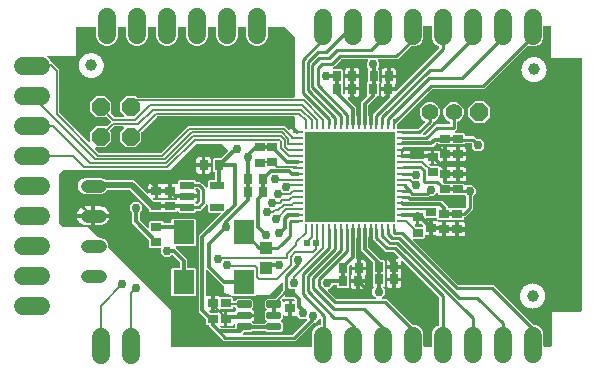
<source format=gbr>
G04 EAGLE Gerber RS-274X export*
G75*
%MOMM*%
%FSLAX34Y34*%
%LPD*%
%INTop Copper*%
%IPPOS*%
%AMOC8*
5,1,8,0,0,1.08239X$1,22.5*%
G01*
%ADD10C,0.300000*%
%ADD11C,1.108000*%
%ADD12R,0.700000X0.900000*%
%ADD13R,0.900000X0.700000*%
%ADD14R,0.198400X0.854800*%
%ADD15R,0.854800X0.198400*%
%ADD16R,7.600000X7.600000*%
%ADD17C,1.408000*%
%ADD18P,1.649562X8X22.500000*%
%ADD19C,1.524000*%
%ADD20P,1.649562X8X292.500000*%
%ADD21R,0.600000X0.600000*%
%ADD22C,0.088500*%
%ADD23C,1.000000*%
%ADD24R,1.800000X2.000000*%
%ADD25R,1.000000X1.100000*%
%ADD26C,0.254000*%
%ADD27C,0.152400*%
%ADD28C,0.304800*%
%ADD29C,0.756400*%
%ADD30C,0.508000*%

G36*
X572973Y114630D02*
X572973Y114630D01*
X573557Y114630D01*
X573577Y114634D01*
X573597Y114631D01*
X573698Y114653D01*
X573800Y114670D01*
X573818Y114679D01*
X573837Y114684D01*
X573926Y114737D01*
X574018Y114785D01*
X574031Y114800D01*
X574048Y114810D01*
X574116Y114889D01*
X574187Y114964D01*
X574195Y114982D01*
X574208Y114997D01*
X574247Y115093D01*
X574291Y115187D01*
X574293Y115206D01*
X574300Y115225D01*
X574319Y115392D01*
X574319Y144473D01*
X598948Y144155D01*
X598972Y144159D01*
X598997Y144156D01*
X599093Y144177D01*
X599191Y144192D01*
X599213Y144203D01*
X599237Y144208D01*
X599322Y144259D01*
X599410Y144304D01*
X599427Y144322D01*
X599448Y144334D01*
X599512Y144409D01*
X599581Y144480D01*
X599592Y144502D01*
X599608Y144521D01*
X599645Y144613D01*
X599688Y144702D01*
X599691Y144726D01*
X599700Y144749D01*
X599719Y144916D01*
X599719Y358826D01*
X599715Y358845D01*
X599718Y358865D01*
X599696Y358967D01*
X599679Y359069D01*
X599670Y359086D01*
X599665Y359106D01*
X599612Y359195D01*
X599564Y359286D01*
X599549Y359300D01*
X599539Y359317D01*
X599460Y359384D01*
X599385Y359455D01*
X599367Y359464D01*
X599352Y359477D01*
X599256Y359515D01*
X599162Y359559D01*
X599143Y359561D01*
X599124Y359569D01*
X598957Y359587D01*
X574090Y359587D01*
X574090Y385877D01*
X574087Y385897D01*
X574089Y385917D01*
X574067Y386018D01*
X574050Y386120D01*
X574041Y386138D01*
X574037Y386157D01*
X573984Y386246D01*
X573935Y386338D01*
X573921Y386351D01*
X573910Y386369D01*
X573832Y386436D01*
X573757Y386507D01*
X573739Y386515D01*
X573723Y386528D01*
X573628Y386567D01*
X573534Y386611D01*
X573514Y386613D01*
X573495Y386620D01*
X573329Y386639D01*
X568198Y386637D01*
X568178Y386634D01*
X568159Y386636D01*
X568057Y386614D01*
X567955Y386598D01*
X567938Y386588D01*
X567918Y386584D01*
X567829Y386531D01*
X567738Y386482D01*
X567724Y386468D01*
X567707Y386458D01*
X567640Y386379D01*
X567568Y386304D01*
X567560Y386286D01*
X567547Y386271D01*
X567508Y386175D01*
X567465Y386081D01*
X567463Y386061D01*
X567455Y386043D01*
X567437Y385876D01*
X567437Y376387D01*
X566045Y373026D01*
X563472Y370453D01*
X560111Y369061D01*
X556473Y369061D01*
X554881Y369721D01*
X554767Y369747D01*
X554654Y369776D01*
X554648Y369775D01*
X554641Y369777D01*
X554525Y369766D01*
X554409Y369757D01*
X554403Y369754D01*
X554397Y369754D01*
X554289Y369706D01*
X554182Y369661D01*
X554176Y369656D01*
X554172Y369654D01*
X554158Y369641D01*
X554051Y369556D01*
X517489Y332993D01*
X473405Y332993D01*
X473315Y332979D01*
X473224Y332971D01*
X473194Y332959D01*
X473162Y332954D01*
X473082Y332911D01*
X472998Y332875D01*
X472966Y332849D01*
X472945Y332838D01*
X472935Y332828D01*
X472934Y332828D01*
X472920Y332813D01*
X472867Y332770D01*
X443846Y303749D01*
X443793Y303675D01*
X443733Y303606D01*
X443721Y303576D01*
X443702Y303550D01*
X443675Y303463D01*
X443641Y303378D01*
X443637Y303337D01*
X443630Y303315D01*
X443631Y303282D01*
X443623Y303211D01*
X443623Y299604D01*
X443626Y299584D01*
X443624Y299565D01*
X443646Y299463D01*
X443662Y299361D01*
X443672Y299344D01*
X443676Y299324D01*
X443729Y299235D01*
X443778Y299144D01*
X443792Y299130D01*
X443802Y299113D01*
X443881Y299046D01*
X443956Y298974D01*
X443974Y298966D01*
X443989Y298953D01*
X444085Y298914D01*
X444179Y298871D01*
X444199Y298869D01*
X444217Y298861D01*
X444384Y298843D01*
X446129Y298843D01*
X446219Y298857D01*
X446310Y298865D01*
X446340Y298877D01*
X446372Y298882D01*
X446452Y298925D01*
X446536Y298961D01*
X446568Y298987D01*
X446589Y298998D01*
X446611Y299021D01*
X446667Y299066D01*
X446722Y299121D01*
X460969Y299121D01*
X461059Y299135D01*
X461150Y299143D01*
X461180Y299155D01*
X461212Y299160D01*
X461292Y299203D01*
X461376Y299239D01*
X461408Y299265D01*
X461429Y299276D01*
X461451Y299299D01*
X461507Y299344D01*
X466809Y304645D01*
X466836Y304682D01*
X466869Y304713D01*
X466907Y304782D01*
X466952Y304845D01*
X466966Y304889D01*
X466988Y304929D01*
X467002Y305005D01*
X467025Y305080D01*
X467023Y305126D01*
X467032Y305171D01*
X467020Y305248D01*
X467018Y305326D01*
X467002Y305369D01*
X466996Y305414D01*
X466961Y305484D01*
X466934Y305557D01*
X466905Y305593D01*
X466884Y305634D01*
X466829Y305688D01*
X466780Y305749D01*
X466741Y305774D01*
X466709Y305806D01*
X466589Y305872D01*
X466573Y305882D01*
X466568Y305883D01*
X466562Y305887D01*
X466478Y305921D01*
X464069Y308330D01*
X462765Y311478D01*
X462765Y314886D01*
X464069Y318034D01*
X466478Y320443D01*
X469626Y321747D01*
X473034Y321747D01*
X476182Y320443D01*
X478591Y318034D01*
X479895Y314886D01*
X479895Y311478D01*
X478591Y308330D01*
X476182Y305921D01*
X474595Y305264D01*
X474495Y305202D01*
X474395Y305142D01*
X474391Y305138D01*
X474386Y305134D01*
X474311Y305044D01*
X474235Y304955D01*
X474233Y304950D01*
X474229Y304945D01*
X474187Y304836D01*
X474143Y304727D01*
X474142Y304720D01*
X474141Y304715D01*
X474140Y304697D01*
X474125Y304561D01*
X474125Y304056D01*
X465514Y295446D01*
X465472Y295387D01*
X465423Y295335D01*
X465401Y295288D01*
X465370Y295246D01*
X465349Y295177D01*
X465319Y295112D01*
X465313Y295061D01*
X465298Y295011D01*
X465300Y294939D01*
X465292Y294868D01*
X465303Y294817D01*
X465304Y294765D01*
X465329Y294698D01*
X465344Y294628D01*
X465371Y294583D01*
X465389Y294534D01*
X465434Y294478D01*
X465471Y294416D01*
X465510Y294383D01*
X465543Y294342D01*
X465603Y294303D01*
X465657Y294257D01*
X465706Y294237D01*
X465750Y294209D01*
X465819Y294191D01*
X465886Y294165D01*
X465957Y294157D01*
X465988Y294149D01*
X466011Y294151D01*
X466052Y294146D01*
X466916Y294146D01*
X467007Y294161D01*
X467097Y294168D01*
X467127Y294181D01*
X467159Y294186D01*
X467240Y294229D01*
X467324Y294264D01*
X467356Y294290D01*
X467377Y294301D01*
X467388Y294313D01*
X467389Y294314D01*
X467401Y294326D01*
X467455Y294369D01*
X474248Y301163D01*
X476108Y303023D01*
X487774Y303023D01*
X487794Y303026D01*
X487813Y303024D01*
X487915Y303046D01*
X488017Y303062D01*
X488034Y303072D01*
X488054Y303076D01*
X488143Y303129D01*
X488234Y303178D01*
X488248Y303192D01*
X488265Y303202D01*
X488332Y303281D01*
X488404Y303356D01*
X488412Y303374D01*
X488425Y303389D01*
X488464Y303485D01*
X488507Y303579D01*
X488509Y303599D01*
X488517Y303617D01*
X488535Y303784D01*
X488535Y304561D01*
X488516Y304675D01*
X488499Y304791D01*
X488497Y304797D01*
X488496Y304803D01*
X488441Y304906D01*
X488388Y305011D01*
X488383Y305015D01*
X488380Y305021D01*
X488296Y305101D01*
X488212Y305183D01*
X488206Y305187D01*
X488202Y305190D01*
X488185Y305198D01*
X488065Y305264D01*
X486478Y305921D01*
X484069Y308330D01*
X482765Y311478D01*
X482765Y314886D01*
X484069Y318034D01*
X486478Y320443D01*
X489626Y321747D01*
X493034Y321747D01*
X496182Y320443D01*
X498591Y318034D01*
X499895Y314886D01*
X499895Y311478D01*
X498591Y308330D01*
X496182Y305921D01*
X494595Y305264D01*
X494495Y305202D01*
X494395Y305142D01*
X494391Y305138D01*
X494386Y305134D01*
X494311Y305044D01*
X494235Y304955D01*
X494233Y304950D01*
X494229Y304945D01*
X494187Y304836D01*
X494143Y304727D01*
X494142Y304720D01*
X494141Y304715D01*
X494140Y304697D01*
X494125Y304561D01*
X494125Y299070D01*
X492409Y297355D01*
X492368Y297297D01*
X492318Y297245D01*
X492296Y297198D01*
X492266Y297155D01*
X492245Y297087D01*
X492215Y297022D01*
X492209Y296970D01*
X492194Y296920D01*
X492195Y296849D01*
X492187Y296777D01*
X492199Y296726D01*
X492200Y296674D01*
X492225Y296607D01*
X492240Y296537D01*
X492266Y296492D01*
X492284Y296443D01*
X492329Y296387D01*
X492366Y296326D01*
X492405Y296292D01*
X492438Y296251D01*
X492498Y296213D01*
X492553Y296166D01*
X492601Y296146D01*
X492645Y296118D01*
X492714Y296101D01*
X492781Y296074D01*
X492852Y296066D01*
X492883Y296058D01*
X492907Y296060D01*
X492948Y296056D01*
X500076Y296056D01*
X500969Y295162D01*
X500969Y293779D01*
X500972Y293759D01*
X500970Y293740D01*
X500992Y293638D01*
X501009Y293536D01*
X501018Y293519D01*
X501022Y293499D01*
X501076Y293410D01*
X501124Y293319D01*
X501138Y293305D01*
X501149Y293288D01*
X501227Y293221D01*
X501302Y293149D01*
X501320Y293141D01*
X501336Y293128D01*
X501432Y293089D01*
X501525Y293046D01*
X501545Y293044D01*
X501564Y293036D01*
X501730Y293018D01*
X508650Y293018D01*
X510715Y290952D01*
X510789Y290899D01*
X510859Y290840D01*
X510889Y290827D01*
X510915Y290809D01*
X511002Y290782D01*
X511087Y290748D01*
X511128Y290743D01*
X511150Y290736D01*
X511182Y290737D01*
X511254Y290729D01*
X514211Y290729D01*
X517320Y287621D01*
X517320Y283224D01*
X514211Y280116D01*
X509815Y280116D01*
X506706Y283224D01*
X506706Y286667D01*
X506703Y286687D01*
X506705Y286706D01*
X506683Y286808D01*
X506667Y286910D01*
X506657Y286927D01*
X506653Y286947D01*
X506600Y287036D01*
X506552Y287127D01*
X506537Y287141D01*
X506527Y287158D01*
X506448Y287225D01*
X506373Y287297D01*
X506355Y287305D01*
X506340Y287318D01*
X506244Y287357D01*
X506150Y287400D01*
X506130Y287402D01*
X506112Y287410D01*
X505945Y287428D01*
X501730Y287428D01*
X501711Y287425D01*
X501691Y287427D01*
X501590Y287405D01*
X501488Y287389D01*
X501470Y287379D01*
X501451Y287375D01*
X501362Y287322D01*
X501270Y287273D01*
X501257Y287259D01*
X501239Y287249D01*
X501172Y287170D01*
X501101Y287095D01*
X501093Y287077D01*
X501080Y287062D01*
X501044Y286974D01*
X500076Y286006D01*
X489656Y286006D01*
X489639Y286013D01*
X489598Y286018D01*
X489576Y286024D01*
X489543Y286024D01*
X489472Y286031D01*
X479221Y286031D01*
X478456Y286796D01*
X478382Y286849D01*
X478313Y286909D01*
X478283Y286921D01*
X478256Y286940D01*
X478170Y286967D01*
X478085Y287001D01*
X478044Y287005D01*
X478021Y287012D01*
X477989Y287011D01*
X477918Y287019D01*
X477066Y287019D01*
X476976Y287005D01*
X476885Y286997D01*
X476855Y286985D01*
X476823Y286980D01*
X476743Y286937D01*
X476659Y286901D01*
X476627Y286875D01*
X476606Y286864D01*
X476584Y286841D01*
X476528Y286796D01*
X473618Y283887D01*
X455356Y283887D01*
X455240Y283868D01*
X455121Y283850D01*
X455117Y283848D01*
X455113Y283847D01*
X455009Y283792D01*
X454902Y283737D01*
X454900Y283734D01*
X454896Y283732D01*
X454814Y283646D01*
X454731Y283560D01*
X454729Y283557D01*
X454727Y283554D01*
X454676Y283445D01*
X454625Y283339D01*
X454625Y283334D01*
X454623Y283331D01*
X454610Y283211D01*
X454595Y283094D01*
X454596Y283089D01*
X454596Y283086D01*
X454599Y283073D01*
X454621Y282929D01*
X454695Y282652D01*
X454695Y282087D01*
X447880Y282087D01*
X447861Y282084D01*
X447841Y282086D01*
X447740Y282064D01*
X447638Y282048D01*
X447620Y282038D01*
X447601Y282034D01*
X447511Y281981D01*
X447420Y281933D01*
X447420Y281932D01*
X447406Y281918D01*
X447389Y281908D01*
X447389Y281907D01*
X447322Y281829D01*
X447250Y281754D01*
X447242Y281736D01*
X447229Y281721D01*
X447190Y281624D01*
X447147Y281531D01*
X447145Y281511D01*
X447137Y281492D01*
X447119Y281326D01*
X447119Y276326D01*
X447122Y276307D01*
X447120Y276287D01*
X447142Y276186D01*
X447158Y276084D01*
X447168Y276066D01*
X447172Y276047D01*
X447225Y275957D01*
X447273Y275866D01*
X447274Y275866D01*
X447288Y275852D01*
X447298Y275835D01*
X447299Y275835D01*
X447377Y275768D01*
X447452Y275696D01*
X447470Y275688D01*
X447485Y275675D01*
X447582Y275636D01*
X447675Y275593D01*
X447695Y275591D01*
X447714Y275583D01*
X447880Y275565D01*
X454695Y275565D01*
X454695Y275000D01*
X454580Y274571D01*
X454568Y274452D01*
X454555Y274335D01*
X454556Y274330D01*
X454555Y274326D01*
X454582Y274210D01*
X454607Y274094D01*
X454609Y274091D01*
X454610Y274087D01*
X454673Y273985D01*
X454733Y273883D01*
X454737Y273880D01*
X454739Y273877D01*
X454830Y273800D01*
X454920Y273723D01*
X454924Y273722D01*
X454927Y273719D01*
X455037Y273676D01*
X455148Y273631D01*
X455153Y273631D01*
X455157Y273629D01*
X455170Y273629D01*
X455315Y273613D01*
X465756Y273613D01*
X465775Y273616D01*
X465795Y273614D01*
X465896Y273636D01*
X465998Y273652D01*
X466016Y273662D01*
X466035Y273666D01*
X466124Y273719D01*
X466216Y273768D01*
X466229Y273782D01*
X466247Y273792D01*
X466314Y273871D01*
X466385Y273946D01*
X466393Y273964D01*
X466406Y273979D01*
X466445Y274075D01*
X466489Y274169D01*
X466491Y274189D01*
X466498Y274207D01*
X466505Y274268D01*
X472034Y274268D01*
X472034Y269750D01*
X471670Y269750D01*
X471599Y269738D01*
X471528Y269737D01*
X471479Y269719D01*
X471427Y269710D01*
X471364Y269677D01*
X471297Y269652D01*
X471256Y269620D01*
X471210Y269595D01*
X471161Y269543D01*
X471105Y269498D01*
X471076Y269455D01*
X471041Y269417D01*
X471010Y269352D01*
X470972Y269291D01*
X470959Y269241D01*
X470937Y269194D01*
X470929Y269122D01*
X470912Y269053D01*
X470916Y269001D01*
X470910Y268949D01*
X470925Y268879D01*
X470931Y268808D01*
X470951Y268760D01*
X470962Y268709D01*
X470999Y268647D01*
X471027Y268581D01*
X471072Y268525D01*
X471088Y268498D01*
X471106Y268483D01*
X471132Y268450D01*
X471544Y268038D01*
X471618Y267985D01*
X471687Y267926D01*
X471717Y267914D01*
X471744Y267895D01*
X471831Y267868D01*
X471915Y267834D01*
X471956Y267829D01*
X471979Y267823D01*
X472011Y267823D01*
X472082Y267816D01*
X478689Y267816D01*
X479335Y267170D01*
X479409Y267117D01*
X479478Y267058D01*
X479508Y267045D01*
X479534Y267027D01*
X479621Y267000D01*
X479706Y266966D01*
X479747Y266961D01*
X479769Y266954D01*
X479802Y266955D01*
X479873Y266947D01*
X482855Y266947D01*
X482855Y261669D01*
X482858Y261649D01*
X482856Y261629D01*
X482878Y261528D01*
X482895Y261426D01*
X482904Y261408D01*
X482908Y261389D01*
X482961Y261300D01*
X483010Y261208D01*
X483024Y261195D01*
X483034Y261178D01*
X483113Y261110D01*
X483188Y261039D01*
X483206Y261031D01*
X483221Y261018D01*
X483317Y260979D01*
X483411Y260935D01*
X483431Y260933D01*
X483449Y260926D01*
X483616Y260907D01*
X484379Y260907D01*
X484379Y260906D01*
X483616Y260906D01*
X483596Y260902D01*
X483577Y260905D01*
X483475Y260883D01*
X483373Y260866D01*
X483356Y260857D01*
X483336Y260852D01*
X483247Y260799D01*
X483156Y260751D01*
X483142Y260736D01*
X483125Y260726D01*
X483058Y260647D01*
X482987Y260572D01*
X482978Y260554D01*
X482965Y260539D01*
X482926Y260443D01*
X482883Y260349D01*
X482881Y260330D01*
X482873Y260311D01*
X482855Y260144D01*
X482855Y254775D01*
X482835Y254768D01*
X482795Y254735D01*
X482749Y254711D01*
X482699Y254659D01*
X482643Y254614D01*
X482615Y254570D01*
X482579Y254533D01*
X482549Y254467D01*
X482510Y254407D01*
X482498Y254357D01*
X482476Y254309D01*
X482468Y254238D01*
X482450Y254169D01*
X482454Y254117D01*
X482449Y254065D01*
X482464Y253995D01*
X482469Y253923D01*
X482490Y253876D01*
X482501Y253825D01*
X482538Y253763D01*
X482566Y253697D01*
X482611Y253641D01*
X482627Y253614D01*
X482645Y253598D01*
X482671Y253566D01*
X483083Y253154D01*
X483157Y253101D01*
X483226Y253042D01*
X483256Y253029D01*
X483282Y253011D01*
X483369Y252984D01*
X483454Y252950D01*
X483495Y252945D01*
X483517Y252938D01*
X483550Y252939D01*
X483621Y252931D01*
X489650Y252931D01*
X489740Y252946D01*
X489831Y252953D01*
X489839Y252957D01*
X500254Y252957D01*
X501147Y252063D01*
X501147Y251994D01*
X501158Y251923D01*
X501160Y251851D01*
X501178Y251802D01*
X501187Y251751D01*
X501220Y251688D01*
X501245Y251620D01*
X501277Y251580D01*
X501302Y251534D01*
X501354Y251484D01*
X501399Y251428D01*
X501442Y251400D01*
X501480Y251364D01*
X501545Y251334D01*
X501605Y251295D01*
X501656Y251283D01*
X501703Y251261D01*
X501774Y251253D01*
X501844Y251235D01*
X501896Y251239D01*
X501948Y251234D01*
X502018Y251249D01*
X502089Y251254D01*
X502137Y251275D01*
X502188Y251286D01*
X502250Y251323D01*
X502316Y251351D01*
X502372Y251396D01*
X502399Y251412D01*
X502414Y251430D01*
X502446Y251456D01*
X502830Y251839D01*
X507226Y251839D01*
X510335Y248731D01*
X510335Y244334D01*
X508046Y242045D01*
X507993Y241971D01*
X507933Y241902D01*
X507921Y241872D01*
X507902Y241845D01*
X507876Y241759D01*
X507841Y241674D01*
X507837Y241633D01*
X507830Y241610D01*
X507831Y241578D01*
X507823Y241507D01*
X507823Y231329D01*
X501180Y224685D01*
X501070Y224685D01*
X501050Y224682D01*
X501031Y224684D01*
X500929Y224662D01*
X500827Y224646D01*
X500810Y224636D01*
X500790Y224632D01*
X500701Y224579D01*
X500610Y224530D01*
X500596Y224516D01*
X500579Y224506D01*
X500512Y224427D01*
X500440Y224352D01*
X500432Y224334D01*
X500419Y224319D01*
X500380Y224223D01*
X500337Y224129D01*
X500335Y224109D01*
X500327Y224091D01*
X500309Y223924D01*
X500309Y223348D01*
X499416Y222455D01*
X489063Y222455D01*
X488973Y222441D01*
X488882Y222433D01*
X488852Y222421D01*
X488820Y222416D01*
X488739Y222373D01*
X488656Y222337D01*
X488623Y222311D01*
X488603Y222300D01*
X488581Y222277D01*
X488525Y222232D01*
X488494Y222201D01*
X479166Y222201D01*
X479095Y222190D01*
X479023Y222188D01*
X478974Y222170D01*
X478923Y222162D01*
X478860Y222128D01*
X478792Y222103D01*
X478752Y222071D01*
X478706Y222046D01*
X478656Y221995D01*
X478600Y221950D01*
X478572Y221906D01*
X478536Y221868D01*
X478506Y221803D01*
X478467Y221743D01*
X478454Y221692D01*
X478433Y221645D01*
X478425Y221574D01*
X478407Y221504D01*
X478411Y221452D01*
X478405Y221401D01*
X478421Y221330D01*
X478426Y221259D01*
X478447Y221211D01*
X478458Y221160D01*
X478495Y221099D01*
X478523Y221033D01*
X478567Y220977D01*
X478584Y220949D01*
X478602Y220934D01*
X478627Y220902D01*
X479039Y220490D01*
X479114Y220436D01*
X479183Y220377D01*
X479213Y220365D01*
X479239Y220346D01*
X479326Y220319D01*
X479411Y220285D01*
X479452Y220281D01*
X479474Y220274D01*
X479506Y220275D01*
X479578Y220267D01*
X481839Y220267D01*
X481839Y215749D01*
X476321Y215749D01*
X476321Y216258D01*
X476318Y216278D01*
X476320Y216297D01*
X476298Y216399D01*
X476282Y216501D01*
X476272Y216518D01*
X476268Y216538D01*
X476215Y216627D01*
X476166Y216718D01*
X476152Y216732D01*
X476142Y216749D01*
X476063Y216816D01*
X475988Y216887D01*
X475970Y216896D01*
X475955Y216909D01*
X475859Y216948D01*
X475765Y216991D01*
X475745Y216993D01*
X475727Y217001D01*
X475560Y217019D01*
X473963Y217019D01*
X473963Y221537D01*
X477057Y221537D01*
X477128Y221548D01*
X477200Y221550D01*
X477249Y221568D01*
X477300Y221576D01*
X477363Y221610D01*
X477431Y221635D01*
X477471Y221667D01*
X477517Y221692D01*
X477567Y221743D01*
X477623Y221788D01*
X477651Y221832D01*
X477687Y221870D01*
X477717Y221935D01*
X477756Y221995D01*
X477768Y222046D01*
X477790Y222093D01*
X477798Y222164D01*
X477816Y222234D01*
X477812Y222286D01*
X477817Y222337D01*
X477802Y222408D01*
X477797Y222479D01*
X477776Y222527D01*
X477765Y222578D01*
X477728Y222639D01*
X477700Y222705D01*
X477655Y222761D01*
X477639Y222789D01*
X477621Y222804D01*
X477595Y222836D01*
X477183Y223248D01*
X477109Y223302D01*
X477040Y223361D01*
X477010Y223373D01*
X476984Y223392D01*
X476897Y223419D01*
X476812Y223453D01*
X476771Y223457D01*
X476749Y223464D01*
X476716Y223463D01*
X476645Y223471D01*
X468812Y223471D01*
X468792Y223468D01*
X468772Y223470D01*
X468671Y223448D01*
X468569Y223432D01*
X468552Y223422D01*
X468532Y223418D01*
X468443Y223365D01*
X468352Y223316D01*
X468338Y223302D01*
X468321Y223292D01*
X468254Y223213D01*
X468182Y223138D01*
X468174Y223120D01*
X468161Y223105D01*
X468122Y223009D01*
X468079Y222915D01*
X468077Y222895D01*
X468069Y222877D01*
X468051Y222710D01*
X468051Y222298D01*
X468054Y222278D01*
X468052Y222259D01*
X468074Y222157D01*
X468090Y222055D01*
X468100Y222038D01*
X468104Y222018D01*
X468157Y221929D01*
X468206Y221838D01*
X468220Y221824D01*
X468230Y221807D01*
X468309Y221740D01*
X468384Y221668D01*
X468402Y221660D01*
X468417Y221647D01*
X468513Y221608D01*
X468607Y221565D01*
X468627Y221563D01*
X468645Y221555D01*
X468812Y221537D01*
X470917Y221537D01*
X470917Y216258D01*
X470920Y216238D01*
X470918Y216219D01*
X470940Y216117D01*
X470957Y216015D01*
X470966Y215998D01*
X470970Y215978D01*
X471023Y215889D01*
X471072Y215798D01*
X471086Y215784D01*
X471096Y215767D01*
X471175Y215700D01*
X471250Y215629D01*
X471268Y215620D01*
X471283Y215607D01*
X471379Y215568D01*
X471473Y215525D01*
X471493Y215523D01*
X471511Y215515D01*
X471678Y215497D01*
X472441Y215497D01*
X472441Y215495D01*
X471678Y215495D01*
X471658Y215492D01*
X471639Y215494D01*
X471537Y215472D01*
X471435Y215455D01*
X471418Y215446D01*
X471398Y215442D01*
X471309Y215389D01*
X471218Y215340D01*
X471204Y215326D01*
X471187Y215316D01*
X471120Y215237D01*
X471049Y215162D01*
X471040Y215144D01*
X471027Y215129D01*
X470988Y215033D01*
X470945Y214939D01*
X470943Y214919D01*
X470935Y214901D01*
X470917Y214734D01*
X470917Y209455D01*
X467796Y209455D01*
X467776Y209452D01*
X467757Y209454D01*
X467655Y209432D01*
X467553Y209416D01*
X467536Y209406D01*
X467516Y209402D01*
X467427Y209349D01*
X467336Y209300D01*
X467322Y209286D01*
X467305Y209276D01*
X467238Y209197D01*
X467166Y209122D01*
X467158Y209104D01*
X467145Y209089D01*
X467106Y208993D01*
X467063Y208899D01*
X467061Y208879D01*
X467053Y208861D01*
X467035Y208694D01*
X467035Y207300D01*
X466142Y206407D01*
X457903Y206407D01*
X457833Y206396D01*
X457761Y206394D01*
X457712Y206376D01*
X457661Y206368D01*
X457597Y206334D01*
X457530Y206309D01*
X457489Y206277D01*
X457443Y206252D01*
X457394Y206200D01*
X457338Y206156D01*
X457310Y206112D01*
X457274Y206074D01*
X457244Y206009D01*
X457205Y205949D01*
X457192Y205898D01*
X457170Y205851D01*
X457162Y205780D01*
X457145Y205710D01*
X457149Y205658D01*
X457143Y205607D01*
X457158Y205536D01*
X457164Y205465D01*
X457184Y205417D01*
X457195Y205366D01*
X457232Y205305D01*
X457260Y205239D01*
X457305Y205183D01*
X457322Y205155D01*
X457339Y205140D01*
X457365Y205108D01*
X495371Y167102D01*
X495445Y167049D01*
X495514Y166989D01*
X495545Y166977D01*
X495571Y166958D01*
X495658Y166931D01*
X495743Y166897D01*
X495784Y166893D01*
X495806Y166886D01*
X495838Y166887D01*
X495909Y166879D01*
X525464Y166879D01*
X558769Y133574D01*
X558843Y133521D01*
X558913Y133461D01*
X558943Y133449D01*
X558969Y133430D01*
X559056Y133403D01*
X559141Y133369D01*
X559182Y133365D01*
X559204Y133358D01*
X559236Y133359D01*
X559308Y133351D01*
X560111Y133351D01*
X563472Y131959D01*
X566045Y129386D01*
X567437Y126025D01*
X567437Y115390D01*
X567440Y115370D01*
X567438Y115350D01*
X567460Y115249D01*
X567476Y115147D01*
X567486Y115129D01*
X567490Y115110D01*
X567543Y115021D01*
X567592Y114930D01*
X567606Y114916D01*
X567616Y114899D01*
X567695Y114831D01*
X567770Y114760D01*
X567788Y114752D01*
X567803Y114739D01*
X567899Y114700D01*
X567993Y114657D01*
X568013Y114654D01*
X568032Y114647D01*
X568198Y114629D01*
X572973Y114630D01*
G37*
G36*
X182716Y288041D02*
X182716Y288041D01*
X182768Y288043D01*
X182836Y288067D01*
X182906Y288082D01*
X182951Y288109D01*
X182999Y288127D01*
X183055Y288172D01*
X183117Y288209D01*
X183151Y288248D01*
X183191Y288281D01*
X183230Y288341D01*
X183277Y288396D01*
X183296Y288444D01*
X183324Y288488D01*
X183342Y288557D01*
X183369Y288624D01*
X183377Y288695D01*
X183385Y288726D01*
X183383Y288750D01*
X183387Y288790D01*
X183387Y296396D01*
X188744Y301753D01*
X196320Y301753D01*
X196569Y301503D01*
X196586Y301491D01*
X196598Y301476D01*
X196685Y301420D01*
X196769Y301360D01*
X196788Y301354D01*
X196805Y301343D01*
X196905Y301318D01*
X197004Y301287D01*
X197024Y301288D01*
X197043Y301283D01*
X197146Y301291D01*
X197250Y301294D01*
X197269Y301300D01*
X197289Y301302D01*
X197384Y301342D01*
X197481Y301378D01*
X197497Y301391D01*
X197515Y301398D01*
X197646Y301503D01*
X200397Y304254D01*
X201186Y305043D01*
X201198Y305059D01*
X201213Y305072D01*
X201269Y305159D01*
X201330Y305243D01*
X201336Y305262D01*
X201346Y305279D01*
X201372Y305379D01*
X201402Y305478D01*
X201402Y305498D01*
X201406Y305517D01*
X201398Y305620D01*
X201396Y305724D01*
X201389Y305743D01*
X201387Y305763D01*
X201347Y305858D01*
X201311Y305955D01*
X201299Y305971D01*
X201291Y305989D01*
X201186Y306120D01*
X197920Y309386D01*
X197903Y309398D01*
X197891Y309414D01*
X197804Y309470D01*
X197720Y309530D01*
X197701Y309536D01*
X197684Y309547D01*
X197584Y309572D01*
X197485Y309602D01*
X197465Y309602D01*
X197446Y309607D01*
X197343Y309599D01*
X197239Y309596D01*
X197220Y309589D01*
X197200Y309588D01*
X197105Y309547D01*
X197008Y309512D01*
X196992Y309499D01*
X196974Y309491D01*
X196843Y309386D01*
X196320Y308863D01*
X188744Y308863D01*
X183387Y314220D01*
X183387Y321796D01*
X188744Y327153D01*
X196320Y327153D01*
X201677Y321796D01*
X201677Y314220D01*
X201154Y313697D01*
X201142Y313681D01*
X201126Y313668D01*
X201070Y313581D01*
X201010Y313497D01*
X201004Y313478D01*
X200993Y313461D01*
X200968Y313361D01*
X200938Y313262D01*
X200938Y313242D01*
X200933Y313223D01*
X200941Y313120D01*
X200942Y313111D01*
X200941Y313110D01*
X200942Y313108D01*
X200944Y313016D01*
X200951Y312997D01*
X200952Y312978D01*
X200988Y312893D01*
X200994Y312869D01*
X201004Y312851D01*
X201028Y312785D01*
X201041Y312770D01*
X201049Y312751D01*
X201109Y312676D01*
X201120Y312658D01*
X201131Y312648D01*
X201154Y312620D01*
X204178Y309596D01*
X204252Y309543D01*
X204322Y309483D01*
X204352Y309471D01*
X204378Y309452D01*
X204465Y309425D01*
X204550Y309391D01*
X204591Y309387D01*
X204613Y309380D01*
X204645Y309381D01*
X204717Y309373D01*
X211797Y309373D01*
X211868Y309384D01*
X211939Y309386D01*
X211988Y309404D01*
X212040Y309412D01*
X212103Y309446D01*
X212170Y309471D01*
X212211Y309503D01*
X212257Y309528D01*
X212306Y309580D01*
X212362Y309624D01*
X212391Y309668D01*
X212426Y309706D01*
X212457Y309771D01*
X212495Y309831D01*
X212508Y309882D01*
X212530Y309929D01*
X212538Y310000D01*
X212555Y310070D01*
X212551Y310122D01*
X212557Y310173D01*
X212542Y310244D01*
X212536Y310315D01*
X212516Y310363D01*
X212505Y310414D01*
X212468Y310475D01*
X212440Y310541D01*
X212395Y310597D01*
X212379Y310625D01*
X212361Y310640D01*
X212335Y310672D01*
X208787Y314220D01*
X208787Y321796D01*
X214144Y327153D01*
X221720Y327153D01*
X223072Y325801D01*
X223146Y325748D01*
X223215Y325688D01*
X223245Y325676D01*
X223271Y325657D01*
X223358Y325631D01*
X223443Y325596D01*
X223484Y325592D01*
X223506Y325585D01*
X223539Y325586D01*
X223610Y325578D01*
X356108Y325578D01*
X356128Y325581D01*
X356147Y325579D01*
X356249Y325601D01*
X356351Y325618D01*
X356368Y325627D01*
X356388Y325631D01*
X356477Y325684D01*
X356568Y325733D01*
X356582Y325747D01*
X356599Y325757D01*
X356666Y325836D01*
X356738Y325911D01*
X356746Y325929D01*
X356759Y325944D01*
X356798Y326041D01*
X356841Y326134D01*
X356843Y326154D01*
X356851Y326172D01*
X356869Y326339D01*
X356869Y376936D01*
X356855Y377026D01*
X356847Y377117D01*
X356835Y377147D01*
X356830Y377179D01*
X356787Y377259D01*
X356751Y377343D01*
X356725Y377375D01*
X356714Y377396D01*
X356691Y377418D01*
X356646Y377474D01*
X348544Y385577D01*
X348470Y385630D01*
X348400Y385689D01*
X348370Y385702D01*
X348344Y385720D01*
X348257Y385747D01*
X348172Y385781D01*
X348131Y385786D01*
X348109Y385793D01*
X348077Y385792D01*
X348006Y385800D01*
X335026Y385802D01*
X335006Y385799D01*
X334987Y385801D01*
X334886Y385779D01*
X334783Y385762D01*
X334766Y385753D01*
X334746Y385748D01*
X334657Y385695D01*
X334566Y385647D01*
X334552Y385632D01*
X334535Y385622D01*
X334468Y385544D01*
X334397Y385469D01*
X334388Y385451D01*
X334375Y385435D01*
X334336Y385339D01*
X334293Y385246D01*
X334291Y385226D01*
X334283Y385207D01*
X334265Y385040D01*
X334265Y376641D01*
X332873Y373280D01*
X330300Y370707D01*
X326939Y369315D01*
X323301Y369315D01*
X319940Y370707D01*
X317367Y373280D01*
X315975Y376641D01*
X315975Y385043D01*
X315972Y385063D01*
X315974Y385083D01*
X315952Y385184D01*
X315936Y385286D01*
X315926Y385304D01*
X315922Y385323D01*
X315869Y385412D01*
X315820Y385504D01*
X315806Y385517D01*
X315796Y385534D01*
X315717Y385602D01*
X315642Y385673D01*
X315624Y385681D01*
X315609Y385694D01*
X315513Y385733D01*
X315419Y385777D01*
X315399Y385779D01*
X315381Y385786D01*
X315214Y385805D01*
X309626Y385805D01*
X309606Y385802D01*
X309587Y385804D01*
X309486Y385783D01*
X309383Y385766D01*
X309366Y385756D01*
X309346Y385752D01*
X309257Y385699D01*
X309166Y385651D01*
X309152Y385636D01*
X309135Y385626D01*
X309068Y385547D01*
X308997Y385472D01*
X308988Y385454D01*
X308975Y385439D01*
X308936Y385343D01*
X308893Y385249D01*
X308891Y385230D01*
X308883Y385211D01*
X308865Y385044D01*
X308865Y376641D01*
X307473Y373280D01*
X304900Y370707D01*
X301539Y369315D01*
X297901Y369315D01*
X294540Y370707D01*
X291967Y373280D01*
X290575Y376641D01*
X290575Y385047D01*
X290572Y385067D01*
X290574Y385086D01*
X290552Y385188D01*
X290536Y385290D01*
X290526Y385307D01*
X290522Y385327D01*
X290469Y385416D01*
X290420Y385507D01*
X290406Y385521D01*
X290396Y385538D01*
X290317Y385605D01*
X290242Y385677D01*
X290224Y385685D01*
X290209Y385698D01*
X290113Y385737D01*
X290019Y385780D01*
X289999Y385782D01*
X289981Y385790D01*
X289814Y385808D01*
X284226Y385809D01*
X284206Y385806D01*
X284187Y385808D01*
X284086Y385786D01*
X283983Y385770D01*
X283966Y385760D01*
X283946Y385756D01*
X283857Y385703D01*
X283766Y385655D01*
X283752Y385640D01*
X283735Y385630D01*
X283668Y385551D01*
X283597Y385476D01*
X283588Y385458D01*
X283575Y385443D01*
X283536Y385347D01*
X283493Y385253D01*
X283491Y385233D01*
X283483Y385215D01*
X283465Y385048D01*
X283465Y376641D01*
X282073Y373280D01*
X279500Y370707D01*
X276139Y369315D01*
X272501Y369315D01*
X269140Y370707D01*
X266567Y373280D01*
X265175Y376641D01*
X265175Y385051D01*
X265172Y385071D01*
X265174Y385090D01*
X265152Y385191D01*
X265136Y385294D01*
X265126Y385311D01*
X265122Y385331D01*
X265069Y385420D01*
X265020Y385511D01*
X265006Y385525D01*
X264996Y385542D01*
X264917Y385609D01*
X264842Y385680D01*
X264824Y385689D01*
X264809Y385702D01*
X264713Y385740D01*
X264619Y385784D01*
X264599Y385786D01*
X264581Y385794D01*
X264414Y385812D01*
X258826Y385813D01*
X258806Y385810D01*
X258787Y385812D01*
X258686Y385790D01*
X258583Y385773D01*
X258566Y385764D01*
X258546Y385760D01*
X258457Y385707D01*
X258366Y385658D01*
X258352Y385644D01*
X258335Y385633D01*
X258268Y385555D01*
X258197Y385480D01*
X258188Y385462D01*
X258175Y385447D01*
X258136Y385350D01*
X258093Y385257D01*
X258091Y385237D01*
X258083Y385218D01*
X258065Y385052D01*
X258065Y376641D01*
X256673Y373280D01*
X254100Y370707D01*
X250739Y369315D01*
X247101Y369315D01*
X243740Y370707D01*
X241167Y373280D01*
X239775Y376641D01*
X239775Y385055D01*
X239772Y385074D01*
X239774Y385094D01*
X239752Y385195D01*
X239736Y385297D01*
X239726Y385315D01*
X239722Y385334D01*
X239669Y385423D01*
X239620Y385515D01*
X239606Y385528D01*
X239596Y385546D01*
X239517Y385613D01*
X239442Y385684D01*
X239424Y385692D01*
X239409Y385705D01*
X239313Y385744D01*
X239219Y385788D01*
X239199Y385790D01*
X239181Y385797D01*
X239014Y385816D01*
X233426Y385817D01*
X233406Y385813D01*
X233387Y385816D01*
X233286Y385794D01*
X233183Y385777D01*
X233166Y385768D01*
X233146Y385763D01*
X233057Y385710D01*
X232966Y385662D01*
X232952Y385647D01*
X232935Y385637D01*
X232868Y385559D01*
X232797Y385484D01*
X232788Y385466D01*
X232775Y385450D01*
X232736Y385354D01*
X232693Y385261D01*
X232691Y385241D01*
X232683Y385222D01*
X232665Y385055D01*
X232665Y376641D01*
X231273Y373280D01*
X228700Y370707D01*
X225339Y369315D01*
X221701Y369315D01*
X218340Y370707D01*
X215767Y373280D01*
X214375Y376641D01*
X214375Y385058D01*
X214372Y385078D01*
X214374Y385098D01*
X214352Y385199D01*
X214336Y385301D01*
X214326Y385319D01*
X214322Y385338D01*
X214269Y385427D01*
X214220Y385519D01*
X214206Y385532D01*
X214196Y385549D01*
X214117Y385617D01*
X214042Y385688D01*
X214024Y385696D01*
X214009Y385709D01*
X213913Y385748D01*
X213819Y385792D01*
X213799Y385794D01*
X213781Y385801D01*
X213614Y385820D01*
X208026Y385820D01*
X208006Y385817D01*
X207987Y385819D01*
X207886Y385797D01*
X207783Y385781D01*
X207766Y385771D01*
X207746Y385767D01*
X207657Y385714D01*
X207566Y385666D01*
X207552Y385651D01*
X207535Y385641D01*
X207468Y385562D01*
X207397Y385487D01*
X207388Y385469D01*
X207375Y385454D01*
X207336Y385358D01*
X207293Y385264D01*
X207291Y385245D01*
X207283Y385226D01*
X207265Y385059D01*
X207265Y376641D01*
X205873Y373280D01*
X203300Y370707D01*
X199939Y369315D01*
X196301Y369315D01*
X192940Y370707D01*
X190367Y373280D01*
X188975Y376641D01*
X188975Y385062D01*
X188972Y385082D01*
X188974Y385101D01*
X188952Y385203D01*
X188936Y385305D01*
X188926Y385322D01*
X188922Y385342D01*
X188869Y385431D01*
X188820Y385522D01*
X188806Y385536D01*
X188796Y385553D01*
X188717Y385620D01*
X188642Y385692D01*
X188624Y385700D01*
X188609Y385713D01*
X188513Y385752D01*
X188419Y385795D01*
X188399Y385797D01*
X188381Y385805D01*
X188214Y385823D01*
X172161Y385826D01*
X172142Y385823D01*
X172122Y385825D01*
X172021Y385803D01*
X171919Y385786D01*
X171901Y385777D01*
X171881Y385772D01*
X171793Y385719D01*
X171701Y385671D01*
X171687Y385657D01*
X171670Y385646D01*
X171603Y385568D01*
X171532Y385493D01*
X171523Y385475D01*
X171510Y385459D01*
X171472Y385363D01*
X171428Y385270D01*
X171426Y385250D01*
X171418Y385231D01*
X171400Y385065D01*
X171400Y373502D01*
X171411Y373437D01*
X171411Y373372D01*
X171434Y373292D01*
X171440Y373259D01*
X171449Y373242D01*
X171458Y373210D01*
X171469Y373185D01*
X171469Y369206D01*
X171458Y369181D01*
X171443Y369117D01*
X171418Y369056D01*
X171409Y368973D01*
X171402Y368941D01*
X171404Y368922D01*
X171400Y368889D01*
X171400Y361289D01*
X163835Y361289D01*
X163771Y361278D01*
X163705Y361278D01*
X163625Y361254D01*
X163593Y361249D01*
X163575Y361240D01*
X163544Y361231D01*
X163457Y361195D01*
X159479Y361195D01*
X159392Y361231D01*
X159328Y361246D01*
X159267Y361270D01*
X159184Y361280D01*
X159152Y361287D01*
X159133Y361285D01*
X159100Y361289D01*
X148274Y361289D01*
X148203Y361277D01*
X148131Y361275D01*
X148082Y361258D01*
X148031Y361249D01*
X147968Y361216D01*
X147900Y361191D01*
X147859Y361158D01*
X147813Y361134D01*
X147764Y361082D01*
X147708Y361037D01*
X147680Y360993D01*
X147644Y360956D01*
X147614Y360891D01*
X147575Y360830D01*
X147562Y360780D01*
X147540Y360733D01*
X147533Y360661D01*
X147515Y360592D01*
X147519Y360540D01*
X147513Y360488D01*
X147529Y360418D01*
X147534Y360347D01*
X147555Y360299D01*
X147566Y360248D01*
X147602Y360186D01*
X147630Y360120D01*
X147675Y360064D01*
X147692Y360037D01*
X147710Y360021D01*
X147735Y359989D01*
X149993Y357732D01*
X150681Y356071D01*
X150743Y355971D01*
X150802Y355871D01*
X150807Y355867D01*
X150810Y355862D01*
X150901Y355787D01*
X150989Y355711D01*
X150995Y355709D01*
X151000Y355705D01*
X151108Y355663D01*
X151217Y355619D01*
X151225Y355618D01*
X151229Y355617D01*
X151248Y355616D01*
X151307Y355609D01*
X157735Y349181D01*
X157735Y312921D01*
X157749Y312830D01*
X157757Y312740D01*
X157769Y312710D01*
X157774Y312678D01*
X157817Y312597D01*
X157853Y312513D01*
X157879Y312481D01*
X157890Y312460D01*
X157913Y312438D01*
X157958Y312382D01*
X182088Y288252D01*
X182146Y288210D01*
X182198Y288161D01*
X182245Y288139D01*
X182287Y288109D01*
X182356Y288088D01*
X182421Y288057D01*
X182473Y288052D01*
X182523Y288036D01*
X182594Y288038D01*
X182665Y288030D01*
X182716Y288041D01*
G37*
G36*
X370586Y114550D02*
X370586Y114550D01*
X370606Y114554D01*
X370625Y114551D01*
X370727Y114574D01*
X370829Y114590D01*
X370846Y114600D01*
X370866Y114604D01*
X370955Y114657D01*
X371046Y114705D01*
X371060Y114720D01*
X371077Y114730D01*
X371144Y114809D01*
X371216Y114884D01*
X371224Y114902D01*
X371237Y114917D01*
X371276Y115013D01*
X371319Y115107D01*
X371321Y115127D01*
X371329Y115145D01*
X371347Y115312D01*
X371347Y126025D01*
X372739Y129386D01*
X375312Y131959D01*
X378650Y133341D01*
X378749Y133403D01*
X378849Y133463D01*
X378853Y133467D01*
X378859Y133471D01*
X378933Y133561D01*
X379009Y133650D01*
X379012Y133655D01*
X379016Y133660D01*
X379057Y133769D01*
X379101Y133878D01*
X379102Y133885D01*
X379104Y133890D01*
X379105Y133908D01*
X379120Y134044D01*
X379120Y137646D01*
X379108Y137717D01*
X379106Y137789D01*
X379088Y137838D01*
X379080Y137889D01*
X379046Y137952D01*
X379022Y138020D01*
X378989Y138060D01*
X378965Y138106D01*
X378913Y138156D01*
X378868Y138212D01*
X378824Y138240D01*
X378786Y138276D01*
X378722Y138306D01*
X378661Y138345D01*
X378611Y138358D01*
X378563Y138379D01*
X378492Y138387D01*
X378423Y138405D01*
X378371Y138401D01*
X378319Y138407D01*
X378249Y138391D01*
X378177Y138386D01*
X378130Y138365D01*
X378079Y138354D01*
X378017Y138318D01*
X377951Y138289D01*
X377895Y138245D01*
X377867Y138228D01*
X377852Y138210D01*
X377820Y138185D01*
X374892Y135257D01*
X373636Y135257D01*
X373546Y135242D01*
X373455Y135235D01*
X373426Y135222D01*
X373394Y135217D01*
X373313Y135174D01*
X373229Y135139D01*
X373197Y135113D01*
X373176Y135102D01*
X373154Y135079D01*
X373098Y135034D01*
X357520Y119455D01*
X297066Y119455D01*
X295206Y121315D01*
X295206Y121316D01*
X286593Y129928D01*
X284706Y131816D01*
X284699Y131833D01*
X284694Y131865D01*
X284651Y131945D01*
X284615Y132029D01*
X284589Y132061D01*
X284578Y132082D01*
X284555Y132104D01*
X284510Y132160D01*
X284479Y132191D01*
X284479Y132748D01*
X284476Y132768D01*
X284478Y132787D01*
X284456Y132889D01*
X284440Y132991D01*
X284430Y133008D01*
X284426Y133028D01*
X284373Y133117D01*
X284324Y133208D01*
X284310Y133222D01*
X284300Y133239D01*
X284221Y133306D01*
X284146Y133378D01*
X284128Y133386D01*
X284113Y133399D01*
X284017Y133438D01*
X283923Y133481D01*
X283903Y133483D01*
X283885Y133491D01*
X283718Y133509D01*
X282396Y133509D01*
X281503Y134402D01*
X281503Y138154D01*
X281489Y138244D01*
X281481Y138335D01*
X281469Y138365D01*
X281464Y138397D01*
X281421Y138477D01*
X281385Y138561D01*
X281359Y138593D01*
X281348Y138614D01*
X281325Y138636D01*
X281280Y138692D01*
X275589Y144383D01*
X275589Y208781D01*
X277598Y210790D01*
X293850Y227042D01*
X293892Y227100D01*
X293941Y227152D01*
X293963Y227199D01*
X293994Y227241D01*
X294015Y227310D01*
X294045Y227375D01*
X294051Y227427D01*
X294066Y227477D01*
X294064Y227548D01*
X294072Y227619D01*
X294061Y227670D01*
X294060Y227722D01*
X294035Y227790D01*
X294020Y227860D01*
X293993Y227905D01*
X293975Y227953D01*
X293930Y228009D01*
X293894Y228071D01*
X293854Y228105D01*
X293822Y228145D01*
X293761Y228184D01*
X293707Y228231D01*
X293658Y228250D01*
X293615Y228278D01*
X293545Y228296D01*
X293479Y228323D01*
X293407Y228331D01*
X293376Y228339D01*
X293353Y228337D01*
X293312Y228341D01*
X284258Y228341D01*
X283105Y229494D01*
X283105Y234643D01*
X283094Y234714D01*
X283092Y234786D01*
X283074Y234835D01*
X283066Y234886D01*
X283032Y234949D01*
X283007Y235017D01*
X282975Y235057D01*
X282950Y235103D01*
X282898Y235153D01*
X282854Y235209D01*
X282810Y235237D01*
X282772Y235273D01*
X282707Y235303D01*
X282647Y235342D01*
X282596Y235354D01*
X282549Y235376D01*
X282478Y235384D01*
X282408Y235402D01*
X282356Y235398D01*
X282305Y235403D01*
X282234Y235388D01*
X282163Y235383D01*
X282115Y235362D01*
X282064Y235351D01*
X282003Y235314D01*
X281937Y235286D01*
X281881Y235241D01*
X281853Y235225D01*
X281838Y235207D01*
X281806Y235181D01*
X276646Y230021D01*
X273916Y230021D01*
X273896Y230018D01*
X273877Y230020D01*
X273775Y229998D01*
X273673Y229982D01*
X273656Y229972D01*
X273636Y229968D01*
X273547Y229915D01*
X273456Y229866D01*
X273442Y229852D01*
X273425Y229842D01*
X273358Y229763D01*
X273286Y229688D01*
X273278Y229670D01*
X273265Y229655D01*
X273231Y229570D01*
X272002Y228341D01*
X259158Y228341D01*
X258077Y229422D01*
X258061Y229434D01*
X258048Y229449D01*
X257961Y229505D01*
X257877Y229566D01*
X257858Y229571D01*
X257841Y229582D01*
X257741Y229608D01*
X257642Y229638D01*
X257622Y229637D01*
X257603Y229642D01*
X257500Y229634D01*
X257396Y229632D01*
X257377Y229625D01*
X257358Y229623D01*
X257263Y229583D01*
X257165Y229547D01*
X257150Y229535D01*
X257131Y229527D01*
X257000Y229422D01*
X256338Y228759D01*
X246074Y228759D01*
X246029Y228804D01*
X246013Y228816D01*
X246001Y228832D01*
X245913Y228888D01*
X245830Y228948D01*
X245810Y228954D01*
X245794Y228965D01*
X245693Y228990D01*
X245594Y229020D01*
X245574Y229020D01*
X245555Y229025D01*
X245452Y229017D01*
X245349Y229014D01*
X245330Y229007D01*
X245310Y229006D01*
X245215Y228965D01*
X245118Y228930D01*
X245102Y228917D01*
X245084Y228909D01*
X244953Y228804D01*
X244908Y228759D01*
X234644Y228759D01*
X233751Y229652D01*
X233751Y230568D01*
X233737Y230658D01*
X233729Y230749D01*
X233717Y230778D01*
X233712Y230810D01*
X233669Y230891D01*
X233633Y230975D01*
X233607Y231007D01*
X233596Y231028D01*
X233573Y231050D01*
X233528Y231106D01*
X217462Y247172D01*
X217388Y247225D01*
X217318Y247285D01*
X217288Y247297D01*
X217262Y247316D01*
X217175Y247343D01*
X217090Y247377D01*
X217049Y247381D01*
X217027Y247388D01*
X216995Y247387D01*
X216924Y247395D01*
X198404Y247395D01*
X198289Y247376D01*
X198173Y247359D01*
X198168Y247357D01*
X198161Y247356D01*
X198058Y247301D01*
X197954Y247248D01*
X197950Y247243D01*
X197944Y247240D01*
X197863Y247155D01*
X197782Y247072D01*
X197778Y247066D01*
X197775Y247062D01*
X197767Y247045D01*
X197719Y246958D01*
X195724Y244963D01*
X193127Y243887D01*
X179237Y243887D01*
X176640Y244963D01*
X174653Y246950D01*
X173577Y249547D01*
X173577Y252357D01*
X174653Y254954D01*
X176640Y256941D01*
X179237Y258017D01*
X193127Y258017D01*
X195724Y256941D01*
X196917Y255748D01*
X196991Y255695D01*
X197061Y255635D01*
X197091Y255623D01*
X197117Y255604D01*
X197204Y255577D01*
X197289Y255543D01*
X197330Y255539D01*
X197352Y255532D01*
X197384Y255533D01*
X197456Y255525D01*
X220606Y255525D01*
X223210Y252921D01*
X231436Y244695D01*
X231494Y244653D01*
X231546Y244604D01*
X231593Y244582D01*
X231635Y244552D01*
X231704Y244531D01*
X231769Y244500D01*
X231821Y244495D01*
X231871Y244479D01*
X231942Y244481D01*
X232013Y244473D01*
X232064Y244484D01*
X232116Y244486D01*
X232184Y244510D01*
X232254Y244526D01*
X232298Y244552D01*
X232347Y244570D01*
X232403Y244615D01*
X232465Y244652D01*
X232499Y244691D01*
X232539Y244724D01*
X232578Y244784D01*
X232625Y244839D01*
X232644Y244887D01*
X232672Y244931D01*
X232690Y245000D01*
X232717Y245067D01*
X232725Y245138D01*
X232733Y245169D01*
X232731Y245193D01*
X232735Y245233D01*
X232735Y245261D01*
X238253Y245261D01*
X238253Y240743D01*
X237225Y240743D01*
X237155Y240732D01*
X237083Y240730D01*
X237034Y240712D01*
X236983Y240704D01*
X236919Y240670D01*
X236852Y240645D01*
X236811Y240613D01*
X236765Y240588D01*
X236716Y240536D01*
X236660Y240492D01*
X236632Y240448D01*
X236596Y240410D01*
X236566Y240345D01*
X236527Y240285D01*
X236514Y240234D01*
X236492Y240187D01*
X236484Y240116D01*
X236467Y240046D01*
X236471Y239994D01*
X236465Y239943D01*
X236481Y239872D01*
X236486Y239801D01*
X236506Y239753D01*
X236518Y239702D01*
X236554Y239641D01*
X236582Y239575D01*
X236627Y239519D01*
X236644Y239491D01*
X236661Y239476D01*
X236687Y239444D01*
X237099Y239032D01*
X237173Y238979D01*
X237243Y238919D01*
X237273Y238907D01*
X237299Y238888D01*
X237386Y238861D01*
X237471Y238827D01*
X237512Y238823D01*
X237534Y238816D01*
X237566Y238817D01*
X237638Y238809D01*
X244908Y238809D01*
X244953Y238764D01*
X244969Y238752D01*
X244981Y238736D01*
X245068Y238680D01*
X245152Y238620D01*
X245171Y238614D01*
X245188Y238603D01*
X245289Y238578D01*
X245387Y238548D01*
X245407Y238548D01*
X245427Y238543D01*
X245530Y238551D01*
X245633Y238554D01*
X245652Y238561D01*
X245672Y238562D01*
X245767Y238603D01*
X245864Y238638D01*
X245880Y238651D01*
X245898Y238659D01*
X246029Y238764D01*
X246074Y238809D01*
X256228Y238809D01*
X256248Y238812D01*
X256267Y238810D01*
X256369Y238832D01*
X256471Y238848D01*
X256488Y238858D01*
X256508Y238862D01*
X256597Y238915D01*
X256688Y238964D01*
X256702Y238978D01*
X256719Y238988D01*
X256786Y239067D01*
X256858Y239142D01*
X256866Y239160D01*
X256879Y239175D01*
X256918Y239271D01*
X256961Y239365D01*
X256963Y239385D01*
X256971Y239403D01*
X256989Y239570D01*
X256989Y240005D01*
X256970Y240122D01*
X256952Y240240D01*
X256950Y240244D01*
X256950Y240248D01*
X256894Y240353D01*
X256839Y240459D01*
X256836Y240462D01*
X256834Y240466D01*
X256747Y240548D01*
X256663Y240630D01*
X256659Y240632D01*
X256656Y240635D01*
X256548Y240685D01*
X256441Y240736D01*
X256437Y240737D01*
X256433Y240739D01*
X256315Y240752D01*
X256197Y240766D01*
X256192Y240765D01*
X256189Y240766D01*
X256175Y240763D01*
X256048Y240743D01*
X252729Y240743D01*
X252729Y246022D01*
X252726Y246042D01*
X252728Y246061D01*
X252706Y246163D01*
X252689Y246265D01*
X252680Y246282D01*
X252676Y246302D01*
X252623Y246391D01*
X252574Y246482D01*
X252560Y246496D01*
X252550Y246513D01*
X252471Y246580D01*
X252396Y246651D01*
X252378Y246660D01*
X252363Y246673D01*
X252267Y246712D01*
X252173Y246755D01*
X252153Y246757D01*
X252135Y246765D01*
X251968Y246783D01*
X251205Y246783D01*
X251205Y246785D01*
X251968Y246785D01*
X251988Y246788D01*
X252007Y246786D01*
X252109Y246808D01*
X252211Y246825D01*
X252228Y246834D01*
X252248Y246838D01*
X252337Y246891D01*
X252428Y246940D01*
X252442Y246954D01*
X252459Y246964D01*
X252526Y247043D01*
X252597Y247118D01*
X252606Y247136D01*
X252619Y247151D01*
X252658Y247247D01*
X252701Y247341D01*
X252703Y247361D01*
X252711Y247379D01*
X252729Y247546D01*
X252729Y252825D01*
X256040Y252825D01*
X256687Y252652D01*
X256863Y252550D01*
X256953Y252516D01*
X257039Y252476D01*
X257067Y252473D01*
X257093Y252463D01*
X257189Y252459D01*
X257283Y252449D01*
X257311Y252455D01*
X257339Y252454D01*
X257431Y252481D01*
X257524Y252501D01*
X257548Y252515D01*
X257575Y252523D01*
X257653Y252578D01*
X257735Y252627D01*
X257753Y252648D01*
X257776Y252665D01*
X257833Y252741D01*
X257895Y252814D01*
X257905Y252840D01*
X257922Y252863D01*
X257951Y252954D01*
X257987Y253042D01*
X257991Y253077D01*
X257997Y253097D01*
X257997Y253130D01*
X258005Y253209D01*
X258005Y255138D01*
X259158Y256291D01*
X272002Y256291D01*
X273219Y255075D01*
X273261Y255003D01*
X273310Y254912D01*
X273324Y254898D01*
X273334Y254881D01*
X273413Y254814D01*
X273488Y254742D01*
X273506Y254734D01*
X273521Y254721D01*
X273617Y254682D01*
X273711Y254639D01*
X273731Y254637D01*
X273749Y254629D01*
X273916Y254611D01*
X276900Y254611D01*
X278760Y252751D01*
X281806Y249705D01*
X281864Y249663D01*
X281916Y249613D01*
X281963Y249591D01*
X282005Y249561D01*
X282074Y249540D01*
X282139Y249510D01*
X282191Y249504D01*
X282241Y249489D01*
X282312Y249491D01*
X282383Y249483D01*
X282434Y249494D01*
X282486Y249495D01*
X282554Y249520D01*
X282624Y249535D01*
X282669Y249562D01*
X282717Y249580D01*
X282773Y249624D01*
X282835Y249661D01*
X282869Y249701D01*
X282909Y249733D01*
X282948Y249794D01*
X282995Y249848D01*
X283014Y249896D01*
X283042Y249940D01*
X283060Y250010D01*
X283087Y250076D01*
X283095Y250148D01*
X283103Y250179D01*
X283101Y250202D01*
X283105Y250243D01*
X283105Y255138D01*
X284258Y256291D01*
X288948Y256291D01*
X288968Y256294D01*
X288987Y256292D01*
X289089Y256314D01*
X289191Y256330D01*
X289208Y256340D01*
X289228Y256344D01*
X289317Y256397D01*
X289408Y256446D01*
X289422Y256460D01*
X289439Y256470D01*
X289506Y256549D01*
X289578Y256624D01*
X289586Y256642D01*
X289599Y256657D01*
X289638Y256753D01*
X289681Y256847D01*
X289683Y256867D01*
X289691Y256885D01*
X289709Y257052D01*
X289709Y261692D01*
X289706Y261712D01*
X289708Y261731D01*
X289686Y261833D01*
X289670Y261935D01*
X289660Y261952D01*
X289656Y261972D01*
X289603Y262061D01*
X289554Y262152D01*
X289540Y262166D01*
X289530Y262183D01*
X289451Y262250D01*
X289376Y262322D01*
X289358Y262330D01*
X289343Y262343D01*
X289247Y262382D01*
X289153Y262425D01*
X289133Y262427D01*
X289115Y262435D01*
X288948Y262453D01*
X288626Y262453D01*
X287733Y263346D01*
X287733Y273610D01*
X288626Y274503D01*
X294156Y274503D01*
X294246Y274517D01*
X294337Y274525D01*
X294367Y274537D01*
X294399Y274542D01*
X294479Y274585D01*
X294563Y274621D01*
X294595Y274647D01*
X294616Y274658D01*
X294638Y274681D01*
X294694Y274726D01*
X300306Y280338D01*
X300318Y280354D01*
X300333Y280366D01*
X300390Y280454D01*
X300450Y280538D01*
X300456Y280556D01*
X300466Y280573D01*
X300492Y280674D01*
X300522Y280773D01*
X300522Y280793D01*
X300526Y280812D01*
X300518Y280915D01*
X300516Y281019D01*
X300509Y281037D01*
X300507Y281057D01*
X300467Y281152D01*
X300431Y281250D01*
X300419Y281265D01*
X300411Y281283D01*
X300306Y281414D01*
X295432Y286288D01*
X295358Y286341D01*
X295289Y286401D01*
X295259Y286413D01*
X295233Y286432D01*
X295146Y286459D01*
X295061Y286493D01*
X295020Y286497D01*
X294997Y286504D01*
X294965Y286503D01*
X294894Y286511D01*
X273558Y286511D01*
X273468Y286497D01*
X273377Y286489D01*
X273347Y286477D01*
X273315Y286472D01*
X273235Y286429D01*
X273151Y286393D01*
X273119Y286367D01*
X273098Y286356D01*
X273076Y286333D01*
X273020Y286288D01*
X251145Y264413D01*
X161036Y264413D01*
X160946Y264399D01*
X160855Y264391D01*
X160825Y264379D01*
X160793Y264374D01*
X160713Y264331D01*
X160629Y264295D01*
X160597Y264269D01*
X160576Y264258D01*
X160554Y264235D01*
X160498Y264190D01*
X157196Y260888D01*
X157143Y260814D01*
X157083Y260745D01*
X157071Y260715D01*
X157052Y260689D01*
X157025Y260602D01*
X156991Y260517D01*
X156987Y260476D01*
X156980Y260453D01*
X156981Y260421D01*
X156973Y260350D01*
X156973Y220472D01*
X156988Y220382D01*
X156995Y220291D01*
X157007Y220261D01*
X157013Y220229D01*
X157055Y220149D01*
X157091Y220065D01*
X157117Y220033D01*
X157128Y220012D01*
X157151Y219990D01*
X157196Y219934D01*
X161006Y216124D01*
X161080Y216071D01*
X161149Y216011D01*
X161179Y215999D01*
X161205Y215980D01*
X161292Y215953D01*
X161377Y215919D01*
X161418Y215915D01*
X161441Y215908D01*
X161473Y215909D01*
X161544Y215901D01*
X182057Y215901D01*
X190518Y207440D01*
X190592Y207387D01*
X190661Y207327D01*
X190691Y207315D01*
X190717Y207296D01*
X190804Y207269D01*
X190889Y207235D01*
X190930Y207231D01*
X190953Y207224D01*
X190985Y207225D01*
X191056Y207217D01*
X193127Y207217D01*
X195724Y206141D01*
X197711Y204154D01*
X198787Y201557D01*
X198787Y199486D01*
X198801Y199396D01*
X198809Y199305D01*
X198821Y199275D01*
X198826Y199243D01*
X198869Y199163D01*
X198905Y199079D01*
X198931Y199047D01*
X198942Y199026D01*
X198965Y199004D01*
X199010Y198948D01*
X251969Y145989D01*
X251969Y115265D01*
X251972Y115245D01*
X251970Y115225D01*
X251992Y115124D01*
X252009Y115022D01*
X252018Y115005D01*
X252022Y114985D01*
X252075Y114896D01*
X252124Y114805D01*
X252138Y114791D01*
X252148Y114774D01*
X252227Y114707D01*
X252302Y114636D01*
X252320Y114627D01*
X252335Y114614D01*
X252431Y114576D01*
X252525Y114532D01*
X252545Y114530D01*
X252564Y114522D01*
X252730Y114504D01*
X370586Y114550D01*
G37*
G36*
X472186Y114591D02*
X472186Y114591D01*
X472206Y114594D01*
X472225Y114592D01*
X472327Y114614D01*
X472429Y114630D01*
X472446Y114640D01*
X472466Y114644D01*
X472555Y114697D01*
X472646Y114746D01*
X472660Y114760D01*
X472677Y114770D01*
X472744Y114849D01*
X472816Y114924D01*
X472824Y114942D01*
X472837Y114957D01*
X472876Y115053D01*
X472919Y115147D01*
X472921Y115167D01*
X472929Y115185D01*
X472947Y115352D01*
X472947Y126025D01*
X474339Y129386D01*
X476912Y131959D01*
X478827Y132752D01*
X478926Y132813D01*
X479027Y132873D01*
X479031Y132878D01*
X479036Y132882D01*
X479111Y132971D01*
X479187Y133060D01*
X479189Y133066D01*
X479193Y133071D01*
X479235Y133179D01*
X479279Y133289D01*
X479280Y133296D01*
X479281Y133301D01*
X479282Y133319D01*
X479297Y133455D01*
X479297Y155931D01*
X479283Y156021D01*
X479275Y156112D01*
X479263Y156142D01*
X479258Y156174D01*
X479215Y156254D01*
X479179Y156338D01*
X479153Y156370D01*
X479142Y156391D01*
X479119Y156413D01*
X479074Y156469D01*
X448434Y187109D01*
X448376Y187151D01*
X448324Y187200D01*
X448277Y187222D01*
X448235Y187253D01*
X448166Y187274D01*
X448101Y187304D01*
X448049Y187310D01*
X447999Y187325D01*
X447928Y187323D01*
X447857Y187331D01*
X447806Y187320D01*
X447754Y187319D01*
X447686Y187294D01*
X447616Y187279D01*
X447571Y187252D01*
X447523Y187234D01*
X447467Y187189D01*
X447405Y187153D01*
X447371Y187113D01*
X447331Y187081D01*
X447292Y187020D01*
X447245Y186966D01*
X447226Y186917D01*
X447198Y186874D01*
X447180Y186804D01*
X447153Y186738D01*
X447145Y186666D01*
X447137Y186635D01*
X447139Y186612D01*
X447135Y186571D01*
X447135Y183895D01*
X442617Y183895D01*
X442617Y189413D01*
X444293Y189413D01*
X444364Y189424D01*
X444435Y189426D01*
X444484Y189444D01*
X444536Y189452D01*
X444599Y189486D01*
X444666Y189511D01*
X444707Y189543D01*
X444753Y189568D01*
X444802Y189619D01*
X444858Y189664D01*
X444887Y189708D01*
X444922Y189746D01*
X444953Y189811D01*
X444991Y189871D01*
X445004Y189922D01*
X445026Y189969D01*
X445034Y190040D01*
X445051Y190110D01*
X445047Y190162D01*
X445053Y190213D01*
X445038Y190284D01*
X445032Y190355D01*
X445012Y190403D01*
X445001Y190454D01*
X444964Y190515D01*
X444936Y190581D01*
X444891Y190637D01*
X444875Y190665D01*
X444857Y190680D01*
X444831Y190712D01*
X440568Y194975D01*
X440494Y195028D01*
X440425Y195088D01*
X440395Y195100D01*
X440368Y195119D01*
X440281Y195146D01*
X440197Y195180D01*
X440156Y195184D01*
X440133Y195191D01*
X440101Y195190D01*
X440030Y195198D01*
X433970Y195198D01*
X423311Y205857D01*
X423311Y206981D01*
X423292Y207097D01*
X423274Y207217D01*
X423272Y207220D01*
X423272Y207223D01*
X423217Y207327D01*
X423161Y207435D01*
X423158Y207438D01*
X423156Y207441D01*
X423071Y207522D01*
X422984Y207606D01*
X422981Y207608D01*
X422978Y207610D01*
X422870Y207660D01*
X422762Y207712D01*
X422758Y207712D01*
X422755Y207714D01*
X422637Y207727D01*
X422518Y207741D01*
X422513Y207741D01*
X422511Y207741D01*
X422498Y207738D01*
X422492Y207737D01*
X421867Y207737D01*
X421867Y214552D01*
X421864Y214571D01*
X421866Y214591D01*
X421844Y214692D01*
X421828Y214794D01*
X421818Y214812D01*
X421814Y214831D01*
X421761Y214921D01*
X421713Y215012D01*
X421698Y215025D01*
X421688Y215043D01*
X421609Y215110D01*
X421534Y215181D01*
X421516Y215190D01*
X421501Y215203D01*
X421405Y215241D01*
X421311Y215285D01*
X421291Y215287D01*
X421273Y215294D01*
X421106Y215313D01*
X421086Y215310D01*
X421067Y215312D01*
X421066Y215312D01*
X420965Y215290D01*
X420863Y215273D01*
X420846Y215264D01*
X420826Y215260D01*
X420737Y215206D01*
X420646Y215158D01*
X420632Y215144D01*
X420615Y215133D01*
X420548Y215055D01*
X420476Y214980D01*
X420468Y214962D01*
X420455Y214947D01*
X420416Y214850D01*
X420373Y214757D01*
X420371Y214737D01*
X420363Y214718D01*
X420345Y214552D01*
X420345Y207737D01*
X419916Y207737D01*
X419896Y207734D01*
X419877Y207736D01*
X419775Y207714D01*
X419673Y207698D01*
X419656Y207688D01*
X419636Y207684D01*
X419547Y207631D01*
X419456Y207582D01*
X419442Y207568D01*
X419425Y207558D01*
X419358Y207479D01*
X419286Y207404D01*
X419278Y207386D01*
X419265Y207371D01*
X419226Y207275D01*
X419183Y207181D01*
X419181Y207161D01*
X419173Y207143D01*
X419155Y206976D01*
X419155Y198986D01*
X419157Y198973D01*
X419156Y198963D01*
X419167Y198912D01*
X419169Y198896D01*
X419177Y198805D01*
X419189Y198775D01*
X419194Y198743D01*
X419237Y198663D01*
X419273Y198579D01*
X419299Y198547D01*
X419310Y198526D01*
X419333Y198504D01*
X419378Y198448D01*
X429206Y188620D01*
X429280Y188567D01*
X429349Y188507D01*
X429379Y188495D01*
X429406Y188476D01*
X429493Y188449D01*
X429577Y188415D01*
X429618Y188411D01*
X429641Y188404D01*
X429673Y188405D01*
X429744Y188397D01*
X432226Y188397D01*
X433119Y187504D01*
X433119Y166572D01*
X432229Y165683D01*
X432218Y165667D01*
X432202Y165654D01*
X432146Y165567D01*
X432086Y165483D01*
X432080Y165464D01*
X432069Y165447D01*
X432044Y165347D01*
X432013Y165248D01*
X432014Y165228D01*
X432009Y165209D01*
X432017Y165106D01*
X432020Y165002D01*
X432027Y164984D01*
X432028Y164964D01*
X432069Y164869D01*
X432104Y164771D01*
X432117Y164756D01*
X432124Y164737D01*
X432229Y164606D01*
X433322Y163514D01*
X433322Y159117D01*
X430750Y156545D01*
X430708Y156487D01*
X430659Y156435D01*
X430637Y156388D01*
X430606Y156345D01*
X430585Y156277D01*
X430555Y156212D01*
X430549Y156160D01*
X430534Y156110D01*
X430536Y156039D01*
X430528Y155967D01*
X430539Y155916D01*
X430540Y155864D01*
X430565Y155797D01*
X430580Y155727D01*
X430607Y155682D01*
X430625Y155633D01*
X430670Y155577D01*
X430706Y155516D01*
X430746Y155482D01*
X430779Y155441D01*
X430839Y155403D01*
X430893Y155356D01*
X430942Y155336D01*
X430985Y155308D01*
X431055Y155291D01*
X431121Y155264D01*
X431193Y155256D01*
X431224Y155248D01*
X431247Y155250D01*
X431288Y155246D01*
X434634Y155246D01*
X436494Y153385D01*
X456306Y133574D01*
X456380Y133521D01*
X456449Y133461D01*
X456479Y133449D01*
X456506Y133430D01*
X456593Y133403D01*
X456677Y133369D01*
X456718Y133365D01*
X456741Y133358D01*
X456773Y133359D01*
X456844Y133351D01*
X458511Y133351D01*
X461872Y131959D01*
X464445Y129386D01*
X465837Y126025D01*
X465837Y115350D01*
X465840Y115330D01*
X465838Y115310D01*
X465860Y115209D01*
X465876Y115107D01*
X465886Y115089D01*
X465890Y115070D01*
X465943Y114981D01*
X465992Y114890D01*
X466006Y114876D01*
X466016Y114858D01*
X466095Y114791D01*
X466170Y114720D01*
X466188Y114712D01*
X466203Y114699D01*
X466299Y114660D01*
X466393Y114617D01*
X466413Y114614D01*
X466432Y114607D01*
X466598Y114588D01*
X472186Y114591D01*
G37*
G36*
X243684Y278907D02*
X243684Y278907D01*
X243774Y278915D01*
X243804Y278927D01*
X243836Y278932D01*
X243917Y278975D01*
X244001Y279011D01*
X244033Y279037D01*
X244054Y279048D01*
X244076Y279071D01*
X244132Y279116D01*
X266769Y301753D01*
X348397Y301753D01*
X349959Y300190D01*
X351682Y298468D01*
X351778Y298399D01*
X351874Y298328D01*
X351878Y298327D01*
X351881Y298324D01*
X351994Y298290D01*
X352108Y298253D01*
X352112Y298253D01*
X352116Y298252D01*
X352235Y298255D01*
X352354Y298257D01*
X352358Y298258D01*
X352362Y298258D01*
X352474Y298299D01*
X352586Y298339D01*
X352589Y298341D01*
X352593Y298343D01*
X352686Y298417D01*
X352780Y298490D01*
X352783Y298494D01*
X352785Y298497D01*
X352793Y298508D01*
X352879Y298626D01*
X353025Y298878D01*
X353498Y299351D01*
X354077Y299686D01*
X354724Y299859D01*
X356108Y299859D01*
X356128Y299862D01*
X356147Y299860D01*
X356249Y299882D01*
X356351Y299898D01*
X356368Y299908D01*
X356388Y299912D01*
X356477Y299965D01*
X356568Y300014D01*
X356582Y300028D01*
X356599Y300038D01*
X356666Y300117D01*
X356738Y300192D01*
X356746Y300210D01*
X356759Y300225D01*
X356798Y300321D01*
X356841Y300415D01*
X356843Y300435D01*
X356851Y300453D01*
X356869Y300620D01*
X356869Y309169D01*
X356866Y309188D01*
X356868Y309208D01*
X356846Y309310D01*
X356830Y309412D01*
X356820Y309429D01*
X356816Y309449D01*
X356763Y309538D01*
X356714Y309629D01*
X356700Y309643D01*
X356690Y309660D01*
X356611Y309727D01*
X356536Y309798D01*
X356518Y309807D01*
X356503Y309820D01*
X356407Y309858D01*
X356313Y309902D01*
X356293Y309904D01*
X356275Y309912D01*
X356108Y309930D01*
X240835Y309930D01*
X240745Y309915D01*
X240654Y309908D01*
X240625Y309896D01*
X240593Y309890D01*
X240512Y309848D01*
X240428Y309812D01*
X240396Y309786D01*
X240375Y309775D01*
X240353Y309752D01*
X240297Y309707D01*
X227300Y296710D01*
X227247Y296636D01*
X227187Y296566D01*
X227175Y296536D01*
X227156Y296510D01*
X227129Y296423D01*
X227095Y296338D01*
X227091Y296297D01*
X227084Y296275D01*
X227085Y296243D01*
X227077Y296171D01*
X227077Y288820D01*
X221720Y283463D01*
X214144Y283463D01*
X208787Y288820D01*
X208787Y296396D01*
X212335Y299944D01*
X212377Y300002D01*
X212426Y300054D01*
X212448Y300101D01*
X212479Y300143D01*
X212500Y300212D01*
X212530Y300277D01*
X212536Y300329D01*
X212551Y300379D01*
X212549Y300450D01*
X212557Y300521D01*
X212546Y300572D01*
X212545Y300624D01*
X212520Y300692D01*
X212505Y300762D01*
X212478Y300807D01*
X212460Y300855D01*
X212415Y300911D01*
X212379Y300973D01*
X212339Y301007D01*
X212307Y301047D01*
X212246Y301086D01*
X212192Y301133D01*
X212143Y301152D01*
X212100Y301180D01*
X212030Y301198D01*
X211964Y301225D01*
X211892Y301233D01*
X211861Y301241D01*
X211838Y301239D01*
X211797Y301243D01*
X204169Y301243D01*
X204079Y301229D01*
X203988Y301221D01*
X203958Y301209D01*
X203927Y301204D01*
X203846Y301161D01*
X203762Y301125D01*
X203730Y301099D01*
X203709Y301088D01*
X203687Y301065D01*
X203631Y301020D01*
X200880Y298269D01*
X200868Y298253D01*
X200853Y298241D01*
X200797Y298154D01*
X200736Y298070D01*
X200730Y298050D01*
X200720Y298034D01*
X200694Y297933D01*
X200664Y297834D01*
X200665Y297814D01*
X200660Y297795D01*
X200668Y297692D01*
X200670Y297589D01*
X200677Y297570D01*
X200679Y297550D01*
X200719Y297455D01*
X200755Y297358D01*
X200767Y297342D01*
X200775Y297324D01*
X200880Y297193D01*
X201677Y296396D01*
X201677Y288820D01*
X196320Y283463D01*
X188714Y283463D01*
X188644Y283452D01*
X188572Y283450D01*
X188523Y283432D01*
X188472Y283424D01*
X188408Y283390D01*
X188341Y283365D01*
X188300Y283333D01*
X188254Y283308D01*
X188205Y283256D01*
X188149Y283212D01*
X188121Y283168D01*
X188085Y283130D01*
X188055Y283065D01*
X188016Y283005D01*
X188003Y282954D01*
X187981Y282907D01*
X187973Y282836D01*
X187956Y282766D01*
X187960Y282714D01*
X187954Y282663D01*
X187969Y282592D01*
X187975Y282521D01*
X187995Y282473D01*
X188006Y282422D01*
X188043Y282361D01*
X188071Y282295D01*
X188116Y282239D01*
X188133Y282211D01*
X188135Y282209D01*
X188136Y282208D01*
X188151Y282195D01*
X188176Y282164D01*
X191224Y279116D01*
X191298Y279063D01*
X191368Y279003D01*
X191398Y278991D01*
X191424Y278972D01*
X191511Y278945D01*
X191596Y278911D01*
X191637Y278907D01*
X191659Y278900D01*
X191691Y278901D01*
X191763Y278893D01*
X243593Y278893D01*
X243684Y278907D01*
G37*
%LPC*%
G36*
X253258Y157975D02*
X253258Y157975D01*
X252365Y158868D01*
X252365Y180132D01*
X253258Y181025D01*
X259080Y181025D01*
X259100Y181028D01*
X259119Y181026D01*
X259221Y181048D01*
X259323Y181064D01*
X259340Y181074D01*
X259360Y181078D01*
X259449Y181131D01*
X259540Y181180D01*
X259554Y181194D01*
X259571Y181204D01*
X259638Y181283D01*
X259710Y181358D01*
X259718Y181376D01*
X259731Y181391D01*
X259770Y181487D01*
X259813Y181581D01*
X259815Y181601D01*
X259823Y181619D01*
X259841Y181786D01*
X259841Y186103D01*
X259827Y186193D01*
X259819Y186284D01*
X259807Y186314D01*
X259802Y186346D01*
X259759Y186427D01*
X259723Y186511D01*
X259697Y186543D01*
X259686Y186563D01*
X259663Y186586D01*
X259618Y186642D01*
X253710Y192550D01*
X253694Y192562D01*
X253681Y192577D01*
X253594Y192634D01*
X253510Y192694D01*
X253491Y192700D01*
X253474Y192710D01*
X253374Y192736D01*
X253275Y192766D01*
X253255Y192766D01*
X253236Y192771D01*
X253133Y192762D01*
X253029Y192760D01*
X253010Y192753D01*
X252990Y192751D01*
X252895Y192711D01*
X252798Y192675D01*
X252782Y192663D01*
X252764Y192655D01*
X252633Y192550D01*
X250864Y190781D01*
X246468Y190781D01*
X243359Y193890D01*
X243359Y197772D01*
X243356Y197792D01*
X243358Y197811D01*
X243336Y197913D01*
X243320Y198015D01*
X243310Y198032D01*
X243306Y198052D01*
X243253Y198141D01*
X243204Y198232D01*
X243190Y198246D01*
X243180Y198263D01*
X243101Y198330D01*
X243026Y198402D01*
X243008Y198410D01*
X242993Y198423D01*
X242897Y198462D01*
X242803Y198505D01*
X242783Y198507D01*
X242765Y198515D01*
X242598Y198533D01*
X234644Y198533D01*
X233751Y199426D01*
X233751Y204956D01*
X233737Y205046D01*
X233729Y205137D01*
X233717Y205167D01*
X233712Y205199D01*
X233669Y205279D01*
X233633Y205363D01*
X233607Y205395D01*
X233596Y205416D01*
X233573Y205438D01*
X233528Y205494D01*
X219455Y219567D01*
X219455Y227639D01*
X219441Y227729D01*
X219433Y227820D01*
X219421Y227849D01*
X219416Y227881D01*
X219373Y227962D01*
X219337Y228046D01*
X219311Y228078D01*
X219300Y228099D01*
X219277Y228121D01*
X219232Y228177D01*
X217197Y230212D01*
X217197Y234608D01*
X220306Y237717D01*
X224702Y237717D01*
X227811Y234608D01*
X227811Y230212D01*
X225776Y228177D01*
X225723Y228103D01*
X225663Y228033D01*
X225651Y228003D01*
X225632Y227977D01*
X225605Y227890D01*
X225571Y227805D01*
X225567Y227764D01*
X225560Y227742D01*
X225561Y227710D01*
X225553Y227639D01*
X225553Y222408D01*
X225567Y222318D01*
X225575Y222227D01*
X225587Y222197D01*
X225592Y222165D01*
X225635Y222085D01*
X225671Y222001D01*
X225697Y221969D01*
X225708Y221948D01*
X225731Y221926D01*
X225776Y221870D01*
X232452Y215194D01*
X232510Y215152D01*
X232562Y215103D01*
X232609Y215081D01*
X232651Y215050D01*
X232720Y215029D01*
X232785Y214999D01*
X232837Y214993D01*
X232887Y214978D01*
X232958Y214980D01*
X233029Y214972D01*
X233080Y214983D01*
X233132Y214984D01*
X233200Y215009D01*
X233270Y215024D01*
X233315Y215051D01*
X233363Y215069D01*
X233419Y215114D01*
X233481Y215150D01*
X233515Y215190D01*
X233555Y215222D01*
X233594Y215283D01*
X233641Y215337D01*
X233660Y215386D01*
X233688Y215429D01*
X233706Y215499D01*
X233733Y215565D01*
X233741Y215637D01*
X233749Y215668D01*
X233747Y215691D01*
X233751Y215732D01*
X233751Y220690D01*
X234644Y221583D01*
X244908Y221583D01*
X245801Y220690D01*
X245801Y220368D01*
X245804Y220348D01*
X245802Y220329D01*
X245824Y220227D01*
X245840Y220125D01*
X245850Y220108D01*
X245854Y220088D01*
X245907Y219999D01*
X245956Y219908D01*
X245970Y219894D01*
X245980Y219877D01*
X246059Y219810D01*
X246134Y219738D01*
X246152Y219730D01*
X246167Y219717D01*
X246263Y219678D01*
X246357Y219635D01*
X246377Y219633D01*
X246395Y219625D01*
X246562Y219607D01*
X251604Y219607D01*
X251624Y219610D01*
X251643Y219608D01*
X251745Y219630D01*
X251847Y219646D01*
X251864Y219656D01*
X251884Y219660D01*
X251973Y219713D01*
X252064Y219762D01*
X252078Y219776D01*
X252095Y219786D01*
X252162Y219865D01*
X252234Y219940D01*
X252242Y219958D01*
X252255Y219973D01*
X252294Y220069D01*
X252337Y220163D01*
X252339Y220183D01*
X252347Y220201D01*
X252365Y220368D01*
X252365Y222132D01*
X253258Y223025D01*
X272522Y223025D01*
X273415Y222132D01*
X273415Y200868D01*
X272522Y199975D01*
X256746Y199975D01*
X256675Y199964D01*
X256603Y199962D01*
X256554Y199944D01*
X256503Y199936D01*
X256440Y199902D01*
X256372Y199877D01*
X256332Y199845D01*
X256285Y199820D01*
X256236Y199768D01*
X256180Y199724D01*
X256152Y199680D01*
X256116Y199642D01*
X256086Y199577D01*
X256047Y199517D01*
X256034Y199466D01*
X256012Y199419D01*
X256005Y199348D01*
X255987Y199278D01*
X255991Y199226D01*
X255985Y199175D01*
X256001Y199104D01*
X256006Y199033D01*
X256027Y198985D01*
X256038Y198934D01*
X256074Y198873D01*
X256103Y198807D01*
X256147Y198751D01*
X256164Y198723D01*
X256182Y198708D01*
X256207Y198676D01*
X263930Y190953D01*
X265939Y188944D01*
X265939Y181786D01*
X265942Y181766D01*
X265940Y181747D01*
X265962Y181645D01*
X265978Y181543D01*
X265988Y181526D01*
X265992Y181506D01*
X266045Y181417D01*
X266094Y181326D01*
X266108Y181312D01*
X266118Y181295D01*
X266197Y181228D01*
X266272Y181156D01*
X266290Y181148D01*
X266305Y181135D01*
X266401Y181096D01*
X266495Y181053D01*
X266515Y181051D01*
X266533Y181043D01*
X266700Y181025D01*
X272522Y181025D01*
X273415Y180132D01*
X273415Y158868D01*
X272522Y157975D01*
X253258Y157975D01*
G37*
%LPD*%
G36*
X421126Y302342D02*
X421126Y302342D01*
X421145Y302340D01*
X421146Y302340D01*
X421247Y302362D01*
X421349Y302379D01*
X421366Y302388D01*
X421386Y302392D01*
X421475Y302446D01*
X421566Y302494D01*
X421580Y302508D01*
X421597Y302519D01*
X421664Y302597D01*
X421736Y302672D01*
X421744Y302690D01*
X421757Y302705D01*
X421796Y302802D01*
X421839Y302895D01*
X421841Y302915D01*
X421849Y302934D01*
X421867Y303100D01*
X421867Y309915D01*
X422533Y309915D01*
X422542Y309916D01*
X422589Y309911D01*
X422593Y309912D01*
X422597Y309912D01*
X422713Y309938D01*
X422830Y309963D01*
X422833Y309965D01*
X422837Y309966D01*
X422938Y310028D01*
X423041Y310090D01*
X423043Y310092D01*
X423046Y310094D01*
X423123Y310185D01*
X423201Y310276D01*
X423202Y310280D01*
X423205Y310283D01*
X423247Y310392D01*
X423293Y310505D01*
X423293Y310509D01*
X423294Y310512D01*
X423295Y310524D01*
X423311Y310671D01*
X423311Y311694D01*
X425171Y313554D01*
X437213Y325595D01*
X437255Y325654D01*
X437302Y325703D01*
X437310Y325721D01*
X437325Y325738D01*
X437337Y325769D01*
X437356Y325795D01*
X437379Y325869D01*
X437406Y325926D01*
X437407Y325942D01*
X437417Y325967D01*
X437422Y326007D01*
X437429Y326030D01*
X437428Y326062D01*
X437436Y326133D01*
X437436Y331420D01*
X442629Y331420D01*
X442650Y331415D01*
X442702Y331419D01*
X442754Y331413D01*
X442824Y331428D01*
X442895Y331434D01*
X442943Y331454D01*
X442994Y331465D01*
X443056Y331502D01*
X443122Y331530D01*
X443178Y331575D01*
X443205Y331592D01*
X443221Y331609D01*
X443253Y331635D01*
X479074Y367457D01*
X479127Y367531D01*
X479140Y367545D01*
X479166Y367572D01*
X479169Y367579D01*
X479187Y367600D01*
X479199Y367630D01*
X479218Y367656D01*
X479244Y367740D01*
X479269Y367795D01*
X479271Y367808D01*
X479279Y367828D01*
X479283Y367869D01*
X479290Y367891D01*
X479289Y367924D01*
X479297Y367995D01*
X479297Y368957D01*
X479278Y369072D01*
X479261Y369188D01*
X479259Y369193D01*
X479258Y369200D01*
X479203Y369302D01*
X479150Y369407D01*
X479145Y369411D01*
X479142Y369417D01*
X479058Y369497D01*
X478974Y369579D01*
X478968Y369583D01*
X478964Y369586D01*
X478947Y369594D01*
X478827Y369660D01*
X476912Y370453D01*
X474339Y373026D01*
X472947Y376387D01*
X472947Y385851D01*
X472944Y385871D01*
X472946Y385891D01*
X472924Y385992D01*
X472908Y386094D01*
X472898Y386112D01*
X472894Y386131D01*
X472841Y386220D01*
X472792Y386311D01*
X472778Y386325D01*
X472768Y386342D01*
X472689Y386409D01*
X472614Y386481D01*
X472596Y386489D01*
X472581Y386502D01*
X472485Y386541D01*
X472391Y386584D01*
X472371Y386587D01*
X472353Y386594D01*
X472186Y386612D01*
X466598Y386611D01*
X466578Y386608D01*
X466559Y386610D01*
X466457Y386588D01*
X466355Y386571D01*
X466338Y386562D01*
X466318Y386558D01*
X466229Y386505D01*
X466138Y386456D01*
X466124Y386442D01*
X466107Y386432D01*
X466040Y386353D01*
X465968Y386278D01*
X465960Y386260D01*
X465947Y386245D01*
X465908Y386148D01*
X465865Y386055D01*
X465863Y386035D01*
X465855Y386016D01*
X465837Y385850D01*
X465837Y376387D01*
X464445Y373026D01*
X461872Y370453D01*
X458511Y369061D01*
X455422Y369061D01*
X455332Y369047D01*
X455241Y369039D01*
X455211Y369027D01*
X455179Y369022D01*
X455098Y368979D01*
X455014Y368943D01*
X454982Y368917D01*
X454962Y368906D01*
X454939Y368883D01*
X454883Y368838D01*
X444210Y358165D01*
X428215Y358165D01*
X428144Y358153D01*
X428072Y358151D01*
X428023Y358133D01*
X427972Y358125D01*
X427909Y358091D01*
X427841Y358067D01*
X427801Y358034D01*
X427755Y358010D01*
X427705Y357958D01*
X427649Y357913D01*
X427621Y357869D01*
X427585Y357831D01*
X427555Y357766D01*
X427516Y357706D01*
X427504Y357656D01*
X427482Y357608D01*
X427474Y357537D01*
X427456Y357468D01*
X427460Y357416D01*
X427455Y357364D01*
X427470Y357294D01*
X427475Y357222D01*
X427496Y357175D01*
X427507Y357124D01*
X427544Y357062D01*
X427572Y356996D01*
X427617Y356940D01*
X427633Y356912D01*
X427651Y356897D01*
X427677Y356865D01*
X428471Y356071D01*
X428471Y351675D01*
X427645Y350849D01*
X427633Y350832D01*
X427617Y350820D01*
X427561Y350733D01*
X427501Y350649D01*
X427495Y350630D01*
X427484Y350613D01*
X427459Y350513D01*
X427429Y350414D01*
X427429Y350394D01*
X427424Y350374D01*
X427432Y350271D01*
X427435Y350168D01*
X427442Y350149D01*
X427443Y350129D01*
X427484Y350034D01*
X427519Y349937D01*
X427532Y349921D01*
X427540Y349903D01*
X427645Y349772D01*
X428648Y348768D01*
X428648Y338846D01*
X428656Y338799D01*
X428654Y338751D01*
X428676Y338678D01*
X428688Y338603D01*
X428710Y338561D01*
X428716Y338542D01*
X428708Y338538D01*
X428608Y338458D01*
X428589Y338445D01*
X428585Y338440D01*
X428577Y338434D01*
X428160Y338017D01*
X428107Y337943D01*
X428048Y337873D01*
X428035Y337843D01*
X428017Y337817D01*
X427990Y337730D01*
X427956Y337645D01*
X427951Y337604D01*
X427944Y337582D01*
X427945Y337550D01*
X427937Y337479D01*
X427937Y327812D01*
X427044Y326918D01*
X426722Y326918D01*
X426703Y326915D01*
X426683Y326917D01*
X426582Y326895D01*
X426480Y326879D01*
X426462Y326869D01*
X426443Y326865D01*
X426354Y326812D01*
X426262Y326764D01*
X426249Y326749D01*
X426231Y326739D01*
X426164Y326660D01*
X426093Y326585D01*
X426085Y326567D01*
X426072Y326552D01*
X426033Y326456D01*
X425989Y326362D01*
X425987Y326342D01*
X425980Y326324D01*
X425963Y326171D01*
X419378Y319586D01*
X419325Y319512D01*
X419265Y319443D01*
X419253Y319413D01*
X419234Y319386D01*
X419207Y319299D01*
X419173Y319215D01*
X419169Y319174D01*
X419162Y319151D01*
X419163Y319119D01*
X419155Y319048D01*
X419155Y310676D01*
X419158Y310656D01*
X419156Y310637D01*
X419178Y310535D01*
X419194Y310433D01*
X419204Y310416D01*
X419208Y310396D01*
X419261Y310307D01*
X419310Y310216D01*
X419324Y310202D01*
X419334Y310185D01*
X419413Y310118D01*
X419488Y310046D01*
X419506Y310038D01*
X419521Y310025D01*
X419617Y309986D01*
X419711Y309943D01*
X419731Y309941D01*
X419749Y309933D01*
X419916Y309915D01*
X420345Y309915D01*
X420345Y303100D01*
X420348Y303081D01*
X420346Y303061D01*
X420368Y302960D01*
X420384Y302858D01*
X420394Y302840D01*
X420398Y302821D01*
X420451Y302731D01*
X420499Y302640D01*
X420514Y302627D01*
X420524Y302609D01*
X420603Y302542D01*
X420678Y302471D01*
X420696Y302462D01*
X420711Y302449D01*
X420807Y302411D01*
X420901Y302367D01*
X420921Y302365D01*
X420939Y302358D01*
X421106Y302339D01*
X421126Y302342D01*
G37*
G36*
X424813Y155257D02*
X424813Y155257D01*
X424885Y155259D01*
X424934Y155277D01*
X424985Y155285D01*
X425049Y155319D01*
X425116Y155343D01*
X425157Y155376D01*
X425203Y155400D01*
X425252Y155452D01*
X425308Y155497D01*
X425336Y155541D01*
X425372Y155579D01*
X425402Y155644D01*
X425441Y155704D01*
X425454Y155755D01*
X425476Y155802D01*
X425484Y155873D01*
X425501Y155943D01*
X425497Y155995D01*
X425503Y156046D01*
X425488Y156116D01*
X425482Y156188D01*
X425462Y156236D01*
X425451Y156287D01*
X425414Y156348D01*
X425386Y156414D01*
X425341Y156470D01*
X425324Y156498D01*
X425307Y156513D01*
X425281Y156545D01*
X422709Y159117D01*
X422709Y163514D01*
X423880Y164685D01*
X423892Y164701D01*
X423907Y164714D01*
X423963Y164801D01*
X424024Y164885D01*
X424030Y164904D01*
X424040Y164921D01*
X424066Y165021D01*
X424096Y165120D01*
X424096Y165140D01*
X424100Y165159D01*
X424092Y165262D01*
X424090Y165366D01*
X424083Y165385D01*
X424081Y165404D01*
X424041Y165499D01*
X424005Y165597D01*
X423993Y165612D01*
X423985Y165631D01*
X423880Y165762D01*
X423069Y166572D01*
X423069Y185818D01*
X423055Y185908D01*
X423047Y185999D01*
X423035Y186029D01*
X423030Y186061D01*
X422987Y186141D01*
X422951Y186225D01*
X422925Y186257D01*
X422914Y186278D01*
X422891Y186300D01*
X422846Y186356D01*
X413057Y196145D01*
X413057Y206976D01*
X413054Y206996D01*
X413056Y207015D01*
X413034Y207117D01*
X413018Y207219D01*
X413008Y207236D01*
X413004Y207256D01*
X412951Y207345D01*
X412902Y207436D01*
X412888Y207450D01*
X412878Y207467D01*
X412799Y207534D01*
X412724Y207606D01*
X412706Y207614D01*
X412691Y207627D01*
X412595Y207666D01*
X412501Y207709D01*
X412481Y207711D01*
X412463Y207719D01*
X412296Y207737D01*
X411867Y207737D01*
X411867Y214552D01*
X411864Y214571D01*
X411866Y214591D01*
X411844Y214692D01*
X411828Y214794D01*
X411818Y214812D01*
X411814Y214831D01*
X411761Y214921D01*
X411713Y215012D01*
X411698Y215025D01*
X411688Y215043D01*
X411609Y215110D01*
X411534Y215181D01*
X411516Y215190D01*
X411501Y215203D01*
X411405Y215241D01*
X411311Y215285D01*
X411291Y215287D01*
X411273Y215294D01*
X411106Y215313D01*
X411086Y215310D01*
X411067Y215312D01*
X411066Y215312D01*
X410965Y215290D01*
X410863Y215273D01*
X410846Y215264D01*
X410826Y215260D01*
X410737Y215206D01*
X410646Y215158D01*
X410632Y215144D01*
X410615Y215133D01*
X410548Y215055D01*
X410476Y214980D01*
X410468Y214962D01*
X410455Y214947D01*
X410416Y214850D01*
X410373Y214757D01*
X410371Y214737D01*
X410363Y214718D01*
X410345Y214552D01*
X410345Y207737D01*
X409916Y207737D01*
X409896Y207734D01*
X409877Y207736D01*
X409775Y207714D01*
X409673Y207698D01*
X409656Y207688D01*
X409636Y207684D01*
X409547Y207631D01*
X409456Y207582D01*
X409442Y207568D01*
X409425Y207558D01*
X409358Y207479D01*
X409286Y207404D01*
X409278Y207386D01*
X409265Y207371D01*
X409226Y207275D01*
X409183Y207181D01*
X409181Y207161D01*
X409173Y207143D01*
X409155Y206976D01*
X409155Y188904D01*
X409158Y188884D01*
X409156Y188865D01*
X409178Y188763D01*
X409194Y188661D01*
X409204Y188644D01*
X409208Y188624D01*
X409261Y188535D01*
X409310Y188444D01*
X409324Y188430D01*
X409334Y188413D01*
X409413Y188346D01*
X409488Y188274D01*
X409506Y188266D01*
X409521Y188253D01*
X409599Y188222D01*
X409599Y182625D01*
X405081Y182625D01*
X405081Y183278D01*
X405070Y183349D01*
X405068Y183421D01*
X405050Y183470D01*
X405042Y183521D01*
X405008Y183585D01*
X404983Y183652D01*
X404951Y183693D01*
X404926Y183739D01*
X404874Y183788D01*
X404830Y183844D01*
X404786Y183872D01*
X404748Y183908D01*
X404683Y183938D01*
X404623Y183977D01*
X404572Y183990D01*
X404525Y184012D01*
X404454Y184019D01*
X404384Y184037D01*
X404332Y184033D01*
X404281Y184039D01*
X404210Y184023D01*
X404139Y184018D01*
X404091Y183997D01*
X404040Y183986D01*
X403979Y183950D01*
X403913Y183922D01*
X403857Y183877D01*
X403829Y183860D01*
X403814Y183842D01*
X403782Y183817D01*
X403370Y183405D01*
X403317Y183331D01*
X403257Y183261D01*
X403245Y183231D01*
X403226Y183205D01*
X403199Y183118D01*
X403165Y183033D01*
X403161Y182992D01*
X403154Y182970D01*
X403155Y182938D01*
X403147Y182866D01*
X403147Y175970D01*
X402862Y175685D01*
X402809Y175611D01*
X402749Y175542D01*
X402737Y175512D01*
X402718Y175486D01*
X402691Y175399D01*
X402657Y175314D01*
X402653Y175273D01*
X402646Y175251D01*
X402647Y175218D01*
X402639Y175147D01*
X402639Y165302D01*
X401746Y164409D01*
X393482Y164409D01*
X392589Y165302D01*
X392589Y166624D01*
X392586Y166644D01*
X392588Y166663D01*
X392566Y166765D01*
X392550Y166867D01*
X392540Y166884D01*
X392536Y166904D01*
X392483Y166993D01*
X392434Y167084D01*
X392420Y167098D01*
X392410Y167115D01*
X392331Y167182D01*
X392256Y167254D01*
X392238Y167262D01*
X392223Y167275D01*
X392127Y167314D01*
X392033Y167357D01*
X392013Y167359D01*
X391995Y167367D01*
X391828Y167385D01*
X390116Y167385D01*
X390096Y167382D01*
X390077Y167384D01*
X389975Y167362D01*
X389873Y167346D01*
X389856Y167336D01*
X389836Y167332D01*
X389747Y167279D01*
X389656Y167230D01*
X389642Y167216D01*
X389625Y167206D01*
X389558Y167127D01*
X389486Y167052D01*
X389478Y167034D01*
X389465Y167019D01*
X389426Y166923D01*
X389383Y166829D01*
X389381Y166809D01*
X389373Y166791D01*
X389366Y166723D01*
X386246Y163603D01*
X385747Y163603D01*
X385676Y163592D01*
X385604Y163590D01*
X385555Y163572D01*
X385504Y163564D01*
X385441Y163530D01*
X385373Y163505D01*
X385333Y163473D01*
X385287Y163448D01*
X385237Y163396D01*
X385181Y163352D01*
X385153Y163308D01*
X385117Y163270D01*
X385087Y163205D01*
X385048Y163145D01*
X385036Y163094D01*
X385014Y163047D01*
X385006Y162976D01*
X384988Y162906D01*
X384992Y162854D01*
X384987Y162803D01*
X385002Y162732D01*
X385007Y162661D01*
X385028Y162613D01*
X385039Y162562D01*
X385076Y162501D01*
X385104Y162435D01*
X385149Y162379D01*
X385165Y162351D01*
X385183Y162336D01*
X385209Y162304D01*
X392044Y155469D01*
X392118Y155415D01*
X392187Y155356D01*
X392217Y155344D01*
X392244Y155325D01*
X392331Y155298D01*
X392415Y155264D01*
X392456Y155259D01*
X392479Y155253D01*
X392511Y155253D01*
X392582Y155246D01*
X424743Y155246D01*
X424813Y155257D01*
G37*
G36*
X411126Y302342D02*
X411126Y302342D01*
X411145Y302340D01*
X411146Y302340D01*
X411247Y302362D01*
X411349Y302379D01*
X411366Y302388D01*
X411386Y302392D01*
X411475Y302446D01*
X411566Y302494D01*
X411580Y302508D01*
X411597Y302519D01*
X411664Y302597D01*
X411736Y302672D01*
X411744Y302690D01*
X411757Y302705D01*
X411796Y302802D01*
X411839Y302895D01*
X411841Y302915D01*
X411849Y302934D01*
X411867Y303100D01*
X411867Y309915D01*
X412296Y309915D01*
X412316Y309918D01*
X412335Y309916D01*
X412437Y309938D01*
X412539Y309954D01*
X412556Y309964D01*
X412576Y309968D01*
X412665Y310021D01*
X412756Y310070D01*
X412770Y310084D01*
X412787Y310094D01*
X412854Y310173D01*
X412926Y310248D01*
X412934Y310266D01*
X412947Y310281D01*
X412986Y310377D01*
X413029Y310471D01*
X413031Y310491D01*
X413039Y310509D01*
X413057Y310676D01*
X413057Y321889D01*
X417896Y326727D01*
X417907Y326743D01*
X417923Y326756D01*
X417979Y326843D01*
X418039Y326927D01*
X418045Y326946D01*
X418056Y326963D01*
X418081Y327063D01*
X418112Y327162D01*
X418111Y327182D01*
X418116Y327201D01*
X418108Y327304D01*
X418105Y327408D01*
X418098Y327427D01*
X418097Y327447D01*
X418056Y327542D01*
X418021Y327639D01*
X418008Y327654D01*
X418000Y327673D01*
X417896Y327804D01*
X417888Y327812D01*
X417888Y338075D01*
X418376Y338563D01*
X418422Y338627D01*
X418438Y338645D01*
X418442Y338652D01*
X418488Y338706D01*
X418501Y338737D01*
X418519Y338763D01*
X418546Y338850D01*
X418580Y338935D01*
X418585Y338975D01*
X418592Y338998D01*
X418591Y339030D01*
X418599Y339101D01*
X418599Y348768D01*
X419143Y349312D01*
X419155Y349329D01*
X419170Y349341D01*
X419226Y349428D01*
X419287Y349512D01*
X419292Y349531D01*
X419303Y349548D01*
X419329Y349648D01*
X419359Y349747D01*
X419358Y349767D01*
X419363Y349786D01*
X419355Y349889D01*
X419353Y349993D01*
X419346Y350012D01*
X419344Y350032D01*
X419304Y350126D01*
X419268Y350224D01*
X419256Y350240D01*
X419248Y350258D01*
X419143Y350389D01*
X417857Y351675D01*
X417857Y356071D01*
X418651Y356865D01*
X418693Y356923D01*
X418743Y356975D01*
X418765Y357023D01*
X418795Y357065D01*
X418816Y357133D01*
X418846Y357198D01*
X418852Y357250D01*
X418867Y357300D01*
X418866Y357372D01*
X418873Y357443D01*
X418862Y357494D01*
X418861Y357546D01*
X418836Y357613D01*
X418821Y357683D01*
X418794Y357728D01*
X418777Y357777D01*
X418732Y357833D01*
X418695Y357894D01*
X418655Y357928D01*
X418623Y357969D01*
X418563Y358008D01*
X418508Y358054D01*
X418460Y358074D01*
X418416Y358102D01*
X418346Y358119D01*
X418280Y358146D01*
X418209Y358154D01*
X418177Y358162D01*
X418154Y358160D01*
X418113Y358165D01*
X396769Y358165D01*
X396679Y358150D01*
X396588Y358143D01*
X396559Y358130D01*
X396527Y358125D01*
X396446Y358082D01*
X396362Y358047D01*
X396330Y358021D01*
X396309Y358010D01*
X396287Y357986D01*
X396231Y357942D01*
X391123Y352834D01*
X389606Y351316D01*
X389564Y351258D01*
X389515Y351206D01*
X389493Y351159D01*
X389462Y351117D01*
X389441Y351048D01*
X389411Y350983D01*
X389405Y350931D01*
X389390Y350882D01*
X389392Y350810D01*
X389384Y350739D01*
X389395Y350688D01*
X389396Y350636D01*
X389421Y350568D01*
X389436Y350498D01*
X389463Y350454D01*
X389481Y350405D01*
X389526Y350349D01*
X389562Y350287D01*
X389602Y350253D01*
X389635Y350213D01*
X389695Y350174D01*
X389749Y350127D01*
X389798Y350108D01*
X389841Y350080D01*
X389911Y350062D01*
X389977Y350035D01*
X390049Y350027D01*
X390080Y350020D01*
X390103Y350021D01*
X390144Y350017D01*
X396615Y350017D01*
X397508Y349124D01*
X397508Y338746D01*
X397523Y338656D01*
X397530Y338564D01*
X397542Y338535D01*
X397548Y338503D01*
X397559Y338482D01*
X397559Y329579D01*
X397573Y329489D01*
X397581Y329398D01*
X397593Y329368D01*
X397598Y329336D01*
X397641Y329255D01*
X397677Y329171D01*
X397703Y329139D01*
X397714Y329118D01*
X397737Y329096D01*
X397782Y329040D01*
X398194Y328628D01*
X398252Y328586D01*
X398304Y328537D01*
X398326Y328527D01*
X398327Y328526D01*
X398337Y328521D01*
X398351Y328515D01*
X398393Y328485D01*
X398462Y328464D01*
X398527Y328433D01*
X398579Y328428D01*
X398629Y328412D01*
X398700Y328414D01*
X398771Y328406D01*
X398822Y328417D01*
X398874Y328419D01*
X398942Y328443D01*
X399012Y328459D01*
X399057Y328485D01*
X399105Y328503D01*
X399161Y328548D01*
X399223Y328585D01*
X399257Y328624D01*
X399297Y328657D01*
X399336Y328717D01*
X399383Y328772D01*
X399402Y328820D01*
X399430Y328864D01*
X399448Y328933D01*
X399452Y328943D01*
X399465Y328971D01*
X399466Y328977D01*
X399475Y329000D01*
X399483Y329071D01*
X399491Y329102D01*
X399489Y329126D01*
X399493Y329167D01*
X399493Y331725D01*
X404011Y331725D01*
X404011Y326207D01*
X402453Y326207D01*
X402382Y326196D01*
X402310Y326194D01*
X402261Y326176D01*
X402210Y326168D01*
X402146Y326134D01*
X402079Y326109D01*
X402038Y326077D01*
X401992Y326052D01*
X401943Y326000D01*
X401887Y325956D01*
X401859Y325912D01*
X401823Y325874D01*
X401793Y325809D01*
X401754Y325749D01*
X401741Y325698D01*
X401719Y325651D01*
X401712Y325580D01*
X401694Y325510D01*
X401698Y325458D01*
X401692Y325407D01*
X401708Y325336D01*
X401713Y325265D01*
X401733Y325217D01*
X401745Y325166D01*
X401781Y325105D01*
X401809Y325039D01*
X401854Y324983D01*
X401871Y324955D01*
X401889Y324940D01*
X401914Y324908D01*
X409155Y317667D01*
X409155Y310676D01*
X409158Y310656D01*
X409156Y310637D01*
X409178Y310535D01*
X409194Y310433D01*
X409204Y310416D01*
X409208Y310396D01*
X409261Y310307D01*
X409310Y310216D01*
X409324Y310202D01*
X409334Y310185D01*
X409413Y310118D01*
X409488Y310046D01*
X409506Y310038D01*
X409521Y310025D01*
X409617Y309986D01*
X409711Y309943D01*
X409731Y309941D01*
X409749Y309933D01*
X409916Y309915D01*
X410345Y309915D01*
X410345Y303100D01*
X410348Y303081D01*
X410346Y303061D01*
X410368Y302960D01*
X410384Y302858D01*
X410394Y302840D01*
X410398Y302821D01*
X410451Y302731D01*
X410499Y302640D01*
X410514Y302627D01*
X410524Y302609D01*
X410603Y302542D01*
X410678Y302471D01*
X410696Y302462D01*
X410711Y302449D01*
X410807Y302411D01*
X410901Y302367D01*
X410921Y302365D01*
X410939Y302358D01*
X411106Y302339D01*
X411126Y302342D01*
G37*
G36*
X331109Y134381D02*
X331109Y134381D01*
X331199Y134389D01*
X331229Y134401D01*
X331261Y134406D01*
X331342Y134449D01*
X331426Y134485D01*
X331458Y134511D01*
X331479Y134522D01*
X331501Y134545D01*
X331557Y134590D01*
X332928Y135961D01*
X332940Y135977D01*
X332955Y135990D01*
X333011Y136077D01*
X333072Y136161D01*
X333077Y136180D01*
X333088Y136197D01*
X333114Y136297D01*
X333144Y136396D01*
X333143Y136416D01*
X333148Y136435D01*
X333140Y136538D01*
X333138Y136642D01*
X333131Y136661D01*
X333129Y136680D01*
X333089Y136775D01*
X333053Y136873D01*
X333041Y136888D01*
X333033Y136907D01*
X332928Y137038D01*
X331469Y138497D01*
X331469Y144002D01*
X332928Y145461D01*
X332940Y145477D01*
X332955Y145490D01*
X333011Y145577D01*
X333072Y145661D01*
X333077Y145680D01*
X333088Y145697D01*
X333114Y145797D01*
X333144Y145896D01*
X333143Y145916D01*
X333148Y145935D01*
X333140Y146038D01*
X333138Y146142D01*
X333131Y146161D01*
X333129Y146180D01*
X333089Y146275D01*
X333053Y146373D01*
X333041Y146388D01*
X333033Y146407D01*
X332928Y146538D01*
X331469Y147997D01*
X331469Y153502D01*
X333241Y155274D01*
X340069Y155274D01*
X340160Y155289D01*
X340250Y155296D01*
X340280Y155309D01*
X340312Y155314D01*
X340393Y155357D01*
X340477Y155392D01*
X340509Y155418D01*
X340530Y155429D01*
X340552Y155452D01*
X340608Y155497D01*
X345497Y160386D01*
X345550Y160460D01*
X345609Y160530D01*
X345622Y160560D01*
X345640Y160586D01*
X345667Y160673D01*
X345701Y160758D01*
X345706Y160799D01*
X345713Y160821D01*
X345712Y160853D01*
X345720Y160925D01*
X345720Y161687D01*
X346740Y162707D01*
X346786Y162770D01*
X346810Y162796D01*
X346815Y162806D01*
X346853Y162851D01*
X346865Y162881D01*
X346884Y162907D01*
X346911Y162994D01*
X346945Y163079D01*
X346949Y163120D01*
X346956Y163142D01*
X346955Y163174D01*
X346963Y163246D01*
X346963Y167894D01*
X346952Y167965D01*
X346950Y168036D01*
X346932Y168085D01*
X346924Y168137D01*
X346890Y168200D01*
X346865Y168267D01*
X346833Y168308D01*
X346808Y168354D01*
X346757Y168403D01*
X346712Y168459D01*
X346668Y168488D01*
X346630Y168524D01*
X346565Y168554D01*
X346505Y168592D01*
X346454Y168605D01*
X346407Y168627D01*
X346336Y168635D01*
X346266Y168653D01*
X346214Y168648D01*
X346163Y168654D01*
X346092Y168639D01*
X346021Y168633D01*
X345973Y168613D01*
X345922Y168602D01*
X345861Y168565D01*
X345795Y168537D01*
X345739Y168492D01*
X345711Y168476D01*
X345696Y168458D01*
X345664Y168432D01*
X335981Y158749D01*
X324411Y158749D01*
X324321Y158735D01*
X324230Y158727D01*
X324200Y158715D01*
X324168Y158710D01*
X324087Y158667D01*
X324004Y158631D01*
X323971Y158605D01*
X323951Y158594D01*
X323929Y158571D01*
X323873Y158526D01*
X323322Y157975D01*
X304058Y157975D01*
X303305Y158728D01*
X303208Y158798D01*
X303108Y158871D01*
X303107Y158871D01*
X303106Y158872D01*
X303101Y158873D01*
X302951Y158929D01*
X296925Y160424D01*
X296925Y165690D01*
X296922Y165710D01*
X296924Y165729D01*
X296902Y165831D01*
X296886Y165933D01*
X296876Y165950D01*
X296872Y165970D01*
X296819Y166059D01*
X296770Y166150D01*
X296756Y166164D01*
X296746Y166181D01*
X296667Y166248D01*
X296592Y166320D01*
X296574Y166328D01*
X296559Y166341D01*
X296463Y166380D01*
X296369Y166423D01*
X296349Y166425D01*
X296331Y166433D01*
X296164Y166451D01*
X296089Y166451D01*
X294080Y168460D01*
X282986Y179554D01*
X282928Y179596D01*
X282876Y179645D01*
X282829Y179667D01*
X282787Y179698D01*
X282718Y179719D01*
X282653Y179749D01*
X282601Y179755D01*
X282551Y179770D01*
X282480Y179768D01*
X282409Y179776D01*
X282358Y179765D01*
X282306Y179764D01*
X282238Y179739D01*
X282168Y179724D01*
X282123Y179697D01*
X282075Y179679D01*
X282019Y179634D01*
X281957Y179598D01*
X281923Y179558D01*
X281883Y179526D01*
X281844Y179465D01*
X281797Y179411D01*
X281778Y179362D01*
X281750Y179319D01*
X281732Y179249D01*
X281705Y179183D01*
X281697Y179111D01*
X281689Y179080D01*
X281691Y179057D01*
X281687Y179016D01*
X281687Y158297D01*
X281706Y158181D01*
X281724Y158062D01*
X281726Y158058D01*
X281726Y158054D01*
X281782Y157949D01*
X281837Y157843D01*
X281840Y157841D01*
X281842Y157837D01*
X281928Y157755D01*
X282013Y157672D01*
X282017Y157670D01*
X282020Y157668D01*
X282128Y157617D01*
X282235Y157566D01*
X282239Y157566D01*
X282243Y157564D01*
X282361Y157551D01*
X282479Y157536D01*
X282484Y157537D01*
X282487Y157537D01*
X282501Y157540D01*
X282645Y157562D01*
X282694Y157575D01*
X286005Y157575D01*
X286005Y152296D01*
X286008Y152276D01*
X286006Y152257D01*
X286028Y152155D01*
X286045Y152053D01*
X286054Y152036D01*
X286058Y152016D01*
X286111Y151927D01*
X286160Y151836D01*
X286174Y151822D01*
X286184Y151805D01*
X286263Y151738D01*
X286338Y151667D01*
X286356Y151658D01*
X286371Y151645D01*
X286467Y151606D01*
X286561Y151563D01*
X286581Y151561D01*
X286599Y151553D01*
X286766Y151535D01*
X288290Y151535D01*
X288310Y151538D01*
X288329Y151536D01*
X288431Y151558D01*
X288533Y151575D01*
X288550Y151584D01*
X288570Y151588D01*
X288659Y151641D01*
X288750Y151690D01*
X288764Y151704D01*
X288781Y151714D01*
X288848Y151793D01*
X288919Y151868D01*
X288928Y151886D01*
X288941Y151901D01*
X288980Y151997D01*
X289023Y152091D01*
X289025Y152111D01*
X289033Y152129D01*
X289051Y152296D01*
X289051Y157575D01*
X292362Y157575D01*
X293009Y157402D01*
X293588Y157067D01*
X293873Y156782D01*
X293947Y156729D01*
X294017Y156669D01*
X294047Y156657D01*
X294073Y156638D01*
X294160Y156611D01*
X294245Y156577D01*
X294286Y156573D01*
X294308Y156566D01*
X294340Y156567D01*
X294412Y156559D01*
X303582Y156559D01*
X304475Y155666D01*
X304475Y154051D01*
X304478Y154032D01*
X304476Y154012D01*
X304498Y153911D01*
X304514Y153809D01*
X304524Y153791D01*
X304528Y153772D01*
X304581Y153683D01*
X304630Y153591D01*
X304644Y153578D01*
X304654Y153560D01*
X304733Y153493D01*
X304808Y153422D01*
X304826Y153414D01*
X304841Y153401D01*
X304937Y153362D01*
X305031Y153318D01*
X305051Y153316D01*
X305069Y153309D01*
X305236Y153290D01*
X306042Y153290D01*
X306132Y153305D01*
X306223Y153312D01*
X306253Y153325D01*
X306285Y153330D01*
X306365Y153373D01*
X306449Y153408D01*
X306481Y153434D01*
X306502Y153445D01*
X306524Y153468D01*
X306580Y153513D01*
X308341Y155274D01*
X320047Y155274D01*
X321819Y153502D01*
X321819Y147997D01*
X321045Y147222D01*
X320975Y147126D01*
X320905Y147030D01*
X320903Y147026D01*
X320901Y147023D01*
X320867Y146911D01*
X320830Y146796D01*
X320830Y146792D01*
X320829Y146788D01*
X320832Y146669D01*
X320834Y146550D01*
X320835Y146546D01*
X320835Y146542D01*
X320876Y146430D01*
X320915Y146318D01*
X320918Y146315D01*
X320919Y146311D01*
X320995Y146217D01*
X321067Y146124D01*
X321071Y146121D01*
X321073Y146119D01*
X321085Y146111D01*
X321202Y146025D01*
X321275Y145983D01*
X322027Y145230D01*
X322559Y144309D01*
X322835Y143281D01*
X322835Y142749D01*
X314932Y142749D01*
X314913Y142745D01*
X314893Y142748D01*
X314791Y142726D01*
X314689Y142709D01*
X314672Y142700D01*
X314652Y142695D01*
X314563Y142642D01*
X314472Y142594D01*
X314458Y142579D01*
X314441Y142569D01*
X314374Y142490D01*
X314303Y142415D01*
X314294Y142397D01*
X314281Y142382D01*
X314243Y142286D01*
X314199Y142192D01*
X314197Y142173D01*
X314189Y142154D01*
X314171Y141987D01*
X314171Y140511D01*
X314174Y140492D01*
X314172Y140472D01*
X314194Y140371D01*
X314211Y140269D01*
X314220Y140251D01*
X314224Y140232D01*
X314277Y140143D01*
X314326Y140051D01*
X314340Y140038D01*
X314350Y140020D01*
X314429Y139953D01*
X314504Y139882D01*
X314522Y139873D01*
X314537Y139861D01*
X314634Y139822D01*
X314727Y139778D01*
X314747Y139776D01*
X314765Y139769D01*
X314932Y139750D01*
X322835Y139750D01*
X322835Y139217D01*
X322559Y138190D01*
X322027Y137268D01*
X321275Y136516D01*
X321202Y136474D01*
X321166Y136445D01*
X321130Y136425D01*
X321087Y136380D01*
X321017Y136324D01*
X321015Y136321D01*
X321012Y136318D01*
X320980Y136267D01*
X320961Y136247D01*
X320942Y136208D01*
X320884Y136117D01*
X320883Y136113D01*
X320881Y136110D01*
X320864Y136039D01*
X320857Y136024D01*
X320854Y135997D01*
X320853Y135994D01*
X320824Y135879D01*
X320825Y135875D01*
X320824Y135871D01*
X320831Y135789D01*
X320830Y135779D01*
X320833Y135765D01*
X320834Y135752D01*
X320843Y135634D01*
X320845Y135630D01*
X320845Y135626D01*
X320881Y135545D01*
X320882Y135539D01*
X320887Y135531D01*
X320894Y135516D01*
X320940Y135407D01*
X320943Y135404D01*
X320944Y135400D01*
X320954Y135390D01*
X321045Y135276D01*
X321731Y134590D01*
X321805Y134537D01*
X321875Y134477D01*
X321905Y134465D01*
X321931Y134446D01*
X322018Y134419D01*
X322103Y134385D01*
X322144Y134381D01*
X322166Y134374D01*
X322198Y134375D01*
X322270Y134367D01*
X331018Y134367D01*
X331109Y134381D01*
G37*
%LPC*%
G36*
X559203Y338859D02*
X559203Y338859D01*
X559179Y338865D01*
X559156Y338876D01*
X558992Y338909D01*
X558133Y338984D01*
X558108Y338982D01*
X558083Y338987D01*
X557986Y338973D01*
X557887Y338966D01*
X557880Y338963D01*
X557703Y339010D01*
X557672Y339013D01*
X557572Y339033D01*
X557383Y339050D01*
X557359Y339070D01*
X557336Y339080D01*
X557316Y339095D01*
X557159Y339156D01*
X556327Y339379D01*
X556301Y339382D01*
X556278Y339390D01*
X556179Y339394D01*
X556082Y339403D01*
X556074Y339402D01*
X555908Y339479D01*
X555878Y339488D01*
X555783Y339525D01*
X555599Y339574D01*
X555580Y339598D01*
X555558Y339611D01*
X555541Y339630D01*
X555398Y339717D01*
X554616Y340081D01*
X554592Y340088D01*
X554570Y340101D01*
X554474Y340121D01*
X554380Y340148D01*
X554372Y340148D01*
X554221Y340253D01*
X554193Y340266D01*
X554106Y340319D01*
X553934Y340400D01*
X553919Y340427D01*
X553900Y340444D01*
X553886Y340465D01*
X553760Y340576D01*
X553054Y341070D01*
X553031Y341081D01*
X553012Y341097D01*
X552921Y341134D01*
X552832Y341177D01*
X552825Y341178D01*
X552695Y341308D01*
X552669Y341326D01*
X552593Y341393D01*
X552437Y341502D01*
X552427Y341531D01*
X552412Y341551D01*
X552402Y341575D01*
X552297Y341705D01*
X551687Y342315D01*
X551667Y342330D01*
X551651Y342349D01*
X551567Y342401D01*
X551488Y342459D01*
X551480Y342461D01*
X551375Y342611D01*
X551353Y342634D01*
X551289Y342713D01*
X551155Y342847D01*
X551150Y342878D01*
X551138Y342901D01*
X551132Y342925D01*
X551052Y343072D01*
X550557Y343779D01*
X550540Y343797D01*
X550527Y343818D01*
X550454Y343884D01*
X550386Y343955D01*
X550379Y343958D01*
X550301Y344125D01*
X550284Y344150D01*
X550235Y344239D01*
X550126Y344395D01*
X550126Y344427D01*
X550118Y344451D01*
X550117Y344476D01*
X550063Y344635D01*
X549699Y345416D01*
X549685Y345437D01*
X549676Y345460D01*
X549615Y345538D01*
X549560Y345619D01*
X549554Y345624D01*
X549506Y345801D01*
X549493Y345830D01*
X549461Y345926D01*
X549381Y346098D01*
X549387Y346129D01*
X549383Y346154D01*
X549386Y346179D01*
X549361Y346345D01*
X549138Y347178D01*
X549127Y347200D01*
X549123Y347225D01*
X549077Y347312D01*
X549036Y347402D01*
X549031Y347407D01*
X549015Y347590D01*
X549007Y347621D01*
X548992Y347721D01*
X548943Y347905D01*
X548954Y347934D01*
X548955Y347959D01*
X548962Y347983D01*
X548966Y348151D01*
X548891Y349010D01*
X548885Y349034D01*
X548885Y349059D01*
X548854Y349153D01*
X548830Y349248D01*
X548826Y349255D01*
X548842Y349438D01*
X548839Y349469D01*
X548842Y349570D01*
X548825Y349760D01*
X548841Y349787D01*
X548846Y349811D01*
X548858Y349834D01*
X548891Y349998D01*
X548966Y350857D01*
X548964Y350882D01*
X548969Y350907D01*
X548955Y351004D01*
X548948Y351102D01*
X548945Y351110D01*
X548992Y351287D01*
X548995Y351318D01*
X549015Y351418D01*
X549032Y351607D01*
X549052Y351631D01*
X549062Y351654D01*
X549077Y351674D01*
X549138Y351830D01*
X549361Y352663D01*
X549363Y352688D01*
X549372Y352712D01*
X549375Y352810D01*
X549385Y352908D01*
X549383Y352916D01*
X549461Y353082D01*
X549469Y353112D01*
X549506Y353207D01*
X549556Y353390D01*
X549580Y353410D01*
X549593Y353431D01*
X549612Y353449D01*
X549699Y353592D01*
X550063Y354373D01*
X550070Y354398D01*
X550083Y354419D01*
X550103Y354516D01*
X550130Y354610D01*
X550129Y354618D01*
X550235Y354769D01*
X550248Y354797D01*
X550301Y354883D01*
X550381Y355056D01*
X550409Y355071D01*
X550426Y355090D01*
X550447Y355103D01*
X550557Y355229D01*
X551052Y355936D01*
X551063Y355958D01*
X551079Y355977D01*
X551116Y356069D01*
X551159Y356157D01*
X551160Y356165D01*
X551289Y356295D01*
X551308Y356320D01*
X551375Y356397D01*
X551484Y356552D01*
X551513Y356563D01*
X551533Y356578D01*
X551556Y356588D01*
X551687Y356693D01*
X552297Y357303D01*
X552312Y357323D01*
X552331Y357339D01*
X552383Y357423D01*
X552440Y357502D01*
X552443Y357510D01*
X552593Y357615D01*
X552615Y357637D01*
X552695Y357700D01*
X552829Y357835D01*
X552860Y357840D01*
X552882Y357852D01*
X552907Y357857D01*
X553054Y357938D01*
X553760Y358432D01*
X553778Y358450D01*
X553800Y358462D01*
X553866Y358535D01*
X553936Y358604D01*
X553940Y358611D01*
X554106Y358689D01*
X554132Y358706D01*
X554221Y358755D01*
X554377Y358864D01*
X554408Y358864D01*
X554432Y358872D01*
X554457Y358873D01*
X554546Y358903D01*
X554559Y358905D01*
X554570Y358911D01*
X554616Y358927D01*
X555398Y359291D01*
X555418Y359305D01*
X555442Y359314D01*
X555520Y359374D01*
X555601Y359430D01*
X555606Y359436D01*
X555783Y359483D01*
X555812Y359496D01*
X555908Y359529D01*
X556080Y359609D01*
X556111Y359603D01*
X556136Y359607D01*
X556161Y359604D01*
X556326Y359629D01*
X557159Y359852D01*
X557182Y359862D01*
X557207Y359867D01*
X557294Y359913D01*
X557383Y359953D01*
X557389Y359959D01*
X557572Y359975D01*
X557602Y359982D01*
X557703Y359998D01*
X557886Y360047D01*
X557916Y360036D01*
X557941Y360035D01*
X557965Y360028D01*
X558133Y360024D01*
X558992Y360099D01*
X559016Y360105D01*
X559041Y360105D01*
X559135Y360135D01*
X559230Y360160D01*
X559237Y360164D01*
X559419Y360148D01*
X559451Y360150D01*
X559552Y360148D01*
X559742Y360165D01*
X559768Y360149D01*
X559793Y360143D01*
X559815Y360132D01*
X559980Y360099D01*
X560839Y360024D01*
X560864Y360026D01*
X560889Y360021D01*
X560986Y360035D01*
X561084Y360042D01*
X561091Y360045D01*
X561269Y359998D01*
X561300Y359995D01*
X561399Y359975D01*
X561589Y359958D01*
X561613Y359938D01*
X561636Y359928D01*
X561656Y359913D01*
X561812Y359852D01*
X562645Y359629D01*
X562670Y359626D01*
X562694Y359618D01*
X562792Y359614D01*
X562890Y359605D01*
X562898Y359606D01*
X563064Y359529D01*
X563094Y359520D01*
X563189Y359483D01*
X563372Y359434D01*
X563392Y359410D01*
X563413Y359397D01*
X563431Y359378D01*
X563574Y359291D01*
X564355Y358927D01*
X564379Y358920D01*
X564401Y358907D01*
X564464Y358894D01*
X564489Y358884D01*
X564520Y358880D01*
X564592Y358860D01*
X564600Y358860D01*
X564750Y358755D01*
X564779Y358742D01*
X564865Y358689D01*
X565038Y358608D01*
X565053Y358581D01*
X565072Y358564D01*
X565085Y358543D01*
X565211Y358432D01*
X565918Y357938D01*
X565940Y357927D01*
X565959Y357911D01*
X566051Y357874D01*
X566139Y357831D01*
X566147Y357830D01*
X566277Y357700D01*
X566302Y357682D01*
X566378Y357615D01*
X566534Y357506D01*
X566544Y357477D01*
X566560Y357457D01*
X566570Y357433D01*
X566675Y357303D01*
X567284Y356693D01*
X567305Y356678D01*
X567321Y356659D01*
X567404Y356607D01*
X567484Y356549D01*
X567492Y356547D01*
X567597Y356397D01*
X567619Y356374D01*
X567682Y356295D01*
X567817Y356161D01*
X567822Y356130D01*
X567833Y356107D01*
X567839Y356083D01*
X567920Y355936D01*
X568414Y355229D01*
X568432Y355211D01*
X568444Y355190D01*
X568517Y355124D01*
X568586Y355053D01*
X568593Y355050D01*
X568671Y354883D01*
X568688Y354858D01*
X568737Y354769D01*
X568846Y354613D01*
X568846Y354581D01*
X568853Y354557D01*
X568855Y354532D01*
X568908Y354373D01*
X569273Y353592D01*
X569287Y353571D01*
X569295Y353547D01*
X569356Y353470D01*
X569411Y353389D01*
X569418Y353384D01*
X569465Y353207D01*
X569478Y353178D01*
X569511Y353082D01*
X569591Y352910D01*
X569585Y352879D01*
X569589Y352854D01*
X569585Y352829D01*
X569611Y352663D01*
X569834Y351830D01*
X569844Y351808D01*
X569848Y351783D01*
X569895Y351696D01*
X569935Y351606D01*
X569941Y351601D01*
X569957Y351418D01*
X569964Y351387D01*
X569980Y351287D01*
X570029Y351103D01*
X570018Y351074D01*
X570017Y351049D01*
X570009Y351025D01*
X570006Y350857D01*
X570081Y349998D01*
X570087Y349974D01*
X570087Y349949D01*
X570117Y349855D01*
X570141Y349760D01*
X570146Y349753D01*
X570130Y349570D01*
X570132Y349539D01*
X570130Y349438D01*
X570146Y349248D01*
X570130Y349221D01*
X570125Y349197D01*
X570114Y349174D01*
X570081Y349010D01*
X570006Y348151D01*
X570007Y348126D01*
X570003Y348101D01*
X570017Y348004D01*
X570024Y347906D01*
X570027Y347898D01*
X569980Y347721D01*
X569976Y347690D01*
X569957Y347590D01*
X569940Y347401D01*
X569920Y347377D01*
X569910Y347354D01*
X569895Y347334D01*
X569834Y347178D01*
X569611Y346345D01*
X569608Y346320D01*
X569599Y346296D01*
X569596Y346198D01*
X569586Y346100D01*
X569588Y346092D01*
X569511Y345926D01*
X569502Y345896D01*
X569465Y345801D01*
X569416Y345618D01*
X569392Y345598D01*
X569378Y345577D01*
X569360Y345559D01*
X569273Y345416D01*
X568908Y344635D01*
X568902Y344610D01*
X568889Y344589D01*
X568868Y344492D01*
X568842Y344398D01*
X568842Y344390D01*
X568737Y344239D01*
X568723Y344211D01*
X568671Y344125D01*
X568590Y343952D01*
X568563Y343937D01*
X568546Y343918D01*
X568525Y343905D01*
X568414Y343779D01*
X567920Y343072D01*
X567909Y343050D01*
X567892Y343031D01*
X567856Y342939D01*
X567813Y342851D01*
X567812Y342843D01*
X567682Y342713D01*
X567664Y342688D01*
X567597Y342611D01*
X567488Y342456D01*
X567458Y342445D01*
X567438Y342430D01*
X567415Y342420D01*
X567284Y342315D01*
X566675Y341705D01*
X566660Y341685D01*
X566641Y341669D01*
X566588Y341585D01*
X566531Y341506D01*
X566529Y341498D01*
X566378Y341393D01*
X566356Y341371D01*
X566277Y341308D01*
X566142Y341173D01*
X566111Y341168D01*
X566089Y341156D01*
X566065Y341151D01*
X565918Y341070D01*
X565211Y340576D01*
X565193Y340558D01*
X565171Y340546D01*
X565106Y340473D01*
X565035Y340404D01*
X565032Y340397D01*
X564865Y340319D01*
X564839Y340302D01*
X564750Y340253D01*
X564595Y340144D01*
X564563Y340144D01*
X564539Y340136D01*
X564514Y340135D01*
X564355Y340081D01*
X563574Y339717D01*
X563553Y339703D01*
X563529Y339694D01*
X563452Y339634D01*
X563371Y339578D01*
X563366Y339572D01*
X563189Y339525D01*
X563160Y339512D01*
X563064Y339479D01*
X562892Y339399D01*
X562861Y339405D01*
X562836Y339401D01*
X562811Y339404D01*
X562645Y339379D01*
X561812Y339156D01*
X561789Y339146D01*
X561765Y339141D01*
X561678Y339095D01*
X561588Y339055D01*
X561582Y339049D01*
X561399Y339033D01*
X561369Y339026D01*
X561269Y339010D01*
X561085Y338961D01*
X561056Y338972D01*
X561031Y338973D01*
X561007Y338980D01*
X560839Y338984D01*
X559980Y338909D01*
X559956Y338903D01*
X559930Y338903D01*
X559837Y338873D01*
X559742Y338848D01*
X559735Y338844D01*
X559552Y338860D01*
X559521Y338858D01*
X559419Y338860D01*
X559230Y338843D01*
X559203Y338859D01*
G37*
%LPD*%
%LPC*%
G36*
X184350Y342263D02*
X184350Y342263D01*
X184325Y342268D01*
X184303Y342280D01*
X184138Y342313D01*
X183279Y342388D01*
X183254Y342386D01*
X183230Y342391D01*
X183132Y342377D01*
X183034Y342369D01*
X183027Y342366D01*
X182850Y342414D01*
X182818Y342417D01*
X182719Y342437D01*
X182530Y342453D01*
X182506Y342474D01*
X182482Y342483D01*
X182462Y342498D01*
X182306Y342559D01*
X181473Y342783D01*
X181448Y342785D01*
X181425Y342794D01*
X181326Y342797D01*
X181229Y342807D01*
X181221Y342805D01*
X181055Y342883D01*
X181024Y342891D01*
X180930Y342928D01*
X180746Y342977D01*
X180726Y343002D01*
X180705Y343015D01*
X180688Y343033D01*
X180545Y343121D01*
X179763Y343485D01*
X179739Y343492D01*
X179717Y343505D01*
X179621Y343525D01*
X179526Y343552D01*
X179518Y343551D01*
X179368Y343656D01*
X179340Y343670D01*
X179253Y343723D01*
X179081Y343803D01*
X179066Y343830D01*
X179047Y343847D01*
X179033Y343868D01*
X178907Y343979D01*
X178201Y344474D01*
X178178Y344485D01*
X178159Y344501D01*
X178068Y344538D01*
X177979Y344580D01*
X177971Y344581D01*
X177842Y344711D01*
X177816Y344729D01*
X177740Y344797D01*
X177584Y344906D01*
X177574Y344935D01*
X177558Y344955D01*
X177549Y344978D01*
X177444Y345109D01*
X176834Y345719D01*
X176814Y345733D01*
X176798Y345753D01*
X176714Y345805D01*
X176634Y345862D01*
X176627Y345865D01*
X176522Y346015D01*
X176500Y346037D01*
X176436Y346117D01*
X176302Y346251D01*
X176297Y346282D01*
X176285Y346304D01*
X176279Y346329D01*
X176199Y346476D01*
X175704Y347182D01*
X175687Y347200D01*
X175674Y347222D01*
X175601Y347288D01*
X175532Y347358D01*
X175525Y347362D01*
X175448Y347528D01*
X175430Y347554D01*
X175381Y347643D01*
X175272Y347799D01*
X175273Y347830D01*
X175265Y347854D01*
X175264Y347879D01*
X175210Y348038D01*
X174846Y348820D01*
X174832Y348840D01*
X174823Y348864D01*
X174762Y348942D01*
X174707Y349023D01*
X174701Y349028D01*
X174653Y349205D01*
X174640Y349233D01*
X174608Y349330D01*
X174527Y349502D01*
X174533Y349533D01*
X174530Y349558D01*
X174533Y349583D01*
X174508Y349748D01*
X174284Y350581D01*
X174274Y350604D01*
X174270Y350629D01*
X174224Y350716D01*
X174183Y350805D01*
X174178Y350811D01*
X174162Y350994D01*
X174154Y351024D01*
X174139Y351125D01*
X174090Y351308D01*
X174101Y351337D01*
X174102Y351363D01*
X174109Y351387D01*
X174113Y351554D01*
X174038Y352413D01*
X174031Y352438D01*
X174032Y352463D01*
X174001Y352557D01*
X173977Y352652D01*
X173973Y352658D01*
X173989Y352841D01*
X173986Y352872D01*
X173989Y352974D01*
X173972Y353163D01*
X173988Y353190D01*
X173993Y353215D01*
X174005Y353237D01*
X174038Y353402D01*
X174113Y354261D01*
X174111Y354286D01*
X174116Y354311D01*
X174102Y354408D01*
X174094Y354506D01*
X174091Y354513D01*
X174139Y354691D01*
X174142Y354722D01*
X174162Y354821D01*
X174178Y355011D01*
X174199Y355034D01*
X174208Y355058D01*
X174223Y355078D01*
X174284Y355234D01*
X174508Y356067D01*
X174510Y356092D01*
X174519Y356115D01*
X174522Y356214D01*
X174532Y356312D01*
X174530Y356319D01*
X174608Y356486D01*
X174616Y356516D01*
X174653Y356610D01*
X174702Y356794D01*
X174727Y356814D01*
X174740Y356835D01*
X174758Y356852D01*
X174846Y356996D01*
X175210Y357777D01*
X175217Y357801D01*
X175230Y357823D01*
X175250Y357919D01*
X175277Y358014D01*
X175276Y358022D01*
X175381Y358172D01*
X175395Y358200D01*
X175448Y358287D01*
X175528Y358459D01*
X175555Y358475D01*
X175572Y358493D01*
X175593Y358507D01*
X175704Y358633D01*
X176199Y359339D01*
X176210Y359362D01*
X176226Y359381D01*
X176263Y359473D01*
X176305Y359561D01*
X176306Y359569D01*
X176436Y359699D01*
X176454Y359724D01*
X176522Y359800D01*
X176631Y359956D01*
X176660Y359966D01*
X176680Y359982D01*
X176703Y359992D01*
X176834Y360096D01*
X177444Y360706D01*
X177458Y360727D01*
X177478Y360743D01*
X177530Y360826D01*
X177587Y360906D01*
X177590Y360913D01*
X177740Y361019D01*
X177762Y361040D01*
X177842Y361104D01*
X177976Y361238D01*
X178007Y361244D01*
X178029Y361255D01*
X178054Y361261D01*
X178201Y361341D01*
X178907Y361836D01*
X178925Y361854D01*
X178947Y361866D01*
X179013Y361939D01*
X179083Y362008D01*
X179087Y362015D01*
X179253Y362092D01*
X179279Y362110D01*
X179368Y362159D01*
X179524Y362268D01*
X179555Y362267D01*
X179579Y362275D01*
X179604Y362276D01*
X179763Y362330D01*
X180545Y362695D01*
X180565Y362709D01*
X180589Y362717D01*
X180653Y362767D01*
X180687Y362785D01*
X180705Y362804D01*
X180748Y362833D01*
X180753Y362839D01*
X180930Y362887D01*
X180958Y362900D01*
X181055Y362932D01*
X181227Y363013D01*
X181258Y363007D01*
X181283Y363010D01*
X181308Y363007D01*
X181473Y363033D01*
X182306Y363256D01*
X182329Y363266D01*
X182354Y363270D01*
X182441Y363317D01*
X182530Y363357D01*
X182536Y363362D01*
X182719Y363378D01*
X182749Y363386D01*
X182850Y363401D01*
X183033Y363451D01*
X183062Y363440D01*
X183088Y363439D01*
X183112Y363431D01*
X183279Y363427D01*
X184138Y363503D01*
X184163Y363509D01*
X184188Y363508D01*
X184282Y363539D01*
X184377Y363563D01*
X184383Y363568D01*
X184566Y363552D01*
X184597Y363554D01*
X184699Y363552D01*
X184888Y363568D01*
X184915Y363552D01*
X184940Y363547D01*
X184962Y363535D01*
X185127Y363503D01*
X185986Y363427D01*
X186011Y363429D01*
X186036Y363425D01*
X186133Y363438D01*
X186231Y363446D01*
X186238Y363449D01*
X186416Y363401D01*
X186447Y363398D01*
X186546Y363378D01*
X186736Y363362D01*
X186759Y363341D01*
X186783Y363332D01*
X186803Y363317D01*
X186959Y363256D01*
X187792Y363033D01*
X187817Y363030D01*
X187840Y363021D01*
X187939Y363018D01*
X188037Y363008D01*
X188044Y363010D01*
X188211Y362932D01*
X188241Y362924D01*
X188335Y362887D01*
X188519Y362838D01*
X188539Y362814D01*
X188560Y362800D01*
X188577Y362782D01*
X188640Y362744D01*
X188643Y362741D01*
X188648Y362739D01*
X188721Y362695D01*
X189502Y362330D01*
X189526Y362323D01*
X189548Y362311D01*
X189644Y362290D01*
X189739Y362264D01*
X189747Y362264D01*
X189897Y362159D01*
X189925Y362145D01*
X190012Y362092D01*
X190184Y362012D01*
X190200Y361985D01*
X190218Y361968D01*
X190232Y361947D01*
X190358Y361836D01*
X191064Y361341D01*
X191087Y361331D01*
X191106Y361314D01*
X191198Y361277D01*
X191286Y361235D01*
X191294Y361234D01*
X191424Y361104D01*
X191449Y361086D01*
X191525Y361019D01*
X191681Y360910D01*
X191691Y360880D01*
X191707Y360860D01*
X191717Y360837D01*
X191821Y360706D01*
X192431Y360096D01*
X192452Y360082D01*
X192468Y360062D01*
X192551Y360010D01*
X192631Y359953D01*
X192638Y359951D01*
X192744Y359800D01*
X192765Y359778D01*
X192829Y359699D01*
X192963Y359564D01*
X192969Y359533D01*
X192980Y359511D01*
X192986Y359486D01*
X193066Y359339D01*
X193561Y358633D01*
X193579Y358615D01*
X193591Y358593D01*
X193664Y358528D01*
X193733Y358457D01*
X193740Y358453D01*
X193817Y358287D01*
X193835Y358261D01*
X193884Y358172D01*
X193993Y358016D01*
X193992Y357985D01*
X194000Y357961D01*
X194001Y357936D01*
X194055Y357777D01*
X194420Y356996D01*
X194434Y356975D01*
X194442Y356951D01*
X194503Y356874D01*
X194558Y356792D01*
X194564Y356788D01*
X194612Y356610D01*
X194625Y356582D01*
X194657Y356486D01*
X194738Y356313D01*
X194732Y356283D01*
X194735Y356258D01*
X194732Y356233D01*
X194758Y356067D01*
X194981Y355234D01*
X194991Y355211D01*
X194995Y355186D01*
X195041Y355100D01*
X195082Y355010D01*
X195087Y355004D01*
X195103Y354821D01*
X195111Y354791D01*
X195126Y354691D01*
X195176Y354507D01*
X195165Y354478D01*
X195164Y354453D01*
X195156Y354428D01*
X195152Y354261D01*
X195228Y353402D01*
X195234Y353377D01*
X195233Y353352D01*
X195264Y353258D01*
X195288Y353163D01*
X195293Y353157D01*
X195277Y352974D01*
X195279Y352943D01*
X195277Y352841D01*
X195293Y352652D01*
X195277Y352625D01*
X195272Y352600D01*
X195260Y352578D01*
X195228Y352413D01*
X195152Y351554D01*
X195154Y351529D01*
X195150Y351505D01*
X195163Y351407D01*
X195171Y351309D01*
X195174Y351302D01*
X195126Y351125D01*
X195123Y351093D01*
X195103Y350994D01*
X195087Y350805D01*
X195066Y350781D01*
X195057Y350758D01*
X195042Y350737D01*
X194981Y350581D01*
X194758Y349748D01*
X194755Y349723D01*
X194746Y349700D01*
X194743Y349601D01*
X194733Y349504D01*
X194735Y349496D01*
X194657Y349330D01*
X194649Y349299D01*
X194612Y349205D01*
X194563Y349021D01*
X194539Y349001D01*
X194525Y348980D01*
X194507Y348963D01*
X194420Y348820D01*
X194055Y348038D01*
X194048Y348014D01*
X194036Y347992D01*
X194015Y347896D01*
X193989Y347801D01*
X193989Y347793D01*
X193884Y347643D01*
X193870Y347615D01*
X193817Y347528D01*
X193737Y347356D01*
X193710Y347341D01*
X193693Y347322D01*
X193672Y347308D01*
X193561Y347182D01*
X193066Y346476D01*
X193056Y346453D01*
X193039Y346434D01*
X193002Y346343D01*
X192960Y346254D01*
X192959Y346246D01*
X192829Y346117D01*
X192811Y346091D01*
X192744Y346015D01*
X192635Y345859D01*
X192605Y345849D01*
X192585Y345833D01*
X192562Y345824D01*
X192431Y345719D01*
X191821Y345109D01*
X191807Y345089D01*
X191787Y345073D01*
X191735Y344989D01*
X191678Y344909D01*
X191676Y344902D01*
X191525Y344797D01*
X191503Y344775D01*
X191424Y344711D01*
X191289Y344577D01*
X191258Y344572D01*
X191236Y344560D01*
X191211Y344554D01*
X191064Y344474D01*
X190358Y343979D01*
X190340Y343962D01*
X190318Y343949D01*
X190252Y343876D01*
X190182Y343807D01*
X190178Y343800D01*
X190012Y343723D01*
X189986Y343705D01*
X189897Y343656D01*
X189741Y343547D01*
X189710Y343548D01*
X189686Y343540D01*
X189661Y343539D01*
X189502Y343485D01*
X188721Y343121D01*
X188700Y343107D01*
X188676Y343098D01*
X188598Y343037D01*
X188517Y342982D01*
X188513Y342976D01*
X188335Y342928D01*
X188307Y342915D01*
X188211Y342883D01*
X188038Y342802D01*
X188008Y342808D01*
X187983Y342805D01*
X187958Y342808D01*
X187792Y342783D01*
X186959Y342559D01*
X186936Y342549D01*
X186911Y342545D01*
X186824Y342499D01*
X186735Y342458D01*
X186729Y342453D01*
X186546Y342437D01*
X186516Y342429D01*
X186416Y342414D01*
X186232Y342365D01*
X186203Y342376D01*
X186178Y342377D01*
X186153Y342384D01*
X185986Y342388D01*
X185127Y342313D01*
X185102Y342306D01*
X185077Y342307D01*
X184983Y342276D01*
X184888Y342252D01*
X184882Y342248D01*
X184699Y342264D01*
X184668Y342261D01*
X184566Y342264D01*
X184377Y342247D01*
X184350Y342263D01*
G37*
%LPD*%
%LPC*%
G36*
X558009Y147115D02*
X558009Y147115D01*
X557985Y147120D01*
X557962Y147132D01*
X557798Y147164D01*
X556939Y147240D01*
X556914Y147238D01*
X556889Y147242D01*
X556792Y147229D01*
X556694Y147221D01*
X556686Y147218D01*
X556509Y147266D01*
X556478Y147269D01*
X556378Y147289D01*
X556189Y147305D01*
X556165Y147326D01*
X556142Y147335D01*
X556122Y147350D01*
X555966Y147411D01*
X555133Y147634D01*
X555108Y147637D01*
X555084Y147646D01*
X554986Y147649D01*
X554888Y147659D01*
X554880Y147657D01*
X554714Y147735D01*
X554684Y147743D01*
X554589Y147780D01*
X554406Y147829D01*
X554386Y147853D01*
X554365Y147867D01*
X554347Y147885D01*
X554204Y147972D01*
X553423Y148337D01*
X553398Y148344D01*
X553377Y148356D01*
X553280Y148377D01*
X553186Y148403D01*
X553178Y148403D01*
X553027Y148508D01*
X552999Y148522D01*
X552913Y148575D01*
X552740Y148655D01*
X552725Y148682D01*
X552706Y148699D01*
X552693Y148720D01*
X552567Y148831D01*
X551860Y149326D01*
X551838Y149336D01*
X551819Y149353D01*
X551727Y149390D01*
X551639Y149432D01*
X551631Y149433D01*
X551501Y149563D01*
X551476Y149581D01*
X551399Y149648D01*
X551244Y149757D01*
X551233Y149787D01*
X551218Y149807D01*
X551208Y149830D01*
X551103Y149961D01*
X550493Y150571D01*
X550473Y150585D01*
X550457Y150605D01*
X550373Y150657D01*
X550294Y150714D01*
X550286Y150716D01*
X550181Y150867D01*
X550159Y150889D01*
X550096Y150968D01*
X549961Y151103D01*
X549956Y151134D01*
X549944Y151156D01*
X549939Y151180D01*
X549858Y151328D01*
X549364Y152034D01*
X549346Y152052D01*
X549334Y152074D01*
X549261Y152139D01*
X549192Y152210D01*
X549185Y152214D01*
X549107Y152380D01*
X549090Y152406D01*
X549041Y152495D01*
X548932Y152651D01*
X548932Y152682D01*
X548924Y152706D01*
X548923Y152731D01*
X548893Y152821D01*
X548887Y152846D01*
X548880Y152858D01*
X548869Y152890D01*
X548505Y153671D01*
X548491Y153692D01*
X548482Y153716D01*
X548423Y153791D01*
X548407Y153819D01*
X548401Y153824D01*
X548366Y153875D01*
X548360Y153879D01*
X548313Y154057D01*
X548300Y154085D01*
X548267Y154181D01*
X548187Y154354D01*
X548193Y154384D01*
X548189Y154409D01*
X548192Y154434D01*
X548167Y154600D01*
X547944Y155433D01*
X547934Y155456D01*
X547929Y155481D01*
X547883Y155568D01*
X547843Y155657D01*
X547837Y155663D01*
X547821Y155846D01*
X547814Y155876D01*
X547798Y155976D01*
X547749Y156160D01*
X547760Y156189D01*
X547761Y156214D01*
X547768Y156239D01*
X547772Y156406D01*
X547697Y157265D01*
X547691Y157290D01*
X547691Y157315D01*
X547661Y157409D01*
X547636Y157504D01*
X547632Y157510D01*
X547648Y157693D01*
X547646Y157724D01*
X547648Y157826D01*
X547631Y158015D01*
X547647Y158042D01*
X547653Y158067D01*
X547664Y158089D01*
X547697Y158254D01*
X547772Y159112D01*
X547770Y159138D01*
X547775Y159162D01*
X547761Y159259D01*
X547754Y159358D01*
X547751Y159365D01*
X547798Y159542D01*
X547801Y159574D01*
X547821Y159673D01*
X547838Y159862D01*
X547858Y159886D01*
X547868Y159909D01*
X547883Y159930D01*
X547944Y160086D01*
X548167Y160919D01*
X548170Y160944D01*
X548178Y160967D01*
X548182Y161066D01*
X548191Y161163D01*
X548190Y161171D01*
X548267Y161337D01*
X548276Y161368D01*
X548313Y161462D01*
X548362Y161646D01*
X548386Y161666D01*
X548399Y161687D01*
X548418Y161704D01*
X548505Y161847D01*
X548869Y162629D01*
X548876Y162653D01*
X548889Y162675D01*
X548909Y162771D01*
X548936Y162866D01*
X548936Y162874D01*
X549041Y163024D01*
X549054Y163052D01*
X549107Y163139D01*
X549188Y163311D01*
X549215Y163326D01*
X549232Y163345D01*
X549253Y163359D01*
X549364Y163485D01*
X549858Y164191D01*
X549869Y164214D01*
X549885Y164233D01*
X549922Y164324D01*
X549965Y164413D01*
X549966Y164421D01*
X550096Y164550D01*
X550114Y164576D01*
X550181Y164652D01*
X550290Y164808D01*
X550319Y164818D01*
X550339Y164834D01*
X550363Y164843D01*
X550431Y164899D01*
X550436Y164901D01*
X550442Y164907D01*
X550493Y164948D01*
X551103Y165558D01*
X551118Y165578D01*
X551137Y165594D01*
X551189Y165678D01*
X551247Y165758D01*
X551249Y165765D01*
X551399Y165870D01*
X551422Y165892D01*
X551501Y165956D01*
X551635Y166090D01*
X551666Y166095D01*
X551689Y166107D01*
X551713Y166113D01*
X551860Y166193D01*
X552567Y166688D01*
X552585Y166705D01*
X552606Y166718D01*
X552672Y166791D01*
X552743Y166860D01*
X552746Y166867D01*
X552913Y166944D01*
X552938Y166962D01*
X553027Y167010D01*
X553183Y167120D01*
X553215Y167119D01*
X553239Y167127D01*
X553264Y167128D01*
X553423Y167182D01*
X554204Y167546D01*
X554225Y167560D01*
X554248Y167569D01*
X554326Y167630D01*
X554407Y167685D01*
X554412Y167691D01*
X554589Y167739D01*
X554618Y167752D01*
X554714Y167784D01*
X554886Y167864D01*
X554917Y167859D01*
X554942Y167862D01*
X554967Y167859D01*
X555133Y167884D01*
X555965Y168107D01*
X555988Y168118D01*
X556013Y168122D01*
X556100Y168168D01*
X556190Y168209D01*
X556196Y168214D01*
X556378Y168230D01*
X556409Y168238D01*
X556509Y168253D01*
X556693Y168302D01*
X556722Y168291D01*
X556747Y168290D01*
X556771Y168283D01*
X556939Y168279D01*
X557798Y168354D01*
X557822Y168361D01*
X557847Y168360D01*
X557941Y168391D01*
X558036Y168415D01*
X558043Y168419D01*
X558226Y168403D01*
X558257Y168406D01*
X558358Y168403D01*
X558548Y168420D01*
X558575Y168404D01*
X558599Y168399D01*
X558622Y168387D01*
X558786Y168354D01*
X559645Y168279D01*
X559670Y168281D01*
X559695Y168276D01*
X559792Y168290D01*
X559890Y168298D01*
X559898Y168301D01*
X560075Y168253D01*
X560106Y168250D01*
X560206Y168230D01*
X560395Y168214D01*
X560419Y168193D01*
X560442Y168184D01*
X560462Y168168D01*
X560619Y168107D01*
X561451Y167884D01*
X561476Y167882D01*
X561500Y167873D01*
X561598Y167870D01*
X561696Y167860D01*
X561704Y167862D01*
X561870Y167784D01*
X561900Y167776D01*
X561995Y167739D01*
X562178Y167690D01*
X562198Y167665D01*
X562220Y167652D01*
X562237Y167634D01*
X562380Y167546D01*
X563161Y167182D01*
X563186Y167175D01*
X563207Y167162D01*
X563304Y167142D01*
X563398Y167115D01*
X563406Y167116D01*
X563557Y167010D01*
X563585Y166997D01*
X563671Y166944D01*
X563844Y166864D01*
X563859Y166836D01*
X563878Y166820D01*
X563891Y166799D01*
X564017Y166688D01*
X564724Y166193D01*
X564746Y166182D01*
X564765Y166166D01*
X564857Y166129D01*
X564945Y166087D01*
X564953Y166086D01*
X565083Y165956D01*
X565108Y165937D01*
X565185Y165870D01*
X565340Y165761D01*
X565351Y165732D01*
X565366Y165712D01*
X565376Y165689D01*
X565481Y165558D01*
X566091Y164948D01*
X566111Y164933D01*
X566127Y164914D01*
X566196Y164871D01*
X566213Y164857D01*
X566224Y164852D01*
X566290Y164805D01*
X566298Y164802D01*
X566403Y164652D01*
X566425Y164630D01*
X566488Y164550D01*
X566623Y164416D01*
X566628Y164385D01*
X566640Y164363D01*
X566645Y164338D01*
X566726Y164191D01*
X567220Y163485D01*
X567238Y163467D01*
X567250Y163445D01*
X567323Y163379D01*
X567392Y163309D01*
X567399Y163305D01*
X567477Y163139D01*
X567494Y163113D01*
X567543Y163024D01*
X567652Y162868D01*
X567652Y162837D01*
X567660Y162813D01*
X567661Y162788D01*
X567715Y162629D01*
X568079Y161847D01*
X568093Y161827D01*
X568102Y161803D01*
X568162Y161726D01*
X568218Y161644D01*
X568224Y161639D01*
X568271Y161462D01*
X568284Y161434D01*
X568286Y161429D01*
X568287Y161422D01*
X568290Y161418D01*
X568317Y161337D01*
X568397Y161165D01*
X568391Y161134D01*
X568395Y161109D01*
X568392Y161084D01*
X568417Y160919D01*
X568640Y160086D01*
X568650Y160063D01*
X568655Y160038D01*
X568701Y159951D01*
X568741Y159862D01*
X568747Y159856D01*
X568763Y159673D01*
X568770Y159643D01*
X568786Y159542D01*
X568835Y159359D01*
X568824Y159330D01*
X568823Y159304D01*
X568816Y159280D01*
X568812Y159113D01*
X568887Y158254D01*
X568893Y158229D01*
X568893Y158204D01*
X568923Y158110D01*
X568948Y158015D01*
X568952Y158009D01*
X568936Y157826D01*
X568938Y157794D01*
X568936Y157693D01*
X568953Y157504D01*
X568937Y157477D01*
X568931Y157452D01*
X568920Y157430D01*
X568887Y157265D01*
X568812Y156406D01*
X568814Y156381D01*
X568809Y156356D01*
X568823Y156259D01*
X568830Y156161D01*
X568833Y156154D01*
X568786Y155976D01*
X568783Y155945D01*
X568763Y155846D01*
X568746Y155656D01*
X568726Y155633D01*
X568716Y155609D01*
X568701Y155589D01*
X568640Y155433D01*
X568417Y154600D01*
X568414Y154575D01*
X568406Y154551D01*
X568402Y154453D01*
X568393Y154355D01*
X568394Y154348D01*
X568317Y154181D01*
X568308Y154151D01*
X568271Y154057D01*
X568222Y153873D01*
X568198Y153853D01*
X568185Y153832D01*
X568166Y153815D01*
X568132Y153759D01*
X568129Y153756D01*
X568125Y153747D01*
X568079Y153671D01*
X567715Y152890D01*
X567708Y152866D01*
X567695Y152844D01*
X567686Y152803D01*
X567672Y152771D01*
X567665Y152715D01*
X567648Y152653D01*
X567648Y152645D01*
X567543Y152495D01*
X567530Y152467D01*
X567477Y152380D01*
X567396Y152208D01*
X567369Y152192D01*
X567352Y152174D01*
X567331Y152160D01*
X567220Y152034D01*
X566726Y151328D01*
X566715Y151305D01*
X566699Y151286D01*
X566662Y151194D01*
X566619Y151106D01*
X566618Y151098D01*
X566488Y150968D01*
X566470Y150943D01*
X566403Y150867D01*
X566294Y150711D01*
X566264Y150701D01*
X566245Y150685D01*
X566221Y150675D01*
X566091Y150570D01*
X565481Y149961D01*
X565466Y149941D01*
X565447Y149924D01*
X565395Y149841D01*
X565337Y149761D01*
X565335Y149754D01*
X565185Y149648D01*
X565162Y149626D01*
X565083Y149563D01*
X564949Y149429D01*
X564918Y149423D01*
X564895Y149412D01*
X564871Y149406D01*
X564724Y149326D01*
X564017Y148831D01*
X563999Y148813D01*
X563978Y148801D01*
X563912Y148728D01*
X563841Y148659D01*
X563838Y148652D01*
X563671Y148575D01*
X563646Y148557D01*
X563557Y148508D01*
X563401Y148399D01*
X563369Y148400D01*
X563345Y148392D01*
X563320Y148391D01*
X563161Y148337D01*
X562380Y147972D01*
X562359Y147958D01*
X562336Y147950D01*
X562258Y147889D01*
X562177Y147834D01*
X562172Y147827D01*
X561995Y147780D01*
X561966Y147767D01*
X561870Y147735D01*
X561698Y147654D01*
X561667Y147660D01*
X561642Y147657D01*
X561617Y147660D01*
X561451Y147634D01*
X560618Y147411D01*
X560596Y147401D01*
X560571Y147397D01*
X560484Y147350D01*
X560394Y147310D01*
X560389Y147305D01*
X560206Y147289D01*
X560175Y147281D01*
X560075Y147266D01*
X559893Y147217D01*
X559887Y147219D01*
X559883Y147220D01*
X559862Y147227D01*
X559837Y147228D01*
X559813Y147236D01*
X559645Y147240D01*
X558786Y147164D01*
X558762Y147158D01*
X558737Y147158D01*
X558643Y147128D01*
X558548Y147104D01*
X558541Y147099D01*
X558358Y147115D01*
X558327Y147113D01*
X558226Y147115D01*
X558036Y147099D01*
X558009Y147115D01*
G37*
%LPD*%
G36*
X354979Y125060D02*
X354979Y125060D01*
X355070Y125067D01*
X355100Y125079D01*
X355132Y125085D01*
X355212Y125127D01*
X355296Y125163D01*
X355328Y125189D01*
X355349Y125200D01*
X355371Y125223D01*
X355427Y125268D01*
X367418Y137258D01*
X367430Y137275D01*
X367445Y137287D01*
X367501Y137374D01*
X367561Y137458D01*
X367567Y137477D01*
X367578Y137494D01*
X367603Y137594D01*
X367634Y137693D01*
X367633Y137713D01*
X367638Y137733D01*
X367630Y137836D01*
X367627Y137939D01*
X367621Y137958D01*
X367619Y137978D01*
X367579Y138073D01*
X367543Y138170D01*
X367530Y138186D01*
X367523Y138204D01*
X367418Y138335D01*
X367289Y138464D01*
X367273Y138476D01*
X367260Y138491D01*
X367173Y138547D01*
X367089Y138608D01*
X367070Y138613D01*
X367053Y138624D01*
X366953Y138650D01*
X366854Y138680D01*
X366834Y138679D01*
X366815Y138684D01*
X366712Y138676D01*
X366608Y138674D01*
X366589Y138667D01*
X366570Y138665D01*
X366475Y138625D01*
X366377Y138589D01*
X366362Y138577D01*
X366343Y138569D01*
X366212Y138464D01*
X365723Y137975D01*
X361327Y137975D01*
X358395Y140906D01*
X358321Y140959D01*
X358252Y141019D01*
X358222Y141031D01*
X358195Y141050D01*
X358108Y141077D01*
X358024Y141111D01*
X357983Y141115D01*
X357960Y141122D01*
X357928Y141121D01*
X357857Y141129D01*
X354837Y141129D01*
X354837Y146408D01*
X354834Y146427D01*
X354836Y146447D01*
X354814Y146549D01*
X354797Y146651D01*
X354788Y146668D01*
X354784Y146688D01*
X354731Y146777D01*
X354682Y146868D01*
X354668Y146882D01*
X354658Y146899D01*
X354579Y146966D01*
X354504Y147037D01*
X354486Y147046D01*
X354471Y147059D01*
X354375Y147098D01*
X354281Y147141D01*
X354261Y147143D01*
X354243Y147151D01*
X354076Y147169D01*
X352552Y147169D01*
X352532Y147166D01*
X352513Y147168D01*
X352411Y147146D01*
X352309Y147129D01*
X352292Y147120D01*
X352272Y147116D01*
X352183Y147063D01*
X352092Y147014D01*
X352078Y147000D01*
X352061Y146990D01*
X351994Y146911D01*
X351923Y146836D01*
X351914Y146818D01*
X351901Y146803D01*
X351862Y146707D01*
X351819Y146613D01*
X351817Y146593D01*
X351809Y146575D01*
X351791Y146408D01*
X351791Y141129D01*
X348480Y141129D01*
X347784Y141316D01*
X347771Y141320D01*
X347685Y141361D01*
X347657Y141364D01*
X347631Y141374D01*
X347535Y141377D01*
X347441Y141388D01*
X347413Y141382D01*
X347385Y141383D01*
X347294Y141356D01*
X347200Y141335D01*
X347176Y141321D01*
X347149Y141313D01*
X347071Y141258D01*
X346989Y141209D01*
X346971Y141188D01*
X346948Y141172D01*
X346891Y141095D01*
X346829Y141022D01*
X346819Y140996D01*
X346802Y140974D01*
X346773Y140883D01*
X346737Y140794D01*
X346733Y140759D01*
X346727Y140739D01*
X346727Y140706D01*
X346719Y140627D01*
X346719Y138497D01*
X345260Y137038D01*
X345248Y137022D01*
X345233Y137009D01*
X345177Y136922D01*
X345116Y136838D01*
X345111Y136819D01*
X345100Y136802D01*
X345074Y136702D01*
X345044Y136603D01*
X345045Y136583D01*
X345040Y136564D01*
X345048Y136461D01*
X345050Y136357D01*
X345057Y136338D01*
X345059Y136318D01*
X345099Y136224D01*
X345135Y136126D01*
X345147Y136110D01*
X345155Y136092D01*
X345260Y135961D01*
X346719Y134502D01*
X346719Y128997D01*
X344947Y127225D01*
X333241Y127225D01*
X332420Y128046D01*
X332346Y128099D01*
X332276Y128159D01*
X332246Y128171D01*
X332220Y128190D01*
X332133Y128217D01*
X332048Y128251D01*
X332007Y128255D01*
X331985Y128262D01*
X331953Y128261D01*
X331881Y128269D01*
X321407Y128269D01*
X321317Y128255D01*
X321226Y128247D01*
X321196Y128235D01*
X321164Y128230D01*
X321083Y128187D01*
X320999Y128151D01*
X320967Y128125D01*
X320947Y128114D01*
X320925Y128091D01*
X320868Y128046D01*
X320047Y127225D01*
X314296Y127225D01*
X314206Y127210D01*
X314115Y127203D01*
X314085Y127190D01*
X314053Y127185D01*
X313973Y127142D01*
X313889Y127107D01*
X313857Y127081D01*
X313836Y127070D01*
X313814Y127046D01*
X313758Y127002D01*
X313492Y126736D01*
X313468Y126702D01*
X313109Y126347D01*
X313066Y126288D01*
X313016Y126234D01*
X312995Y126189D01*
X312965Y126148D01*
X312943Y126078D01*
X312912Y126011D01*
X312907Y125961D01*
X312892Y125913D01*
X312893Y125840D01*
X312885Y125767D01*
X312896Y125718D01*
X312897Y125667D01*
X312922Y125598D01*
X312937Y125526D01*
X312963Y125483D01*
X312980Y125436D01*
X313026Y125378D01*
X313063Y125315D01*
X313102Y125282D01*
X313133Y125243D01*
X313195Y125203D01*
X313250Y125155D01*
X313297Y125137D01*
X313339Y125109D01*
X313410Y125091D01*
X313479Y125063D01*
X313547Y125056D01*
X313578Y125048D01*
X313602Y125050D01*
X313645Y125045D01*
X354889Y125045D01*
X354979Y125060D01*
G37*
G36*
X500294Y231991D02*
X500294Y231991D01*
X500397Y231994D01*
X500416Y232001D01*
X500436Y232002D01*
X500531Y232043D01*
X500628Y232079D01*
X500644Y232091D01*
X500662Y232099D01*
X500793Y232204D01*
X502010Y233421D01*
X502064Y233495D01*
X502123Y233564D01*
X502135Y233594D01*
X502154Y233621D01*
X502181Y233708D01*
X502215Y233792D01*
X502220Y233833D01*
X502226Y233856D01*
X502226Y233888D01*
X502233Y233959D01*
X502233Y241507D01*
X502219Y241597D01*
X502212Y241688D01*
X502199Y241718D01*
X502194Y241750D01*
X502151Y241830D01*
X502115Y241914D01*
X502090Y241946D01*
X502079Y241967D01*
X502055Y241989D01*
X502010Y242045D01*
X501239Y242816D01*
X501223Y242828D01*
X501211Y242843D01*
X501123Y242900D01*
X501040Y242960D01*
X501021Y242966D01*
X501004Y242976D01*
X500904Y243002D01*
X500805Y243032D01*
X500785Y243032D01*
X500765Y243036D01*
X500662Y243028D01*
X500559Y243026D01*
X500540Y243019D01*
X500520Y243017D01*
X500425Y242977D01*
X500328Y242941D01*
X500312Y242929D01*
X500294Y242921D01*
X500276Y242907D01*
X489850Y242907D01*
X489760Y242892D01*
X489669Y242885D01*
X489661Y242882D01*
X479246Y242882D01*
X478353Y243775D01*
X478353Y244449D01*
X478342Y244520D01*
X478340Y244592D01*
X478322Y244641D01*
X478314Y244692D01*
X478280Y244755D01*
X478255Y244823D01*
X478223Y244863D01*
X478198Y244909D01*
X478146Y244959D01*
X478102Y245015D01*
X478058Y245043D01*
X478020Y245079D01*
X477955Y245109D01*
X477895Y245148D01*
X477844Y245160D01*
X477797Y245182D01*
X477726Y245190D01*
X477656Y245208D01*
X477604Y245204D01*
X477553Y245209D01*
X477482Y245194D01*
X477411Y245189D01*
X477363Y245168D01*
X477312Y245157D01*
X477251Y245120D01*
X477185Y245092D01*
X477129Y245047D01*
X477101Y245031D01*
X477086Y245013D01*
X477054Y244987D01*
X474206Y242140D01*
X470969Y242140D01*
X470879Y242125D01*
X470788Y242118D01*
X470758Y242106D01*
X470726Y242100D01*
X470646Y242058D01*
X470562Y242022D01*
X470530Y241996D01*
X470509Y241985D01*
X470487Y241962D01*
X470431Y241917D01*
X470089Y241575D01*
X455456Y241575D01*
X455436Y241572D01*
X455417Y241574D01*
X455315Y241552D01*
X455213Y241536D01*
X455196Y241526D01*
X455176Y241522D01*
X455087Y241469D01*
X455065Y241457D01*
X455054Y241542D01*
X455040Y241572D01*
X455032Y241606D01*
X454986Y241683D01*
X454947Y241763D01*
X454919Y241796D01*
X454906Y241817D01*
X454882Y241837D01*
X454837Y241889D01*
X454836Y241889D01*
X454775Y241929D01*
X454719Y241977D01*
X454672Y241996D01*
X454630Y242023D01*
X454559Y242041D01*
X454491Y242069D01*
X454422Y242077D01*
X454392Y242084D01*
X454367Y242083D01*
X454324Y242087D01*
X447880Y242087D01*
X447861Y242084D01*
X447841Y242086D01*
X447740Y242064D01*
X447638Y242048D01*
X447620Y242038D01*
X447601Y242034D01*
X447511Y241981D01*
X447420Y241933D01*
X447407Y241918D01*
X447389Y241908D01*
X447322Y241829D01*
X447251Y241754D01*
X447242Y241736D01*
X447229Y241721D01*
X447191Y241625D01*
X447147Y241531D01*
X447145Y241511D01*
X447138Y241493D01*
X447119Y241326D01*
X447122Y241306D01*
X447120Y241287D01*
X447120Y241286D01*
X447142Y241185D01*
X447159Y241083D01*
X447168Y241066D01*
X447172Y241046D01*
X447226Y240957D01*
X447274Y240866D01*
X447288Y240852D01*
X447299Y240835D01*
X447377Y240768D01*
X447452Y240696D01*
X447470Y240688D01*
X447485Y240675D01*
X447582Y240636D01*
X447675Y240593D01*
X447695Y240591D01*
X447714Y240583D01*
X447880Y240565D01*
X454324Y240565D01*
X454413Y240579D01*
X454502Y240586D01*
X454534Y240599D01*
X454567Y240604D01*
X454646Y240646D01*
X454695Y240667D01*
X454695Y240000D01*
X454580Y239571D01*
X454568Y239452D01*
X454555Y239335D01*
X454556Y239330D01*
X454555Y239326D01*
X454582Y239210D01*
X454607Y239094D01*
X454609Y239091D01*
X454610Y239087D01*
X454673Y238985D01*
X454733Y238883D01*
X454737Y238880D01*
X454739Y238877D01*
X454830Y238800D01*
X454920Y238723D01*
X454924Y238722D01*
X454927Y238719D01*
X455037Y238676D01*
X455148Y238631D01*
X455153Y238631D01*
X455157Y238629D01*
X455170Y238629D01*
X455315Y238613D01*
X481471Y238613D01*
X486411Y233673D01*
X486411Y233012D01*
X486414Y232992D01*
X486412Y232973D01*
X486434Y232871D01*
X486450Y232769D01*
X486460Y232752D01*
X486464Y232732D01*
X486517Y232643D01*
X486566Y232552D01*
X486580Y232538D01*
X486590Y232521D01*
X486669Y232454D01*
X486744Y232382D01*
X486762Y232374D01*
X486777Y232361D01*
X486873Y232322D01*
X486967Y232279D01*
X486987Y232277D01*
X487005Y232269D01*
X487172Y232251D01*
X488583Y232251D01*
X488673Y232265D01*
X488764Y232273D01*
X488794Y232285D01*
X488826Y232290D01*
X488907Y232333D01*
X488990Y232369D01*
X489023Y232395D01*
X489043Y232406D01*
X489065Y232429D01*
X489121Y232474D01*
X489152Y232505D01*
X499416Y232505D01*
X499717Y232204D01*
X499733Y232192D01*
X499745Y232176D01*
X499833Y232120D01*
X499916Y232060D01*
X499935Y232054D01*
X499952Y232043D01*
X500053Y232018D01*
X500152Y231988D01*
X500171Y231988D01*
X500191Y231983D01*
X500294Y231991D01*
G37*
%LPC*%
G36*
X509292Y304291D02*
X509292Y304291D01*
X503935Y309648D01*
X503935Y317224D01*
X509292Y322581D01*
X516868Y322581D01*
X522225Y317224D01*
X522225Y309648D01*
X516868Y304291D01*
X509292Y304291D01*
G37*
%LPD*%
%LPC*%
G36*
X475081Y275029D02*
X475081Y275029D01*
X475078Y275048D01*
X475080Y275068D01*
X475058Y275169D01*
X475041Y275271D01*
X475032Y275289D01*
X475027Y275308D01*
X474974Y275398D01*
X474926Y275489D01*
X474912Y275502D01*
X474901Y275520D01*
X474823Y275587D01*
X474748Y275658D01*
X474730Y275667D01*
X474714Y275680D01*
X474618Y275718D01*
X474525Y275762D01*
X474505Y275764D01*
X474486Y275771D01*
X474320Y275790D01*
X473557Y275790D01*
X473557Y275792D01*
X474320Y275792D01*
X474339Y275795D01*
X474359Y275793D01*
X474460Y275815D01*
X474562Y275831D01*
X474580Y275841D01*
X474599Y275845D01*
X474688Y275898D01*
X474780Y275946D01*
X474793Y275961D01*
X474810Y275971D01*
X474878Y276050D01*
X474949Y276125D01*
X474957Y276143D01*
X474970Y276158D01*
X475009Y276254D01*
X475053Y276348D01*
X475055Y276368D01*
X475062Y276386D01*
X475081Y276553D01*
X475081Y281832D01*
X476712Y281832D01*
X476755Y281839D01*
X476799Y281837D01*
X476876Y281858D01*
X476955Y281871D01*
X476993Y281892D01*
X477036Y281904D01*
X477102Y281949D01*
X477172Y281986D01*
X477202Y282018D01*
X477238Y282043D01*
X477286Y282107D01*
X477341Y282165D01*
X477360Y282205D01*
X477386Y282240D01*
X477439Y282375D01*
X477445Y282388D01*
X477445Y282391D01*
X477447Y282396D01*
X477485Y282537D01*
X477820Y283116D01*
X478293Y283589D01*
X478872Y283924D01*
X479518Y284097D01*
X482829Y284097D01*
X482829Y278818D01*
X482833Y278799D01*
X482830Y278779D01*
X482852Y278678D01*
X482869Y278576D01*
X482878Y278558D01*
X482883Y278539D01*
X482936Y278449D01*
X482984Y278358D01*
X482999Y278345D01*
X483009Y278327D01*
X483088Y278260D01*
X483163Y278189D01*
X483181Y278180D01*
X483196Y278167D01*
X483292Y278129D01*
X483386Y278085D01*
X483405Y278083D01*
X483424Y278076D01*
X483591Y278057D01*
X484353Y278057D01*
X484353Y278055D01*
X483591Y278055D01*
X483571Y278052D01*
X483551Y278054D01*
X483450Y278032D01*
X483348Y278016D01*
X483330Y278006D01*
X483311Y278002D01*
X483222Y277949D01*
X483131Y277901D01*
X483117Y277886D01*
X483100Y277876D01*
X483032Y277797D01*
X482961Y277722D01*
X482953Y277704D01*
X482940Y277689D01*
X482901Y277593D01*
X482858Y277499D01*
X482855Y277479D01*
X482848Y277461D01*
X482829Y277294D01*
X482829Y272015D01*
X481198Y272015D01*
X481155Y272008D01*
X481111Y272010D01*
X481034Y271989D01*
X480956Y271976D01*
X480917Y271955D01*
X480875Y271943D01*
X480809Y271898D01*
X480738Y271861D01*
X480708Y271829D01*
X480672Y271804D01*
X480624Y271740D01*
X480569Y271682D01*
X480550Y271643D01*
X480524Y271607D01*
X480471Y271472D01*
X480465Y271459D01*
X480465Y271456D01*
X480463Y271451D01*
X480425Y271310D01*
X480091Y270731D01*
X479618Y270258D01*
X479038Y269923D01*
X478392Y269750D01*
X475081Y269750D01*
X475081Y275029D01*
G37*
%LPD*%
%LPC*%
G36*
X187681Y227051D02*
X187681Y227051D01*
X187681Y233633D01*
X192518Y233633D01*
X194079Y233322D01*
X195550Y232713D01*
X196873Y231829D01*
X197999Y230703D01*
X198883Y229380D01*
X199492Y227909D01*
X199663Y227051D01*
X187681Y227051D01*
G37*
%LPD*%
%LPC*%
G36*
X172701Y227051D02*
X172701Y227051D01*
X172872Y227909D01*
X173481Y229380D01*
X174365Y230703D01*
X175491Y231829D01*
X176814Y232713D01*
X178285Y233322D01*
X179846Y233633D01*
X184683Y233633D01*
X184683Y227051D01*
X172701Y227051D01*
G37*
%LPD*%
%LPC*%
G36*
X187681Y217471D02*
X187681Y217471D01*
X187681Y224053D01*
X199663Y224053D01*
X199492Y223195D01*
X198883Y221724D01*
X197999Y220401D01*
X196873Y219275D01*
X195550Y218391D01*
X194079Y217782D01*
X192518Y217471D01*
X187681Y217471D01*
G37*
%LPD*%
%LPC*%
G36*
X179846Y217471D02*
X179846Y217471D01*
X178285Y217782D01*
X176814Y218391D01*
X175491Y219275D01*
X174365Y220401D01*
X173481Y221724D01*
X172872Y223195D01*
X172701Y224053D01*
X184683Y224053D01*
X184683Y217471D01*
X179846Y217471D01*
G37*
%LPD*%
G36*
X274105Y235625D02*
X274105Y235625D01*
X274196Y235633D01*
X274226Y235645D01*
X274258Y235650D01*
X274338Y235693D01*
X274422Y235729D01*
X274454Y235755D01*
X274475Y235766D01*
X274497Y235789D01*
X274553Y235834D01*
X276636Y237917D01*
X276689Y237991D01*
X276749Y238060D01*
X276761Y238090D01*
X276780Y238116D01*
X276807Y238203D01*
X276841Y238288D01*
X276845Y238329D01*
X276852Y238351D01*
X276851Y238384D01*
X276859Y238455D01*
X276859Y246431D01*
X276845Y246521D01*
X276837Y246612D01*
X276825Y246642D01*
X276820Y246674D01*
X276777Y246754D01*
X276741Y246838D01*
X276715Y246870D01*
X276704Y246891D01*
X276681Y246913D01*
X276636Y246969D01*
X274807Y248798D01*
X274733Y248851D01*
X274664Y248911D01*
X274634Y248923D01*
X274608Y248942D01*
X274521Y248969D01*
X274436Y249003D01*
X274395Y249007D01*
X274373Y249014D01*
X274340Y249013D01*
X274269Y249021D01*
X273916Y249021D01*
X273896Y249018D01*
X273877Y249020D01*
X273775Y248998D01*
X273673Y248982D01*
X273656Y248972D01*
X273636Y248968D01*
X273547Y248915D01*
X273456Y248866D01*
X273442Y248852D01*
X273425Y248842D01*
X273358Y248763D01*
X273286Y248688D01*
X273278Y248670D01*
X273265Y248655D01*
X273231Y248570D01*
X272984Y248323D01*
X272972Y248307D01*
X272957Y248294D01*
X272901Y248207D01*
X272840Y248123D01*
X272834Y248104D01*
X272824Y248087D01*
X272798Y247987D01*
X272768Y247888D01*
X272768Y247868D01*
X272764Y247849D01*
X272772Y247746D01*
X272774Y247642D01*
X272781Y247623D01*
X272783Y247603D01*
X272823Y247508D01*
X272859Y247411D01*
X272871Y247395D01*
X272879Y247377D01*
X272984Y247246D01*
X273575Y246655D01*
X273967Y245975D01*
X274171Y245216D01*
X274171Y243790D01*
X266293Y243790D01*
X266274Y243787D01*
X266254Y243789D01*
X266152Y243767D01*
X266050Y243751D01*
X266033Y243741D01*
X266013Y243737D01*
X265924Y243684D01*
X265833Y243635D01*
X265819Y243621D01*
X265802Y243611D01*
X265735Y243532D01*
X265664Y243457D01*
X265655Y243439D01*
X265642Y243424D01*
X265604Y243328D01*
X265560Y243234D01*
X265558Y243214D01*
X265550Y243196D01*
X265532Y243029D01*
X265532Y241603D01*
X265533Y241595D01*
X265533Y241593D01*
X265535Y241583D01*
X265533Y241563D01*
X265555Y241462D01*
X265572Y241360D01*
X265581Y241343D01*
X265585Y241323D01*
X265638Y241234D01*
X265687Y241143D01*
X265701Y241129D01*
X265711Y241112D01*
X265790Y241045D01*
X265865Y240973D01*
X265883Y240965D01*
X265898Y240952D01*
X265995Y240913D01*
X266088Y240870D01*
X266108Y240868D01*
X266126Y240860D01*
X266293Y240842D01*
X274171Y240842D01*
X274171Y239416D01*
X273967Y238657D01*
X273575Y237977D01*
X272984Y237386D01*
X272972Y237370D01*
X272957Y237357D01*
X272901Y237270D01*
X272840Y237186D01*
X272834Y237167D01*
X272824Y237150D01*
X272798Y237050D01*
X272768Y236951D01*
X272768Y236931D01*
X272764Y236912D01*
X272772Y236809D01*
X272774Y236705D01*
X272781Y236686D01*
X272783Y236667D01*
X272823Y236572D01*
X272859Y236474D01*
X272871Y236459D01*
X272879Y236440D01*
X272984Y236309D01*
X273219Y236075D01*
X273261Y236003D01*
X273310Y235912D01*
X273324Y235898D01*
X273334Y235881D01*
X273413Y235814D01*
X273488Y235742D01*
X273506Y235734D01*
X273521Y235721D01*
X273617Y235682D01*
X273711Y235639D01*
X273731Y235637D01*
X273749Y235629D01*
X273916Y235611D01*
X274015Y235611D01*
X274105Y235625D01*
G37*
G36*
X464658Y216460D02*
X464658Y216460D01*
X464677Y216458D01*
X464779Y216480D01*
X464881Y216496D01*
X464898Y216506D01*
X464918Y216510D01*
X465007Y216563D01*
X465098Y216612D01*
X465112Y216626D01*
X465129Y216636D01*
X465196Y216715D01*
X465268Y216790D01*
X465276Y216808D01*
X465289Y216823D01*
X465328Y216919D01*
X465371Y217013D01*
X465373Y217033D01*
X465381Y217051D01*
X465399Y217218D01*
X465399Y217630D01*
X465396Y217650D01*
X465398Y217669D01*
X465376Y217771D01*
X465360Y217873D01*
X465350Y217890D01*
X465346Y217910D01*
X465293Y217999D01*
X465244Y218090D01*
X465230Y218104D01*
X465220Y218121D01*
X465141Y218188D01*
X465066Y218260D01*
X465048Y218268D01*
X465033Y218281D01*
X464937Y218320D01*
X464843Y218363D01*
X464823Y218365D01*
X464805Y218373D01*
X464638Y218391D01*
X462533Y218391D01*
X462533Y222909D01*
X466033Y222909D01*
X466104Y222920D01*
X466176Y222922D01*
X466225Y222940D01*
X466276Y222949D01*
X466339Y222982D01*
X466407Y223007D01*
X466447Y223039D01*
X466493Y223064D01*
X466543Y223116D01*
X466599Y223160D01*
X466627Y223204D01*
X466663Y223242D01*
X466693Y223307D01*
X466732Y223367D01*
X466744Y223418D01*
X466766Y223465D01*
X466774Y223536D01*
X466792Y223606D01*
X466788Y223658D01*
X466793Y223710D01*
X466778Y223780D01*
X466773Y223851D01*
X466752Y223899D01*
X466741Y223950D01*
X466704Y224011D01*
X466676Y224077D01*
X466631Y224133D01*
X466615Y224161D01*
X466597Y224176D01*
X466571Y224208D01*
X466415Y224364D01*
X466415Y225194D01*
X466412Y225214D01*
X466414Y225233D01*
X466392Y225335D01*
X466376Y225437D01*
X466366Y225454D01*
X466362Y225474D01*
X466309Y225563D01*
X466260Y225654D01*
X466246Y225668D01*
X466236Y225685D01*
X466157Y225752D01*
X466082Y225823D01*
X466064Y225832D01*
X466049Y225845D01*
X465953Y225884D01*
X465859Y225927D01*
X465839Y225929D01*
X465821Y225937D01*
X465654Y225955D01*
X462533Y225955D01*
X462533Y228278D01*
X462530Y228298D01*
X462532Y228317D01*
X462510Y228419D01*
X462493Y228521D01*
X462484Y228538D01*
X462480Y228558D01*
X462427Y228647D01*
X462378Y228738D01*
X462364Y228752D01*
X462354Y228769D01*
X462275Y228836D01*
X462200Y228908D01*
X462182Y228916D01*
X462167Y228929D01*
X462071Y228968D01*
X461977Y229011D01*
X461957Y229013D01*
X461939Y229021D01*
X461772Y229039D01*
X460248Y229039D01*
X460228Y229036D01*
X460209Y229038D01*
X460107Y229016D01*
X460005Y229000D01*
X459988Y228990D01*
X459968Y228986D01*
X459879Y228933D01*
X459788Y228884D01*
X459774Y228870D01*
X459757Y228860D01*
X459690Y228781D01*
X459619Y228706D01*
X459610Y228688D01*
X459597Y228673D01*
X459558Y228577D01*
X459515Y228483D01*
X459513Y228463D01*
X459505Y228445D01*
X459487Y228278D01*
X459487Y225194D01*
X459490Y225174D01*
X459488Y225155D01*
X459510Y225053D01*
X459527Y224951D01*
X459536Y224934D01*
X459540Y224914D01*
X459593Y224825D01*
X459642Y224734D01*
X459656Y224720D01*
X459666Y224703D01*
X459745Y224636D01*
X459820Y224565D01*
X459838Y224556D01*
X459853Y224543D01*
X459949Y224504D01*
X460043Y224461D01*
X460063Y224459D01*
X460081Y224451D01*
X460248Y224433D01*
X461011Y224433D01*
X461011Y224431D01*
X460248Y224431D01*
X460228Y224428D01*
X460209Y224430D01*
X460107Y224408D01*
X460005Y224391D01*
X459988Y224382D01*
X459968Y224378D01*
X459879Y224325D01*
X459788Y224276D01*
X459774Y224262D01*
X459757Y224252D01*
X459690Y224173D01*
X459619Y224098D01*
X459610Y224080D01*
X459597Y224065D01*
X459558Y223969D01*
X459515Y223875D01*
X459513Y223855D01*
X459505Y223837D01*
X459487Y223670D01*
X459487Y218391D01*
X459122Y218391D01*
X459052Y218380D01*
X458980Y218378D01*
X458931Y218360D01*
X458880Y218351D01*
X458816Y218318D01*
X458749Y218293D01*
X458708Y218261D01*
X458662Y218236D01*
X458613Y218184D01*
X458557Y218140D01*
X458529Y218096D01*
X458493Y218058D01*
X458463Y217993D01*
X458424Y217933D01*
X458411Y217882D01*
X458389Y217835D01*
X458381Y217764D01*
X458364Y217694D01*
X458368Y217642D01*
X458362Y217591D01*
X458378Y217520D01*
X458383Y217449D01*
X458403Y217401D01*
X458415Y217350D01*
X458451Y217289D01*
X458479Y217223D01*
X458524Y217167D01*
X458541Y217139D01*
X458558Y217124D01*
X458584Y217092D01*
X458996Y216680D01*
X459070Y216626D01*
X459140Y216567D01*
X459170Y216555D01*
X459196Y216536D01*
X459283Y216509D01*
X459368Y216475D01*
X459409Y216471D01*
X459431Y216464D01*
X459463Y216465D01*
X459535Y216457D01*
X464638Y216457D01*
X464658Y216460D01*
G37*
G36*
X299232Y138538D02*
X299232Y138538D01*
X299251Y138536D01*
X299353Y138558D01*
X299455Y138575D01*
X299472Y138584D01*
X299492Y138588D01*
X299581Y138641D01*
X299672Y138690D01*
X299686Y138704D01*
X299703Y138714D01*
X299770Y138793D01*
X299841Y138868D01*
X299850Y138886D01*
X299863Y138901D01*
X299902Y138997D01*
X299945Y139091D01*
X299947Y139111D01*
X299955Y139129D01*
X299973Y139296D01*
X299973Y144575D01*
X303284Y144575D01*
X303931Y144402D01*
X304510Y144067D01*
X304566Y144011D01*
X304644Y143955D01*
X304717Y143894D01*
X304743Y143883D01*
X304766Y143867D01*
X304857Y143839D01*
X304946Y143804D01*
X304974Y143803D01*
X305001Y143795D01*
X305097Y143797D01*
X305192Y143793D01*
X305219Y143800D01*
X305247Y143801D01*
X305337Y143834D01*
X305429Y143860D01*
X305452Y143876D01*
X305478Y143885D01*
X305553Y143945D01*
X305631Y143999D01*
X305648Y144022D01*
X305670Y144039D01*
X305722Y144119D01*
X305779Y144196D01*
X305792Y144229D01*
X305803Y144246D01*
X305811Y144278D01*
X305813Y144281D01*
X306361Y145230D01*
X307113Y145983D01*
X307186Y146025D01*
X307279Y146101D01*
X307371Y146174D01*
X307373Y146178D01*
X307376Y146181D01*
X307440Y146283D01*
X307504Y146381D01*
X307505Y146385D01*
X307507Y146389D01*
X307535Y146505D01*
X307564Y146620D01*
X307563Y146624D01*
X307564Y146628D01*
X307554Y146747D01*
X307545Y146865D01*
X307543Y146869D01*
X307543Y146873D01*
X307495Y146983D01*
X307448Y147091D01*
X307445Y147095D01*
X307444Y147098D01*
X307434Y147109D01*
X307343Y147222D01*
X306567Y147998D01*
X306546Y148096D01*
X306530Y148198D01*
X306520Y148216D01*
X306516Y148235D01*
X306463Y148324D01*
X306414Y148416D01*
X306400Y148429D01*
X306390Y148446D01*
X306311Y148514D01*
X306236Y148585D01*
X306218Y148593D01*
X306203Y148606D01*
X306107Y148645D01*
X306013Y148689D01*
X305993Y148691D01*
X305975Y148698D01*
X305808Y148717D01*
X305236Y148717D01*
X305216Y148713D01*
X305197Y148716D01*
X305095Y148694D01*
X304993Y148677D01*
X304976Y148668D01*
X304956Y148663D01*
X304867Y148610D01*
X304776Y148562D01*
X304762Y148547D01*
X304745Y148537D01*
X304678Y148458D01*
X304606Y148383D01*
X304598Y148365D01*
X304585Y148350D01*
X304546Y148254D01*
X304503Y148160D01*
X304501Y148141D01*
X304493Y148122D01*
X304475Y147955D01*
X304475Y147402D01*
X303582Y146509D01*
X294412Y146509D01*
X294322Y146495D01*
X294231Y146487D01*
X294201Y146475D01*
X294169Y146470D01*
X294088Y146427D01*
X294004Y146391D01*
X293972Y146365D01*
X293952Y146354D01*
X293929Y146331D01*
X293873Y146286D01*
X293588Y146001D01*
X293578Y145995D01*
X293541Y145965D01*
X293499Y145942D01*
X293447Y145888D01*
X293388Y145840D01*
X293362Y145799D01*
X293329Y145764D01*
X293297Y145695D01*
X293257Y145631D01*
X293246Y145585D01*
X293226Y145541D01*
X293217Y145466D01*
X293200Y145392D01*
X293204Y145344D01*
X293199Y145297D01*
X293215Y145223D01*
X293221Y145147D01*
X293241Y145103D01*
X293251Y145056D01*
X293290Y144991D01*
X293320Y144922D01*
X293352Y144886D01*
X293377Y144845D01*
X293434Y144796D01*
X293485Y144740D01*
X293527Y144716D01*
X293564Y144685D01*
X293634Y144657D01*
X293700Y144620D01*
X293747Y144611D01*
X293792Y144593D01*
X293920Y144579D01*
X293942Y144575D01*
X293949Y144576D01*
X293959Y144575D01*
X296927Y144575D01*
X296927Y139296D01*
X296930Y139276D01*
X296928Y139257D01*
X296950Y139155D01*
X296967Y139053D01*
X296976Y139036D01*
X296980Y139016D01*
X297033Y138927D01*
X297082Y138836D01*
X297096Y138822D01*
X297106Y138805D01*
X297185Y138738D01*
X297260Y138667D01*
X297278Y138658D01*
X297293Y138645D01*
X297389Y138606D01*
X297483Y138563D01*
X297503Y138561D01*
X297521Y138553D01*
X297688Y138535D01*
X299212Y138535D01*
X299232Y138538D01*
G37*
G36*
X305826Y130855D02*
X305826Y130855D01*
X305847Y130852D01*
X305947Y130874D01*
X306048Y130890D01*
X306067Y130900D01*
X306088Y130905D01*
X306175Y130957D01*
X306265Y131004D01*
X306280Y131020D01*
X306299Y131031D01*
X306365Y131108D01*
X306436Y131182D01*
X306445Y131201D01*
X306459Y131218D01*
X306497Y131312D01*
X306540Y131404D01*
X306543Y131426D01*
X306551Y131446D01*
X306569Y131612D01*
X306569Y133380D01*
X306562Y133428D01*
X306563Y133476D01*
X306542Y133548D01*
X306530Y133623D01*
X306507Y133665D01*
X306493Y133711D01*
X306450Y133774D01*
X306414Y133840D01*
X306380Y133873D01*
X306352Y133913D01*
X306291Y133958D01*
X306236Y134010D01*
X306192Y134030D01*
X306154Y134058D01*
X306082Y134082D01*
X306013Y134113D01*
X305965Y134119D01*
X305920Y134133D01*
X305844Y134132D01*
X305769Y134141D01*
X305722Y134130D01*
X305674Y134130D01*
X305602Y134104D01*
X305528Y134088D01*
X305487Y134064D01*
X305442Y134048D01*
X305382Y134001D01*
X305317Y133962D01*
X305286Y133926D01*
X305248Y133896D01*
X305172Y133792D01*
X305157Y133775D01*
X305155Y133769D01*
X305149Y133761D01*
X304983Y133474D01*
X304510Y133001D01*
X303931Y132666D01*
X303284Y132493D01*
X299973Y132493D01*
X299973Y137772D01*
X299970Y137792D01*
X299972Y137811D01*
X299950Y137913D01*
X299933Y138015D01*
X299924Y138032D01*
X299920Y138052D01*
X299867Y138141D01*
X299818Y138232D01*
X299804Y138246D01*
X299794Y138263D01*
X299715Y138330D01*
X299640Y138401D01*
X299622Y138410D01*
X299607Y138423D01*
X299511Y138462D01*
X299417Y138505D01*
X299397Y138507D01*
X299379Y138515D01*
X299212Y138533D01*
X297688Y138533D01*
X297668Y138530D01*
X297649Y138532D01*
X297547Y138510D01*
X297445Y138493D01*
X297428Y138484D01*
X297408Y138480D01*
X297319Y138427D01*
X297228Y138378D01*
X297214Y138364D01*
X297197Y138354D01*
X297130Y138275D01*
X297059Y138200D01*
X297050Y138182D01*
X297037Y138167D01*
X296998Y138071D01*
X296955Y137977D01*
X296953Y137957D01*
X296945Y137939D01*
X296927Y137772D01*
X296927Y132493D01*
X294638Y132493D01*
X294567Y132482D01*
X294496Y132480D01*
X294447Y132462D01*
X294395Y132454D01*
X294332Y132420D01*
X294265Y132395D01*
X294224Y132363D01*
X294178Y132338D01*
X294129Y132286D01*
X294073Y132242D01*
X294044Y132198D01*
X294009Y132160D01*
X293978Y132095D01*
X293940Y132035D01*
X293927Y131984D01*
X293905Y131937D01*
X293897Y131866D01*
X293880Y131796D01*
X293884Y131744D01*
X293878Y131693D01*
X293893Y131622D01*
X293899Y131551D01*
X293919Y131503D01*
X293930Y131452D01*
X293967Y131391D01*
X293995Y131325D01*
X294040Y131269D01*
X294056Y131241D01*
X294074Y131226D01*
X294100Y131194D01*
X294171Y131123D01*
X294243Y131071D01*
X294311Y131012D01*
X294343Y130999D01*
X294371Y130979D01*
X294456Y130953D01*
X294539Y130919D01*
X294582Y130914D01*
X294606Y130907D01*
X294637Y130908D01*
X294706Y130900D01*
X305805Y130851D01*
X305826Y130855D01*
G37*
G36*
X354096Y147174D02*
X354096Y147174D01*
X354115Y147172D01*
X354217Y147194D01*
X354319Y147211D01*
X354336Y147220D01*
X354356Y147224D01*
X354445Y147277D01*
X354536Y147326D01*
X354550Y147340D01*
X354567Y147350D01*
X354634Y147429D01*
X354705Y147504D01*
X354714Y147522D01*
X354727Y147537D01*
X354766Y147633D01*
X354809Y147727D01*
X354811Y147747D01*
X354819Y147765D01*
X354837Y147932D01*
X354837Y153211D01*
X356410Y153211D01*
X356481Y153222D01*
X356552Y153224D01*
X356601Y153242D01*
X356653Y153250D01*
X356716Y153284D01*
X356783Y153309D01*
X356824Y153341D01*
X356870Y153366D01*
X356919Y153417D01*
X356975Y153462D01*
X357004Y153506D01*
X357039Y153544D01*
X357070Y153609D01*
X357108Y153669D01*
X357121Y153720D01*
X357143Y153767D01*
X357151Y153838D01*
X357168Y153908D01*
X357164Y153960D01*
X357170Y154011D01*
X357155Y154082D01*
X357149Y154153D01*
X357129Y154201D01*
X357118Y154252D01*
X357081Y154313D01*
X357053Y154379D01*
X357008Y154435D01*
X356992Y154463D01*
X356974Y154478D01*
X356948Y154510D01*
X356536Y154922D01*
X356462Y154975D01*
X356393Y155035D01*
X356363Y155047D01*
X356336Y155066D01*
X356249Y155093D01*
X356165Y155127D01*
X356124Y155131D01*
X356101Y155138D01*
X356069Y155137D01*
X355998Y155145D01*
X348182Y155145D01*
X347991Y155336D01*
X347975Y155348D01*
X347963Y155364D01*
X347876Y155419D01*
X347792Y155480D01*
X347773Y155486D01*
X347756Y155497D01*
X347656Y155522D01*
X347557Y155552D01*
X347537Y155552D01*
X347517Y155557D01*
X347414Y155549D01*
X347311Y155546D01*
X347292Y155539D01*
X347272Y155537D01*
X347177Y155497D01*
X347080Y155461D01*
X347064Y155449D01*
X347046Y155441D01*
X346915Y155336D01*
X346438Y154860D01*
X346426Y154843D01*
X346411Y154831D01*
X346355Y154744D01*
X346294Y154660D01*
X346289Y154641D01*
X346278Y154624D01*
X346253Y154524D01*
X346222Y154425D01*
X346223Y154405D01*
X346218Y154385D01*
X346226Y154282D01*
X346229Y154179D01*
X346235Y154160D01*
X346237Y154140D01*
X346277Y154045D01*
X346313Y153948D01*
X346325Y153932D01*
X346333Y153914D01*
X346438Y153783D01*
X346767Y153454D01*
X346803Y153386D01*
X346841Y153298D01*
X346860Y153277D01*
X346874Y153252D01*
X346943Y153187D01*
X347007Y153116D01*
X347032Y153102D01*
X347052Y153083D01*
X347139Y153043D01*
X347222Y152996D01*
X347249Y152991D01*
X347275Y152979D01*
X347370Y152969D01*
X347464Y152952D01*
X347491Y152955D01*
X347519Y152952D01*
X347613Y152973D01*
X347707Y152986D01*
X347740Y153000D01*
X347760Y153005D01*
X347788Y153021D01*
X347811Y153032D01*
X348480Y153211D01*
X351791Y153211D01*
X351791Y147932D01*
X351794Y147912D01*
X351792Y147893D01*
X351814Y147791D01*
X351831Y147689D01*
X351840Y147672D01*
X351844Y147652D01*
X351897Y147563D01*
X351946Y147472D01*
X351960Y147458D01*
X351970Y147441D01*
X352049Y147374D01*
X352124Y147303D01*
X352142Y147294D01*
X352157Y147281D01*
X352253Y147242D01*
X352347Y147199D01*
X352367Y147197D01*
X352385Y147189D01*
X352552Y147171D01*
X354076Y147171D01*
X354096Y147174D01*
G37*
%LPC*%
G36*
X478528Y208185D02*
X478528Y208185D01*
X477881Y208358D01*
X477302Y208693D01*
X476763Y209232D01*
X476688Y209286D01*
X476619Y209345D01*
X476589Y209357D01*
X476563Y209376D01*
X476476Y209403D01*
X476391Y209437D01*
X476350Y209441D01*
X476328Y209448D01*
X476296Y209447D01*
X476224Y209455D01*
X473963Y209455D01*
X473963Y213973D01*
X479481Y213973D01*
X479481Y213464D01*
X479484Y213445D01*
X479482Y213427D01*
X479482Y213426D01*
X479482Y213425D01*
X479504Y213323D01*
X479520Y213221D01*
X479530Y213204D01*
X479534Y213184D01*
X479587Y213095D01*
X479636Y213004D01*
X479650Y212990D01*
X479660Y212973D01*
X479739Y212906D01*
X479814Y212835D01*
X479832Y212826D01*
X479847Y212813D01*
X479943Y212774D01*
X480037Y212731D01*
X480057Y212729D01*
X480075Y212721D01*
X480242Y212703D01*
X481839Y212703D01*
X481839Y208185D01*
X478528Y208185D01*
G37*
%LPD*%
%LPC*%
G36*
X241299Y248307D02*
X241299Y248307D01*
X241299Y252825D01*
X244610Y252825D01*
X245294Y252642D01*
X245408Y252630D01*
X245522Y252616D01*
X245532Y252618D01*
X245539Y252617D01*
X245560Y252622D01*
X245688Y252642D01*
X246372Y252825D01*
X249683Y252825D01*
X249683Y248307D01*
X241299Y248307D01*
G37*
%LPD*%
%LPC*%
G36*
X246372Y240743D02*
X246372Y240743D01*
X245688Y240926D01*
X245574Y240938D01*
X245460Y240952D01*
X245450Y240950D01*
X245443Y240951D01*
X245421Y240946D01*
X245294Y240926D01*
X244610Y240743D01*
X241299Y240743D01*
X241299Y245261D01*
X249683Y245261D01*
X249683Y240743D01*
X246372Y240743D01*
G37*
%LPD*%
%LPC*%
G36*
X429872Y334466D02*
X429872Y334466D01*
X429872Y337878D01*
X429870Y337890D01*
X429875Y337943D01*
X429864Y337990D01*
X429863Y338038D01*
X429837Y338109D01*
X429820Y338182D01*
X429807Y338203D01*
X429835Y338225D01*
X429900Y338264D01*
X429932Y338301D01*
X429969Y338330D01*
X430046Y338434D01*
X430060Y338451D01*
X430063Y338457D01*
X430069Y338465D01*
X430402Y339042D01*
X430413Y339058D01*
X430472Y339127D01*
X430485Y339157D01*
X430503Y339184D01*
X430530Y339270D01*
X430564Y339355D01*
X430569Y339396D01*
X430576Y339419D01*
X430575Y339451D01*
X430583Y339522D01*
X430583Y342113D01*
X435100Y342113D01*
X435100Y336593D01*
X435010Y336573D01*
X434908Y336556D01*
X434890Y336547D01*
X434871Y336543D01*
X434782Y336489D01*
X434690Y336441D01*
X434677Y336427D01*
X434660Y336416D01*
X434592Y336338D01*
X434521Y336263D01*
X434513Y336245D01*
X434500Y336230D01*
X434461Y336133D01*
X434417Y336040D01*
X434415Y336020D01*
X434408Y336001D01*
X434389Y335835D01*
X434389Y334466D01*
X429872Y334466D01*
G37*
%LPD*%
%LPC*%
G36*
X437436Y334466D02*
X437436Y334466D01*
X437436Y339987D01*
X437526Y340007D01*
X437628Y340024D01*
X437646Y340033D01*
X437665Y340037D01*
X437754Y340090D01*
X437846Y340139D01*
X437859Y340153D01*
X437876Y340163D01*
X437944Y340242D01*
X438015Y340317D01*
X438023Y340335D01*
X438036Y340350D01*
X438075Y340447D01*
X438119Y340540D01*
X438121Y340560D01*
X438128Y340578D01*
X438147Y340745D01*
X438147Y342113D01*
X442664Y342113D01*
X442664Y338802D01*
X442491Y338156D01*
X442134Y337538D01*
X442123Y337522D01*
X442064Y337453D01*
X442051Y337422D01*
X442033Y337396D01*
X442006Y337309D01*
X441972Y337224D01*
X441967Y337184D01*
X441960Y337161D01*
X441961Y337129D01*
X441953Y337058D01*
X441953Y334466D01*
X437436Y334466D01*
G37*
%LPD*%
%LPC*%
G36*
X484885Y215749D02*
X484885Y215749D01*
X484885Y220267D01*
X488196Y220267D01*
X488211Y220263D01*
X488301Y220254D01*
X488391Y220237D01*
X488423Y220242D01*
X488455Y220238D01*
X488544Y220259D01*
X488635Y220272D01*
X488672Y220288D01*
X488695Y220293D01*
X488722Y220310D01*
X488789Y220339D01*
X488803Y220348D01*
X489450Y220521D01*
X492761Y220521D01*
X492761Y216003D01*
X491164Y216003D01*
X491144Y216000D01*
X491125Y216002D01*
X491023Y215980D01*
X490921Y215963D01*
X490904Y215954D01*
X490884Y215950D01*
X490795Y215897D01*
X490704Y215848D01*
X490690Y215834D01*
X490673Y215824D01*
X490609Y215749D01*
X484885Y215749D01*
G37*
%LPD*%
%LPC*%
G36*
X484885Y212703D02*
X484885Y212703D01*
X486482Y212703D01*
X486502Y212706D01*
X486521Y212704D01*
X486623Y212726D01*
X486725Y212743D01*
X486742Y212752D01*
X486762Y212756D01*
X486851Y212809D01*
X486942Y212858D01*
X486956Y212872D01*
X486973Y212882D01*
X487037Y212957D01*
X492761Y212957D01*
X492761Y208439D01*
X489450Y208439D01*
X489435Y208443D01*
X489345Y208452D01*
X489255Y208469D01*
X489223Y208464D01*
X489191Y208468D01*
X489102Y208447D01*
X489011Y208434D01*
X488974Y208418D01*
X488951Y208413D01*
X488924Y208396D01*
X488857Y208367D01*
X488843Y208358D01*
X488196Y208185D01*
X484885Y208185D01*
X484885Y212703D01*
G37*
%LPD*%
%LPC*%
G36*
X404573Y171957D02*
X404573Y171957D01*
X404573Y175268D01*
X404617Y175432D01*
X404621Y175473D01*
X404643Y175530D01*
X404746Y175915D01*
X404979Y176318D01*
X405020Y176425D01*
X405063Y176532D01*
X405064Y176542D01*
X405066Y176548D01*
X405067Y176570D01*
X405081Y176699D01*
X405081Y179579D01*
X409599Y179579D01*
X409599Y174016D01*
X409592Y174012D01*
X409572Y174008D01*
X409483Y173955D01*
X409392Y173906D01*
X409378Y173892D01*
X409361Y173882D01*
X409294Y173803D01*
X409223Y173728D01*
X409214Y173710D01*
X409201Y173695D01*
X409162Y173599D01*
X409119Y173505D01*
X409117Y173485D01*
X409109Y173467D01*
X409091Y173300D01*
X409091Y171957D01*
X404573Y171957D01*
G37*
%LPD*%
%LPC*%
G36*
X412137Y171957D02*
X412137Y171957D01*
X412137Y177520D01*
X412144Y177524D01*
X412164Y177528D01*
X412253Y177581D01*
X412344Y177630D01*
X412358Y177644D01*
X412375Y177654D01*
X412442Y177733D01*
X412513Y177808D01*
X412522Y177826D01*
X412535Y177841D01*
X412574Y177937D01*
X412617Y178031D01*
X412619Y178051D01*
X412627Y178069D01*
X412645Y178236D01*
X412645Y179579D01*
X417163Y179579D01*
X417163Y176268D01*
X416990Y175621D01*
X416757Y175218D01*
X416716Y175111D01*
X416673Y175004D01*
X416672Y174994D01*
X416670Y174988D01*
X416669Y174966D01*
X416655Y174837D01*
X416655Y171957D01*
X412137Y171957D01*
G37*
%LPD*%
%LPC*%
G36*
X407057Y334771D02*
X407057Y334771D01*
X407057Y336190D01*
X407054Y336210D01*
X407056Y336230D01*
X407034Y336331D01*
X407017Y336433D01*
X407008Y336451D01*
X407006Y336459D01*
X407006Y342469D01*
X411524Y342469D01*
X411524Y339158D01*
X411458Y338912D01*
X411447Y338798D01*
X411433Y338684D01*
X411434Y338674D01*
X411434Y338667D01*
X411439Y338646D01*
X411458Y338518D01*
X411575Y338082D01*
X411575Y334771D01*
X407057Y334771D01*
G37*
%LPD*%
%LPC*%
G36*
X399493Y334771D02*
X399493Y334771D01*
X399493Y338083D01*
X399559Y338328D01*
X399571Y338442D01*
X399584Y338557D01*
X399583Y338566D01*
X399584Y338573D01*
X399579Y338595D01*
X399559Y338722D01*
X399442Y339158D01*
X399442Y342469D01*
X403960Y342469D01*
X403960Y341050D01*
X403963Y341030D01*
X403961Y341011D01*
X403983Y340909D01*
X404000Y340807D01*
X404009Y340790D01*
X404011Y340782D01*
X404011Y334771D01*
X399493Y334771D01*
G37*
%LPD*%
%LPC*%
G36*
X485901Y262430D02*
X485901Y262430D01*
X485901Y266947D01*
X489213Y266947D01*
X489506Y266869D01*
X489620Y266857D01*
X489734Y266843D01*
X489744Y266845D01*
X489750Y266844D01*
X489772Y266849D01*
X489900Y266869D01*
X490288Y266973D01*
X493599Y266973D01*
X493599Y262455D01*
X492180Y262455D01*
X492160Y262452D01*
X492141Y262454D01*
X492039Y262432D01*
X492025Y262430D01*
X485901Y262430D01*
G37*
%LPD*%
%LPC*%
G36*
X485901Y259383D02*
X485901Y259383D01*
X487320Y259383D01*
X487340Y259386D01*
X487360Y259384D01*
X487461Y259406D01*
X487475Y259409D01*
X493599Y259409D01*
X493599Y254891D01*
X490288Y254891D01*
X489994Y254970D01*
X489880Y254981D01*
X489766Y254995D01*
X489756Y254993D01*
X489750Y254994D01*
X489728Y254989D01*
X489600Y254970D01*
X489212Y254866D01*
X485901Y254866D01*
X485901Y259383D01*
G37*
%LPD*%
%LPC*%
G36*
X442617Y173227D02*
X442617Y173227D01*
X442617Y180849D01*
X447135Y180849D01*
X447135Y177538D01*
X447054Y177235D01*
X447042Y177121D01*
X447028Y177007D01*
X447030Y176997D01*
X447029Y176990D01*
X447034Y176969D01*
X447054Y176841D01*
X447135Y176538D01*
X447135Y173227D01*
X442617Y173227D01*
G37*
%LPD*%
%LPC*%
G36*
X435053Y173227D02*
X435053Y173227D01*
X435053Y176538D01*
X435134Y176841D01*
X435146Y176956D01*
X435160Y177069D01*
X435158Y177079D01*
X435159Y177086D01*
X435154Y177107D01*
X435134Y177235D01*
X435053Y177538D01*
X435053Y180849D01*
X439571Y180849D01*
X439571Y173227D01*
X435053Y173227D01*
G37*
%LPD*%
%LPC*%
G36*
X487326Y279554D02*
X487326Y279554D01*
X487309Y279561D01*
X487142Y279579D01*
X485876Y279579D01*
X485876Y284097D01*
X489187Y284097D01*
X489499Y284013D01*
X489614Y284002D01*
X489727Y283988D01*
X489737Y283990D01*
X489744Y283989D01*
X489765Y283994D01*
X489893Y284013D01*
X490110Y284072D01*
X493421Y284072D01*
X493421Y279554D01*
X487326Y279554D01*
G37*
%LPD*%
%LPC*%
G36*
X490110Y271990D02*
X490110Y271990D01*
X489798Y272074D01*
X489683Y272085D01*
X489570Y272099D01*
X489560Y272097D01*
X489553Y272098D01*
X489532Y272093D01*
X489404Y272074D01*
X489187Y272015D01*
X485876Y272015D01*
X485876Y276533D01*
X491971Y276533D01*
X491988Y276526D01*
X492155Y276508D01*
X493421Y276508D01*
X493421Y271990D01*
X490110Y271990D01*
G37*
%LPD*%
G36*
X291656Y143573D02*
X291656Y143573D01*
X291747Y143581D01*
X291777Y143593D01*
X291809Y143598D01*
X291890Y143641D01*
X291974Y143677D01*
X292006Y143703D01*
X292026Y143714D01*
X292049Y143737D01*
X292105Y143782D01*
X292390Y144067D01*
X292400Y144073D01*
X292437Y144103D01*
X292479Y144126D01*
X292531Y144180D01*
X292590Y144228D01*
X292616Y144269D01*
X292649Y144304D01*
X292681Y144373D01*
X292721Y144437D01*
X292732Y144483D01*
X292752Y144527D01*
X292761Y144602D01*
X292778Y144676D01*
X292774Y144724D01*
X292779Y144771D01*
X292763Y144845D01*
X292757Y144921D01*
X292737Y144965D01*
X292727Y145012D01*
X292688Y145077D01*
X292658Y145146D01*
X292626Y145182D01*
X292601Y145223D01*
X292543Y145272D01*
X292493Y145328D01*
X292451Y145352D01*
X292414Y145383D01*
X292344Y145411D01*
X292278Y145448D01*
X292231Y145457D01*
X292186Y145475D01*
X292058Y145489D01*
X292036Y145493D01*
X292029Y145492D01*
X292019Y145493D01*
X289051Y145493D01*
X289051Y150772D01*
X289048Y150792D01*
X289050Y150811D01*
X289028Y150913D01*
X289011Y151015D01*
X289002Y151032D01*
X288998Y151052D01*
X288945Y151141D01*
X288896Y151232D01*
X288882Y151246D01*
X288872Y151263D01*
X288793Y151330D01*
X288718Y151401D01*
X288700Y151410D01*
X288685Y151423D01*
X288589Y151462D01*
X288495Y151505D01*
X288475Y151507D01*
X288457Y151515D01*
X288290Y151533D01*
X286766Y151533D01*
X286746Y151530D01*
X286727Y151532D01*
X286625Y151510D01*
X286523Y151493D01*
X286506Y151484D01*
X286486Y151480D01*
X286397Y151427D01*
X286306Y151378D01*
X286292Y151364D01*
X286275Y151354D01*
X286208Y151275D01*
X286137Y151200D01*
X286128Y151182D01*
X286115Y151167D01*
X286076Y151071D01*
X286033Y150977D01*
X286031Y150957D01*
X286023Y150939D01*
X286005Y150772D01*
X286005Y145493D01*
X284940Y145493D01*
X284869Y145482D01*
X284798Y145480D01*
X284749Y145462D01*
X284697Y145454D01*
X284634Y145420D01*
X284567Y145395D01*
X284526Y145363D01*
X284480Y145338D01*
X284431Y145286D01*
X284375Y145242D01*
X284347Y145198D01*
X284311Y145160D01*
X284280Y145095D01*
X284242Y145035D01*
X284229Y144984D01*
X284207Y144937D01*
X284199Y144866D01*
X284182Y144796D01*
X284186Y144744D01*
X284180Y144693D01*
X284195Y144622D01*
X284201Y144551D01*
X284221Y144503D01*
X284232Y144452D01*
X284269Y144391D01*
X284297Y144325D01*
X284342Y144269D01*
X284358Y144241D01*
X284376Y144226D01*
X284402Y144194D01*
X284814Y143782D01*
X284888Y143729D01*
X284957Y143669D01*
X284987Y143657D01*
X285014Y143638D01*
X285101Y143611D01*
X285185Y143577D01*
X285226Y143573D01*
X285249Y143566D01*
X285281Y143567D01*
X285352Y143559D01*
X291566Y143559D01*
X291656Y143573D01*
G37*
%LPC*%
G36*
X495807Y216003D02*
X495807Y216003D01*
X495807Y220521D01*
X499118Y220521D01*
X499765Y220348D01*
X500344Y220013D01*
X500817Y219540D01*
X501152Y218961D01*
X501325Y218314D01*
X501325Y216003D01*
X495807Y216003D01*
G37*
%LPD*%
%LPC*%
G36*
X496645Y262455D02*
X496645Y262455D01*
X496645Y266973D01*
X499957Y266973D01*
X500603Y266799D01*
X501182Y266465D01*
X501655Y265992D01*
X501990Y265413D01*
X502163Y264766D01*
X502163Y262455D01*
X496645Y262455D01*
G37*
%LPD*%
%LPC*%
G36*
X496468Y279554D02*
X496468Y279554D01*
X496468Y284072D01*
X499779Y284072D01*
X500425Y283898D01*
X501004Y283564D01*
X501478Y283091D01*
X501812Y282512D01*
X501985Y281865D01*
X501985Y279554D01*
X496468Y279554D01*
G37*
%LPD*%
%LPC*%
G36*
X438147Y345160D02*
X438147Y345160D01*
X438147Y350677D01*
X440458Y350677D01*
X441104Y350504D01*
X441684Y350170D01*
X442157Y349697D01*
X442491Y349117D01*
X442664Y348471D01*
X442664Y345160D01*
X438147Y345160D01*
G37*
%LPD*%
%LPC*%
G36*
X407006Y345515D02*
X407006Y345515D01*
X407006Y351033D01*
X409318Y351033D01*
X409964Y350860D01*
X410543Y350525D01*
X411016Y350052D01*
X411351Y349473D01*
X411524Y348827D01*
X411524Y345515D01*
X407006Y345515D01*
G37*
%LPD*%
%LPC*%
G36*
X412645Y182625D02*
X412645Y182625D01*
X412645Y188143D01*
X414957Y188143D01*
X415603Y187970D01*
X416182Y187635D01*
X416655Y187162D01*
X416990Y186583D01*
X417163Y185936D01*
X417163Y182625D01*
X412645Y182625D01*
G37*
%LPD*%
%LPC*%
G36*
X281281Y270001D02*
X281281Y270001D01*
X281281Y275519D01*
X283593Y275519D01*
X284239Y275346D01*
X284818Y275011D01*
X285291Y274538D01*
X285626Y273959D01*
X285799Y273312D01*
X285799Y270001D01*
X281281Y270001D01*
G37*
%LPD*%
%LPC*%
G36*
X399442Y345515D02*
X399442Y345515D01*
X399442Y348827D01*
X399616Y349473D01*
X399950Y350052D01*
X400423Y350525D01*
X401002Y350860D01*
X401649Y351033D01*
X403960Y351033D01*
X403960Y345515D01*
X399442Y345515D01*
G37*
%LPD*%
%LPC*%
G36*
X430583Y345160D02*
X430583Y345160D01*
X430583Y348471D01*
X430756Y349117D01*
X431090Y349697D01*
X431564Y350170D01*
X432143Y350504D01*
X432789Y350677D01*
X435100Y350677D01*
X435100Y345160D01*
X430583Y345160D01*
G37*
%LPD*%
%LPC*%
G36*
X435053Y183895D02*
X435053Y183895D01*
X435053Y187206D01*
X435226Y187853D01*
X435561Y188432D01*
X436034Y188905D01*
X436613Y189240D01*
X437260Y189413D01*
X439571Y189413D01*
X439571Y183895D01*
X435053Y183895D01*
G37*
%LPD*%
%LPC*%
G36*
X273717Y270001D02*
X273717Y270001D01*
X273717Y273312D01*
X273890Y273959D01*
X274225Y274538D01*
X274698Y275011D01*
X275277Y275346D01*
X275924Y275519D01*
X278235Y275519D01*
X278235Y270001D01*
X273717Y270001D01*
G37*
%LPD*%
%LPC*%
G36*
X281281Y261437D02*
X281281Y261437D01*
X281281Y266955D01*
X285799Y266955D01*
X285799Y263644D01*
X285626Y262997D01*
X285291Y262418D01*
X284818Y261945D01*
X284239Y261610D01*
X283592Y261437D01*
X281281Y261437D01*
G37*
%LPD*%
%LPC*%
G36*
X442617Y164663D02*
X442617Y164663D01*
X442617Y170181D01*
X447135Y170181D01*
X447135Y166870D01*
X446962Y166223D01*
X446627Y165644D01*
X446154Y165171D01*
X445575Y164836D01*
X444928Y164663D01*
X442617Y164663D01*
G37*
%LPD*%
%LPC*%
G36*
X412137Y163393D02*
X412137Y163393D01*
X412137Y168911D01*
X416655Y168911D01*
X416655Y165600D01*
X416482Y164953D01*
X416147Y164374D01*
X415674Y163901D01*
X415095Y163566D01*
X414448Y163393D01*
X412137Y163393D01*
G37*
%LPD*%
%LPC*%
G36*
X466517Y277314D02*
X466517Y277314D01*
X466517Y279625D01*
X466690Y280272D01*
X467024Y280851D01*
X467498Y281324D01*
X468077Y281658D01*
X468723Y281832D01*
X472034Y281832D01*
X472034Y277314D01*
X466517Y277314D01*
G37*
%LPD*%
%LPC*%
G36*
X407057Y326207D02*
X407057Y326207D01*
X407057Y331725D01*
X411575Y331725D01*
X411575Y328414D01*
X411402Y327767D01*
X411067Y327188D01*
X410594Y326715D01*
X410015Y326380D01*
X409368Y326207D01*
X407057Y326207D01*
G37*
%LPD*%
%LPC*%
G36*
X232735Y248307D02*
X232735Y248307D01*
X232735Y250618D01*
X232908Y251265D01*
X233243Y251844D01*
X233716Y252317D01*
X234295Y252652D01*
X234942Y252825D01*
X238253Y252825D01*
X238253Y248307D01*
X232735Y248307D01*
G37*
%LPD*%
%LPC*%
G36*
X496645Y259409D02*
X496645Y259409D01*
X502163Y259409D01*
X502163Y257097D01*
X501990Y256451D01*
X501655Y255872D01*
X501182Y255399D01*
X500603Y255064D01*
X499957Y254891D01*
X496645Y254891D01*
X496645Y259409D01*
G37*
%LPD*%
%LPC*%
G36*
X496468Y276508D02*
X496468Y276508D01*
X501985Y276508D01*
X501985Y274196D01*
X501812Y273550D01*
X501478Y272971D01*
X501004Y272498D01*
X500425Y272163D01*
X499779Y271990D01*
X496468Y271990D01*
X496468Y276508D01*
G37*
%LPD*%
%LPC*%
G36*
X495807Y212957D02*
X495807Y212957D01*
X501325Y212957D01*
X501325Y210645D01*
X501152Y209999D01*
X500817Y209420D01*
X500344Y208947D01*
X499765Y208612D01*
X499118Y208439D01*
X495807Y208439D01*
X495807Y212957D01*
G37*
%LPD*%
%LPC*%
G36*
X432078Y325902D02*
X432078Y325902D01*
X431432Y326076D01*
X430852Y326410D01*
X430379Y326883D01*
X430045Y327462D01*
X429872Y328109D01*
X429872Y331420D01*
X434389Y331420D01*
X434389Y325902D01*
X432078Y325902D01*
G37*
%LPD*%
%LPC*%
G36*
X275924Y261437D02*
X275924Y261437D01*
X275277Y261610D01*
X274698Y261945D01*
X274225Y262418D01*
X273890Y262997D01*
X273717Y263644D01*
X273717Y266955D01*
X278235Y266955D01*
X278235Y261437D01*
X275924Y261437D01*
G37*
%LPD*%
%LPC*%
G36*
X437260Y164663D02*
X437260Y164663D01*
X436613Y164836D01*
X436034Y165171D01*
X435561Y165644D01*
X435226Y166223D01*
X435053Y166870D01*
X435053Y170181D01*
X439571Y170181D01*
X439571Y164663D01*
X437260Y164663D01*
G37*
%LPD*%
%LPC*%
G36*
X406780Y163393D02*
X406780Y163393D01*
X406133Y163566D01*
X405554Y163901D01*
X405081Y164374D01*
X404746Y164953D01*
X404573Y165600D01*
X404573Y168911D01*
X409091Y168911D01*
X409091Y163393D01*
X406780Y163393D01*
G37*
%LPD*%
%LPC*%
G36*
X448641Y277087D02*
X448641Y277087D01*
X448641Y280565D01*
X454695Y280565D01*
X454695Y280000D01*
X454522Y279353D01*
X454437Y279207D01*
X454413Y279143D01*
X454380Y279084D01*
X454370Y279029D01*
X454350Y278977D01*
X454347Y278909D01*
X454335Y278842D01*
X454343Y278787D01*
X454341Y278731D01*
X454360Y278666D01*
X454370Y278599D01*
X454401Y278527D01*
X454411Y278495D01*
X454423Y278478D01*
X454437Y278445D01*
X454522Y278299D01*
X454695Y277652D01*
X454695Y277087D01*
X448641Y277087D01*
G37*
%LPD*%
%LPC*%
G36*
X279757Y268477D02*
X279757Y268477D01*
X279757Y268479D01*
X279759Y268479D01*
X279759Y268477D01*
X279757Y268477D01*
G37*
%LPD*%
%LPC*%
G36*
X495121Y260931D02*
X495121Y260931D01*
X495121Y260933D01*
X495123Y260933D01*
X495123Y260931D01*
X495121Y260931D01*
G37*
%LPD*%
%LPC*%
G36*
X441093Y182371D02*
X441093Y182371D01*
X441093Y182373D01*
X441095Y182373D01*
X441095Y182371D01*
X441093Y182371D01*
G37*
%LPD*%
%LPC*%
G36*
X411121Y181101D02*
X411121Y181101D01*
X411121Y181103D01*
X411123Y181103D01*
X411123Y181101D01*
X411121Y181101D01*
G37*
%LPD*%
%LPC*%
G36*
X239775Y246783D02*
X239775Y246783D01*
X239775Y246785D01*
X239777Y246785D01*
X239777Y246783D01*
X239775Y246783D01*
G37*
%LPD*%
%LPC*%
G36*
X405482Y343991D02*
X405482Y343991D01*
X405482Y343993D01*
X405484Y343993D01*
X405484Y343991D01*
X405482Y343991D01*
G37*
%LPD*%
%LPC*%
G36*
X494944Y278030D02*
X494944Y278030D01*
X494944Y278032D01*
X494945Y278032D01*
X494945Y278030D01*
X494944Y278030D01*
G37*
%LPD*%
%LPC*%
G36*
X435912Y332942D02*
X435912Y332942D01*
X435912Y332944D01*
X435913Y332944D01*
X435913Y332942D01*
X435912Y332942D01*
G37*
%LPD*%
%LPC*%
G36*
X441093Y171703D02*
X441093Y171703D01*
X441093Y171705D01*
X441095Y171705D01*
X441095Y171703D01*
X441093Y171703D01*
G37*
%LPD*%
%LPC*%
G36*
X405533Y333247D02*
X405533Y333247D01*
X405533Y333249D01*
X405535Y333249D01*
X405535Y333247D01*
X405533Y333247D01*
G37*
%LPD*%
%LPC*%
G36*
X494283Y214479D02*
X494283Y214479D01*
X494283Y214481D01*
X494285Y214481D01*
X494285Y214479D01*
X494283Y214479D01*
G37*
%LPD*%
%LPC*%
G36*
X483361Y214225D02*
X483361Y214225D01*
X483361Y214227D01*
X483363Y214227D01*
X483363Y214225D01*
X483361Y214225D01*
G37*
%LPD*%
%LPC*%
G36*
X436623Y343636D02*
X436623Y343636D01*
X436623Y343637D01*
X436624Y343637D01*
X436624Y343636D01*
X436623Y343636D01*
G37*
%LPD*%
%LPC*%
G36*
X410613Y170433D02*
X410613Y170433D01*
X410613Y170435D01*
X410615Y170435D01*
X410615Y170433D01*
X410613Y170433D01*
G37*
%LPD*%
D10*
X318794Y149249D02*
X309594Y149249D01*
X309594Y152249D01*
X318794Y152249D01*
X318794Y149249D01*
X318794Y152099D02*
X309594Y152099D01*
X309594Y139749D02*
X318794Y139749D01*
X309594Y139749D02*
X309594Y142749D01*
X318794Y142749D01*
X318794Y139749D01*
X318794Y142599D02*
X309594Y142599D01*
X309594Y130249D02*
X318794Y130249D01*
X309594Y130249D02*
X309594Y133249D01*
X318794Y133249D01*
X318794Y130249D01*
X318794Y133099D02*
X309594Y133099D01*
X334494Y130249D02*
X343694Y130249D01*
X334494Y130249D02*
X334494Y133249D01*
X343694Y133249D01*
X343694Y130249D01*
X343694Y133099D02*
X334494Y133099D01*
X334494Y139749D02*
X343694Y139749D01*
X334494Y139749D02*
X334494Y142749D01*
X343694Y142749D01*
X343694Y139749D01*
X343694Y142599D02*
X334494Y142599D01*
X334494Y149249D02*
X343694Y149249D01*
X334494Y149249D02*
X334494Y152249D01*
X343694Y152249D01*
X343694Y149249D01*
X343694Y152099D02*
X334494Y152099D01*
D11*
X191722Y250952D02*
X180642Y250952D01*
X180642Y225552D02*
X191722Y225552D01*
X191722Y200152D02*
X180642Y200152D01*
X180642Y174752D02*
X191722Y174752D01*
D12*
X423624Y343637D03*
X436624Y343637D03*
X422912Y332943D03*
X435912Y332943D03*
X392483Y343992D03*
X405483Y343992D03*
X392534Y333248D03*
X405534Y333248D03*
D13*
X327152Y270614D03*
X327152Y283614D03*
X338074Y270868D03*
X338074Y283868D03*
D12*
X330096Y246126D03*
X317096Y246126D03*
X330096Y256794D03*
X317096Y256794D03*
D13*
X484353Y278056D03*
X484353Y291056D03*
X494944Y278031D03*
X494944Y291031D03*
X473558Y262791D03*
X473558Y275791D03*
X484378Y247906D03*
X484378Y260906D03*
X495122Y247932D03*
X495122Y260932D03*
X472440Y215496D03*
X472440Y228496D03*
X483362Y214226D03*
X483362Y227226D03*
X494284Y214480D03*
X494284Y227480D03*
X461010Y211432D03*
X461010Y224432D03*
D12*
X428094Y182372D03*
X441094Y182372D03*
X428094Y171704D03*
X441094Y171704D03*
X398122Y181102D03*
X411122Y181102D03*
X397614Y170434D03*
X410614Y170434D03*
D13*
X251206Y233784D03*
X251206Y246784D03*
D12*
X292758Y268478D03*
X279758Y268478D03*
D13*
X298450Y151534D03*
X298450Y138534D03*
X287528Y138534D03*
X287528Y151534D03*
X353314Y160170D03*
X353314Y147170D03*
D14*
X441106Y303100D03*
X436106Y303100D03*
X431106Y303100D03*
X426106Y303100D03*
X421106Y303100D03*
X416106Y303100D03*
X411106Y303100D03*
X406106Y303100D03*
X401106Y303100D03*
X396106Y303100D03*
X391106Y303100D03*
X386106Y303100D03*
X381106Y303100D03*
X376106Y303100D03*
X371106Y303100D03*
X366106Y303100D03*
D15*
X359332Y296326D03*
X359332Y291326D03*
X359332Y286326D03*
X359332Y281326D03*
X359332Y276326D03*
X359332Y271326D03*
X359332Y266326D03*
X359332Y261326D03*
X359332Y256326D03*
X359332Y251326D03*
X359332Y246326D03*
X359332Y241326D03*
X359332Y236326D03*
X359332Y231326D03*
X359332Y226326D03*
X359332Y221326D03*
D14*
X366106Y214552D03*
X371106Y214552D03*
X376106Y214552D03*
X381106Y214552D03*
X386106Y214552D03*
X391106Y214552D03*
X396106Y214552D03*
X401106Y214552D03*
X406106Y214552D03*
X411106Y214552D03*
X416106Y214552D03*
X421106Y214552D03*
X426106Y214552D03*
X431106Y214552D03*
X436106Y214552D03*
X441106Y214552D03*
D15*
X447880Y221326D03*
X447880Y226326D03*
X447880Y231326D03*
X447880Y236326D03*
X447880Y241326D03*
X447880Y246326D03*
X447880Y251326D03*
X447880Y256326D03*
X447880Y261326D03*
X447880Y266326D03*
X447880Y271326D03*
X447880Y276326D03*
X447880Y281326D03*
X447880Y286326D03*
X447880Y291326D03*
X447880Y296326D03*
D16*
X403606Y258826D03*
D17*
X471330Y313182D03*
X491330Y313182D03*
D18*
X513080Y313436D03*
D19*
X198120Y378460D02*
X198120Y393700D01*
X223520Y393700D02*
X223520Y378460D01*
X248920Y378460D02*
X248920Y393700D01*
X274320Y393700D02*
X274320Y378460D01*
X299720Y378460D02*
X299720Y393700D01*
X325120Y393700D02*
X325120Y378460D01*
X142240Y149352D02*
X127000Y149352D01*
X127000Y174752D02*
X142240Y174752D01*
X142240Y200152D02*
X127000Y200152D01*
X127000Y225552D02*
X142240Y225552D01*
X142240Y250952D02*
X127000Y250952D01*
X127000Y276352D02*
X142240Y276352D01*
X142240Y301752D02*
X127000Y301752D01*
X127000Y327152D02*
X142240Y327152D01*
X142240Y352552D02*
X127000Y352552D01*
D20*
X192532Y318008D03*
X217932Y318008D03*
X192532Y292608D03*
X217932Y292608D03*
D19*
X217932Y122936D02*
X217932Y107696D01*
X192532Y107696D02*
X192532Y122936D01*
D21*
X367094Y202438D03*
X375094Y202438D03*
D22*
X259972Y249308D02*
X259972Y254324D01*
X271188Y254324D01*
X271188Y249308D01*
X259972Y249308D01*
X259972Y250149D02*
X271188Y250149D01*
X271188Y250990D02*
X259972Y250990D01*
X259972Y251831D02*
X271188Y251831D01*
X271188Y252672D02*
X259972Y252672D01*
X259972Y253513D02*
X271188Y253513D01*
X285072Y235324D02*
X285072Y230308D01*
X285072Y235324D02*
X296288Y235324D01*
X296288Y230308D01*
X285072Y230308D01*
X285072Y231149D02*
X296288Y231149D01*
X296288Y231990D02*
X285072Y231990D01*
X285072Y232831D02*
X296288Y232831D01*
X296288Y233672D02*
X285072Y233672D01*
X285072Y234513D02*
X296288Y234513D01*
X259972Y239808D02*
X259972Y244824D01*
X271188Y244824D01*
X271188Y239808D01*
X259972Y239808D01*
X259972Y240649D02*
X271188Y240649D01*
X271188Y241490D02*
X259972Y241490D01*
X259972Y242331D02*
X271188Y242331D01*
X271188Y243172D02*
X259972Y243172D01*
X259972Y244013D02*
X271188Y244013D01*
X259972Y235324D02*
X259972Y230308D01*
X259972Y235324D02*
X271188Y235324D01*
X271188Y230308D01*
X259972Y230308D01*
X259972Y231149D02*
X271188Y231149D01*
X271188Y231990D02*
X259972Y231990D01*
X259972Y232831D02*
X271188Y232831D01*
X271188Y233672D02*
X259972Y233672D01*
X259972Y234513D02*
X271188Y234513D01*
X285072Y249308D02*
X285072Y254324D01*
X296288Y254324D01*
X296288Y249308D01*
X285072Y249308D01*
X285072Y250149D02*
X296288Y250149D01*
X296288Y250990D02*
X285072Y250990D01*
X285072Y251831D02*
X296288Y251831D01*
X296288Y252672D02*
X285072Y252672D01*
X285072Y253513D02*
X296288Y253513D01*
D13*
X239776Y246784D03*
X239776Y233784D03*
D23*
X559486Y349504D03*
X558292Y157759D03*
X184633Y352908D03*
D19*
X380492Y378206D02*
X380492Y393446D01*
X405892Y393446D02*
X405892Y378206D01*
X431292Y378206D02*
X431292Y393446D01*
X456692Y393446D02*
X456692Y378206D01*
X482092Y378206D02*
X482092Y393446D01*
X507492Y393446D02*
X507492Y378206D01*
X532892Y378206D02*
X532892Y393446D01*
X558292Y393446D02*
X558292Y378206D01*
X380492Y124206D02*
X380492Y108966D01*
X405892Y108966D02*
X405892Y124206D01*
X431292Y124206D02*
X431292Y108966D01*
X456692Y108966D02*
X456692Y124206D01*
X482092Y124206D02*
X482092Y108966D01*
X507492Y108966D02*
X507492Y124206D01*
X532892Y124206D02*
X532892Y108966D01*
X558292Y108966D02*
X558292Y124206D01*
D24*
X313690Y211500D03*
X313690Y169500D03*
X262890Y211500D03*
X262890Y169500D03*
D13*
X239776Y216558D03*
X239776Y203558D03*
D25*
X332486Y198238D03*
X332486Y181238D03*
D26*
X436106Y303100D02*
X436106Y307582D01*
X470916Y342392D02*
X498450Y342392D01*
X532892Y376834D02*
X532892Y385826D01*
X532892Y376834D02*
X498450Y342392D01*
X470916Y342392D02*
X436106Y307582D01*
D27*
X441106Y304962D02*
X441106Y303100D01*
D26*
X471932Y335788D02*
X516331Y335788D01*
X558292Y377749D02*
X558292Y385826D01*
X558292Y377749D02*
X516331Y335788D01*
X471932Y335788D02*
X441106Y304962D01*
X431106Y303100D02*
X431106Y309186D01*
X471170Y349250D02*
X480568Y349250D01*
X507492Y376174D02*
X507492Y385826D01*
X507492Y376174D02*
X480568Y349250D01*
X471170Y349250D02*
X431106Y309186D01*
X401106Y311364D02*
X401106Y303100D01*
X401106Y311364D02*
X376428Y336042D01*
X443052Y360959D02*
X456692Y374599D01*
X443052Y360959D02*
X395297Y360959D01*
X456692Y374599D02*
X456692Y385826D01*
X395297Y360959D02*
X388106Y353769D01*
X379800Y353769D01*
X376428Y350397D01*
X376428Y336042D01*
X391106Y308664D02*
X391106Y303100D01*
X391106Y308664D02*
X367792Y331978D01*
D27*
X403860Y383794D02*
X405892Y385826D01*
D26*
X403860Y383794D02*
X402754Y383794D01*
X383450Y364490D02*
X376403Y364490D01*
X383450Y364490D02*
X402754Y383794D01*
X376403Y364490D02*
X367792Y355879D01*
X367792Y331978D01*
X441106Y211047D02*
X447474Y211047D01*
X441106Y211047D02*
X441106Y214552D01*
X494436Y164084D02*
X524307Y164084D01*
X558292Y130099D01*
X558292Y116586D01*
X494436Y164084D02*
X447474Y211047D01*
X431106Y208872D02*
X431106Y214552D01*
X431106Y208872D02*
X437413Y202565D01*
X443702Y202565D01*
X507492Y138775D02*
X507492Y116586D01*
X507492Y138775D02*
X443702Y202565D01*
X401106Y196081D02*
X401106Y214552D01*
X377190Y172165D02*
X377190Y166370D01*
X377190Y172165D02*
X401106Y196081D01*
X433476Y152451D02*
X456692Y129235D01*
D28*
X456692Y116586D01*
D26*
X391109Y152451D02*
X377190Y166370D01*
X391109Y152451D02*
X433476Y152451D01*
X391106Y197812D02*
X391106Y214552D01*
X391106Y197812D02*
X368137Y174843D01*
X368137Y161712D01*
X390403Y139446D02*
X399618Y139446D01*
X406933Y132131D01*
D27*
X406933Y117627D01*
X405892Y116586D01*
D26*
X390403Y139446D02*
X368137Y161712D01*
X386106Y198654D02*
X386106Y214552D01*
X386106Y198654D02*
X363687Y176235D01*
X363687Y159055D01*
X381914Y140827D02*
X381914Y118008D01*
D27*
X380492Y116586D01*
D26*
X381914Y140827D02*
X363687Y159055D01*
X396106Y196915D02*
X396106Y214552D01*
X372364Y173173D02*
X372364Y164599D01*
X372364Y173173D02*
X396106Y196915D01*
D28*
X431292Y130708D02*
X431292Y116586D01*
D26*
X431292Y130708D02*
X415188Y146812D01*
X390151Y146812D02*
X372364Y164599D01*
X390151Y146812D02*
X415188Y146812D01*
X426106Y207014D02*
X426106Y214552D01*
X426106Y207014D02*
X435127Y197993D01*
X441503Y197993D01*
X482092Y157404D02*
X482092Y116586D01*
X482092Y157404D02*
X441503Y197993D01*
X436106Y209816D02*
X436106Y214552D01*
X436106Y209816D02*
X439039Y206883D01*
X445244Y206883D01*
X496171Y155956D02*
X511556Y155956D01*
X532892Y134620D01*
X532892Y116586D01*
X496171Y155956D02*
X445244Y206883D01*
X386106Y303100D02*
X386106Y307568D01*
X363728Y329946D01*
X363728Y357563D01*
X380390Y374225D02*
X380390Y379476D01*
X380390Y374225D02*
X363728Y357563D01*
X380492Y379578D02*
X380492Y385826D01*
D27*
X380492Y379578D02*
X380390Y379476D01*
D26*
X396106Y310014D02*
X396106Y303100D01*
X396106Y310014D02*
X371856Y334264D01*
X392840Y366116D02*
X421132Y366116D01*
X430403Y375387D01*
X430403Y384937D01*
X392840Y366116D02*
X385599Y358875D01*
D27*
X430403Y384937D02*
X431292Y385826D01*
D26*
X385599Y358875D02*
X377805Y358875D01*
X371856Y352926D01*
X371856Y334264D01*
X426106Y310536D02*
X426106Y303100D01*
X482092Y366522D02*
X482092Y385826D01*
X482092Y366522D02*
X426106Y310536D01*
D27*
X422583Y342596D02*
X423624Y343637D01*
D28*
X416106Y320626D02*
X416106Y303100D01*
D27*
X422887Y332918D02*
X422912Y332943D01*
D28*
X422912Y327432D01*
X416106Y320626D01*
D27*
X422912Y332943D02*
X423624Y333654D01*
D28*
X423624Y343637D01*
X448490Y286936D02*
X472356Y286936D01*
D27*
X448490Y286936D02*
X447880Y286326D01*
D28*
X472356Y286936D02*
X475488Y290068D01*
X483364Y290068D01*
D27*
X484353Y291056D01*
D28*
X494919Y291056D02*
X494944Y291031D01*
X494919Y291056D02*
X484353Y291056D01*
X484403Y247932D02*
X495122Y247932D01*
D27*
X484403Y247932D02*
X484378Y247906D01*
D28*
X480208Y235564D02*
X448642Y235564D01*
X447880Y236326D01*
X480208Y235564D02*
X483362Y232410D01*
X483362Y227226D01*
D27*
X483616Y227480D01*
D28*
X494284Y227480D01*
X306070Y268478D02*
X292758Y268478D01*
X293124Y127858D02*
X310228Y127783D01*
X293124Y127858D02*
X287528Y133454D01*
X287528Y138534D01*
X416106Y197408D02*
X416106Y214552D01*
D27*
X428094Y185420D02*
X428094Y182372D01*
D28*
X428094Y185420D02*
X416106Y197408D01*
X339094Y131749D02*
X338663Y131318D01*
X313763Y131318D01*
X287528Y138534D02*
X285750Y138534D01*
X278638Y145646D01*
X278638Y207518D02*
X306070Y234950D01*
X278638Y207518D02*
X278638Y145646D01*
D26*
X466039Y254663D02*
X466039Y264033D01*
X466039Y254663D02*
X477622Y254663D01*
X484378Y247906D01*
X466039Y264033D02*
X462730Y267342D01*
X448896Y267342D01*
D27*
X447880Y266326D01*
D28*
X428094Y171704D02*
X428094Y161394D01*
D27*
X428015Y161315D01*
D26*
X500022Y227480D02*
X505028Y232486D01*
X500022Y227480D02*
X494284Y227480D01*
X505028Y232486D02*
X505028Y246532D01*
D27*
X495526Y248336D02*
X495122Y247932D01*
X423624Y353413D02*
X423164Y353873D01*
D28*
X423624Y353413D02*
X423624Y343637D01*
D29*
X423164Y353873D03*
D26*
X287528Y132946D02*
X298224Y122250D01*
X287528Y132946D02*
X287528Y138534D01*
X356362Y122250D02*
X372720Y138608D01*
X372720Y140538D02*
X372694Y140564D01*
X372720Y140538D02*
X372720Y138608D01*
D29*
X372694Y140564D03*
X428015Y161315D03*
D26*
X356362Y122250D02*
X298224Y122250D01*
D29*
X505028Y246532D03*
D26*
X496522Y246532D02*
X495122Y247932D01*
X496522Y246532D02*
X505028Y246532D01*
D29*
X512013Y285422D03*
D26*
X512013Y285702D01*
X507492Y290223D01*
X495752Y290223D01*
X494944Y291031D01*
D28*
X306070Y268478D02*
X306070Y234950D01*
X428094Y182372D02*
X428094Y171704D01*
X306880Y282600D02*
X292758Y268478D01*
X306880Y282600D02*
X308026Y282600D01*
D29*
X308026Y282600D03*
D28*
X314194Y131749D02*
X310228Y127783D01*
X290680Y251816D02*
X292758Y253894D01*
X292758Y268478D01*
X314194Y131749D02*
X313763Y131318D01*
X312416Y131318D01*
D30*
X239776Y233784D02*
X236599Y233784D01*
X218923Y251460D01*
X251206Y233784D02*
X251209Y233781D01*
D28*
X251358Y233936D02*
X264460Y233936D01*
X251358Y233936D02*
X251206Y233784D01*
X264460Y233936D02*
X265580Y232816D01*
D26*
X275488Y232816D01*
X279654Y236982D02*
X279654Y247904D01*
X275742Y251816D01*
X265580Y251816D01*
X279654Y236982D02*
X275488Y232816D01*
D27*
X251206Y233784D02*
X250723Y234267D01*
D28*
X240259Y234267D01*
X239776Y233784D01*
D30*
X218923Y251460D02*
X186690Y251460D01*
X186182Y250952D01*
D28*
X406106Y303100D02*
X406106Y316404D01*
X392534Y329976D01*
D27*
X392534Y333248D01*
X392534Y343941D02*
X392483Y343992D01*
D28*
X392534Y343941D02*
X392534Y333248D01*
X339094Y150749D02*
X339094Y141249D01*
X398122Y170942D02*
X398122Y181102D01*
D27*
X398122Y170942D02*
X397614Y170434D01*
X353314Y160170D02*
X353060Y160424D01*
X348769Y160424D02*
X339094Y150749D01*
D28*
X348769Y160424D02*
X353060Y160424D01*
D27*
X398122Y181102D02*
X398122Y182469D01*
D28*
X406106Y190453D01*
X406106Y214552D01*
D27*
X353314Y160170D02*
X352223Y159079D01*
D29*
X363525Y143281D03*
X384048Y168910D03*
D28*
X385572Y170434D02*
X397614Y170434D01*
X385572Y170434D02*
X384048Y168910D01*
X363525Y145762D02*
X363525Y143281D01*
X363525Y145762D02*
X360893Y148394D01*
X360893Y154877D01*
X355600Y160170D01*
D27*
X354076Y160170D01*
X353314Y160170D01*
D28*
X383946Y343992D02*
X392483Y343992D01*
D27*
X383946Y343992D02*
X383540Y344399D01*
D29*
X383540Y344399D03*
X359664Y188239D03*
D26*
X359664Y184877D01*
X349758Y174971D01*
X349758Y164488D01*
X354076Y160170D01*
D27*
X314194Y150749D02*
X313940Y151003D01*
X298981Y151003D01*
X298450Y151534D01*
D28*
X330096Y256794D02*
X336711Y263409D01*
X354506Y261326D02*
X359332Y261326D01*
X354506Y261326D02*
X352423Y263409D01*
X336711Y263409D01*
X330096Y256794D02*
X330096Y246126D01*
D27*
X330096Y244196D01*
D28*
X325753Y239852D01*
D29*
X332740Y209550D03*
D28*
X325753Y216537D01*
X325753Y239852D01*
D29*
X472008Y247447D03*
D27*
X454353Y246326D02*
X454302Y246326D01*
D26*
X447880Y246326D01*
X468932Y244370D02*
X472008Y247447D01*
X468932Y244370D02*
X456309Y244370D01*
X454302Y246326D02*
X449302Y251326D01*
D27*
X447880Y251326D01*
D26*
X454353Y246326D02*
X456309Y244370D01*
D29*
X248666Y196088D03*
D28*
X254484Y196088D01*
X262890Y187682D01*
X262890Y169500D01*
X262890Y211500D02*
X262890Y216558D01*
X239776Y216558D01*
D26*
X353914Y221326D02*
X359332Y221326D01*
X353914Y221326D02*
X352781Y220193D01*
X352781Y208770D02*
X344932Y200921D01*
X342027Y198017D01*
X352781Y208770D02*
X352781Y220193D01*
X326952Y198238D02*
X313690Y211500D01*
X344932Y200921D02*
X344932Y200914D01*
X332486Y198238D02*
X326952Y198238D01*
X332707Y198017D02*
X342027Y198017D01*
X332707Y198017D02*
X332486Y198238D01*
D27*
X359332Y266326D02*
X358316Y267342D01*
X341600Y267342D01*
X338074Y270868D01*
X327406Y270868D01*
X327152Y270614D01*
X447880Y271326D02*
X465022Y271326D01*
X473558Y262791D01*
X469610Y231326D02*
X447880Y231326D01*
X469610Y231326D02*
X472440Y228496D01*
X451116Y221326D02*
X447880Y221326D01*
X451116Y221326D02*
X461010Y211432D01*
D26*
X462442Y296326D02*
X447880Y296326D01*
X471330Y305214D02*
X471330Y313182D01*
X471330Y305214D02*
X462442Y296326D01*
D27*
X447905Y291351D02*
X447880Y291326D01*
D26*
X447905Y291351D02*
X468389Y291351D01*
X477266Y300228D02*
X491330Y300228D01*
X491330Y313182D01*
X477266Y300228D02*
X468389Y291351D01*
D27*
X366106Y303100D02*
X366106Y306656D01*
X360545Y312217D01*
X239573Y312217D02*
X219964Y292608D01*
X217932Y292608D01*
X239573Y312217D02*
X360545Y312217D01*
X371106Y307074D02*
X371106Y303100D01*
X371106Y307074D02*
X362585Y315595D01*
X236601Y315595D02*
X224536Y303530D01*
X202907Y303530D02*
X192532Y293155D01*
X192532Y292608D01*
X202907Y303530D02*
X224536Y303530D01*
X236601Y315595D02*
X362585Y315595D01*
X376106Y306900D02*
X376106Y303100D01*
X376106Y306900D02*
X363296Y319710D01*
X234366Y319710D02*
X221742Y307086D01*
X203454Y307086D01*
X192532Y318008D01*
X234366Y319710D02*
X363296Y319710D01*
X381106Y307086D02*
X381106Y303100D01*
X381106Y307086D02*
X364901Y323291D01*
X223215Y323291D02*
X217932Y318008D01*
X223215Y323291D02*
X364901Y323291D01*
X359332Y291326D02*
X354596Y291326D01*
X354584Y291338D01*
X354584Y292332D01*
X347450Y299466D01*
X267716Y299466D01*
X244856Y276606D01*
X155448Y311658D02*
X155448Y348234D01*
X190500Y276606D02*
X244856Y276606D01*
X190500Y276606D02*
X155448Y311658D01*
X155448Y348234D02*
X150368Y353314D01*
X134620Y353314D01*
X134620Y352552D01*
X351858Y286326D02*
X359332Y286326D01*
X351858Y286326D02*
X351790Y286258D01*
X351536Y291069D02*
X346441Y296164D01*
X351536Y286512D02*
X351790Y286258D01*
X351536Y286512D02*
X351536Y291069D01*
X269755Y296164D02*
X247149Y273558D01*
X269755Y296164D02*
X346441Y296164D01*
X247149Y273558D02*
X188214Y273558D01*
X134620Y327152D01*
X351381Y281326D02*
X359332Y281326D01*
X348488Y284219D02*
X348488Y289807D01*
X345179Y293116D01*
X348488Y284219D02*
X351381Y281326D01*
X345179Y293116D02*
X271018Y293116D01*
X248281Y270379D01*
X183214Y270379D01*
X151841Y301752D01*
X134620Y301752D01*
X352070Y276326D02*
X359332Y276326D01*
X345440Y288544D02*
X343916Y290068D01*
X345440Y282956D02*
X352070Y276326D01*
X345440Y282956D02*
X345440Y288544D01*
X343916Y290068D02*
X272288Y290068D01*
X249174Y266954D01*
X178257Y266954D01*
X168859Y276352D01*
X134620Y276352D01*
X340679Y256326D02*
X359332Y256326D01*
X340679Y256326D02*
X340451Y256553D01*
D29*
X340451Y256553D03*
D27*
X350840Y251326D02*
X359332Y251326D01*
X350840Y251326D02*
X349595Y250082D01*
D29*
X349595Y250082D03*
D27*
X355062Y246326D02*
X359332Y246326D01*
X352614Y243877D02*
X342468Y243877D01*
X342468Y244284D01*
D29*
X342468Y244284D03*
D27*
X352614Y243877D02*
X355062Y246326D01*
X359276Y241382D02*
X359332Y241326D01*
X359276Y241382D02*
X354873Y241382D01*
X352355Y238864D01*
X346281Y238864D02*
X344084Y236667D01*
X337429Y236667D01*
X346281Y238864D02*
X352355Y238864D01*
D29*
X337429Y236667D03*
X333019Y228676D03*
D27*
X355776Y236326D02*
X359332Y236326D01*
X355776Y236326D02*
X354562Y235112D01*
X338203Y228676D02*
X333019Y228676D01*
X338203Y228676D02*
X339802Y230275D01*
X342987Y230275D01*
X347824Y235112D01*
X354562Y235112D01*
X359332Y231326D02*
X349619Y231326D01*
X341550Y223258D02*
X341398Y223258D01*
X341550Y223258D02*
X349619Y231326D01*
D29*
X341398Y223258D03*
D27*
X376158Y208772D02*
X376174Y208788D01*
X376174Y214484D01*
X376106Y214552D01*
X376174Y208788D02*
X376174Y203518D01*
X375094Y202438D01*
X375094Y197548D01*
X372110Y194564D02*
X357124Y194564D01*
X353568Y191008D01*
X353568Y184242D01*
X372110Y194564D02*
X375094Y197548D01*
X323342Y183464D02*
X299974Y183464D01*
X299796Y183642D01*
D29*
X299796Y183642D03*
X222504Y164592D03*
D27*
X222250Y164592D01*
X217932Y160274D01*
X217932Y115316D01*
X325200Y173521D02*
X326539Y172182D01*
X341508Y172182D01*
X325200Y181606D02*
X323342Y183464D01*
X325200Y181606D02*
X325200Y173521D01*
X341508Y172182D02*
X353568Y184242D01*
X381106Y198734D02*
X381106Y214552D01*
X356286Y173914D02*
X356286Y169367D01*
X356616Y169037D01*
X356286Y173914D02*
X381106Y198734D01*
D29*
X356616Y169037D03*
D26*
X447880Y261326D02*
X458192Y261326D01*
D27*
X458930Y260588D01*
D26*
X459311Y260588D01*
D29*
X459311Y260588D03*
D28*
X359332Y271326D02*
X350618Y271326D01*
X338076Y283868D02*
X338074Y283868D01*
X338076Y283868D02*
X350618Y271326D01*
X338074Y283868D02*
X327406Y283868D01*
D27*
X327152Y283614D01*
D28*
X317096Y256794D02*
X317096Y246126D01*
D27*
X359121Y296326D02*
X359332Y296326D01*
D28*
X359121Y296326D02*
X350241Y305206D01*
D29*
X350241Y305206D03*
X317195Y275717D03*
D28*
X317195Y276962D02*
X323848Y283614D01*
D27*
X317195Y276962D02*
X317195Y275717D01*
X323848Y283614D02*
X327152Y283614D01*
X317195Y256893D02*
X317096Y256794D01*
D28*
X317195Y256893D02*
X317195Y275717D01*
X317096Y246126D02*
X317096Y238760D01*
X298962Y220626D01*
X298962Y216404D01*
D29*
X298962Y216404D03*
D28*
X351548Y226326D02*
X359332Y226326D01*
X348412Y223190D02*
X348412Y215367D01*
X348412Y223190D02*
X351548Y226326D01*
D27*
X447880Y256326D02*
X454366Y256326D01*
D29*
X459461Y251435D03*
D27*
X459257Y251435D01*
X454366Y256326D01*
D29*
X181178Y371221D03*
X237566Y285902D03*
X339598Y370332D03*
X307670Y305562D03*
X343916Y211328D03*
D28*
X344373Y211328D02*
X348412Y215367D01*
X344373Y211328D02*
X343916Y211328D01*
X298962Y216404D02*
X284734Y202177D01*
X284734Y182118D01*
X297352Y169500D01*
X313690Y169500D01*
D29*
X343916Y183642D03*
D28*
X334890Y183642D02*
X332486Y181238D01*
X334890Y183642D02*
X343916Y183642D01*
X239776Y203558D02*
X222504Y220830D01*
X222504Y232410D01*
D29*
X222504Y232410D03*
D28*
X421106Y303100D02*
X421106Y313156D01*
X425196Y317246D01*
D27*
X425196Y317274D01*
X435887Y332918D02*
X435912Y332943D01*
D28*
X411106Y321430D02*
X411106Y303100D01*
D27*
X435912Y327962D02*
X435912Y332943D01*
D28*
X435912Y327962D02*
X425196Y317246D01*
X435912Y342925D02*
X436624Y343637D01*
X435912Y342925D02*
X435912Y332943D01*
X405534Y333248D02*
X405534Y327002D01*
X411106Y321430D01*
D27*
X405534Y343941D02*
X405483Y343992D01*
D28*
X405534Y343941D02*
X405534Y333248D01*
X494919Y278056D02*
X494944Y278031D01*
X494919Y278056D02*
X484353Y278056D01*
X480168Y282240D02*
X449556Y282240D01*
X448642Y281326D01*
D27*
X447880Y281326D01*
D28*
X480168Y282240D02*
X484353Y278056D01*
X473022Y276326D02*
X447880Y276326D01*
D27*
X473022Y276326D02*
X473558Y275791D01*
D28*
X484378Y264970D01*
X484378Y260906D01*
X484403Y260932D01*
X495122Y260932D01*
X461610Y226326D02*
X447880Y226326D01*
X461610Y226326D02*
X472440Y215496D01*
X482092Y215496D01*
D27*
X483362Y214226D01*
D28*
X494030Y214226D01*
D27*
X494284Y214480D01*
X447880Y226326D02*
X447868Y226314D01*
X439166Y240792D02*
X439700Y241326D01*
X254709Y243281D02*
X251206Y246784D01*
D28*
X314194Y141249D02*
X312924Y139979D01*
X299895Y139979D01*
D27*
X298450Y138534D01*
D28*
X441094Y171704D02*
X441094Y182372D01*
X421106Y205154D02*
X421106Y214552D01*
X421106Y205154D02*
X441094Y185166D01*
D27*
X411122Y181102D02*
X411106Y181118D01*
D28*
X411106Y214552D01*
X411122Y181102D02*
X411122Y170942D01*
X410614Y170434D01*
D26*
X251206Y246784D02*
X243078Y246784D01*
X228854Y261008D01*
D28*
X264897Y268478D02*
X279758Y268478D01*
X251206Y254787D02*
X251206Y246784D01*
X251206Y254787D02*
X264897Y268478D01*
X441094Y171704D02*
X441094Y159464D01*
D27*
X495150Y213614D02*
X494284Y214480D01*
D28*
X495150Y213614D02*
X504698Y213614D01*
X504924Y260350D02*
X504342Y260932D01*
X495122Y260932D01*
X494944Y278031D02*
X504543Y278031D01*
D26*
X414553Y343586D02*
X414147Y343992D01*
X405483Y343992D01*
D29*
X414553Y343586D03*
D26*
X448742Y343637D02*
X448970Y343408D01*
X448742Y343637D02*
X436624Y343637D01*
D29*
X448970Y343408D03*
X504924Y260350D03*
D27*
X505460Y277114D02*
X504543Y278031D01*
D29*
X505460Y277114D03*
D28*
X287528Y162585D02*
X287528Y151534D01*
D29*
X287528Y162585D03*
D28*
X298450Y138834D02*
X298450Y138534D01*
D27*
X298450Y138834D02*
X287528Y149756D01*
X287528Y151534D01*
D28*
X410614Y170030D02*
X418744Y161900D01*
X410614Y170030D02*
X410614Y170434D01*
D29*
X418744Y161900D03*
D27*
X441094Y159464D02*
X441300Y159258D01*
D29*
X441300Y159258D03*
X504698Y213614D03*
D28*
X353314Y147170D02*
X353162Y147018D01*
X353162Y137058D01*
D27*
X353314Y136906D01*
D29*
X353314Y136906D03*
X423164Y288290D03*
X373888Y289814D03*
X373634Y240538D03*
X373634Y228600D03*
X373888Y278384D03*
X386080Y228600D03*
X373888Y266192D03*
X373888Y252730D03*
X410210Y288290D03*
D27*
X441094Y185166D02*
X441094Y182372D01*
D26*
X178864Y232156D02*
X159917Y251103D01*
X165552Y261008D02*
X228854Y261008D01*
D28*
X255220Y242770D02*
X265126Y242770D01*
X255220Y242770D02*
X251206Y246784D01*
X265126Y242770D02*
X265580Y242316D01*
D29*
X398780Y289306D03*
X385826Y289560D03*
X386080Y278384D03*
X385826Y266192D03*
X385826Y252476D03*
X386080Y240284D03*
X398018Y228092D03*
X397764Y239268D03*
X397256Y252730D03*
X398272Y266446D03*
X398780Y278384D03*
X410210Y276352D03*
X409448Y265938D03*
X409448Y252222D03*
X409956Y238760D03*
X409702Y228092D03*
X422148Y227838D03*
X422148Y240030D03*
X422148Y251714D03*
X434086Y251968D03*
X434340Y240030D03*
X434340Y227838D03*
X433832Y265176D03*
X433578Y276860D03*
X422656Y276352D03*
X422402Y265684D03*
X434086Y288290D03*
X544068Y305308D03*
X577393Y244348D03*
X578917Y150622D03*
X492518Y236916D03*
D26*
X454052Y239980D02*
X452706Y241326D01*
X447880Y241326D01*
X489454Y239980D02*
X492518Y236916D01*
X489454Y239980D02*
X454052Y239980D01*
D29*
X576123Y344932D03*
D27*
X243078Y246784D02*
X239776Y246784D01*
D26*
X159917Y251103D02*
X159917Y255373D01*
X165552Y261008D01*
D28*
X463504Y224432D02*
X472440Y215496D01*
X463504Y224432D02*
X461010Y224432D01*
D27*
X185468Y225552D02*
X178864Y232156D01*
X185468Y225552D02*
X186182Y225552D01*
X366106Y214552D02*
X366106Y210996D01*
X358140Y203030D01*
X358140Y201183D01*
X350520Y193563D02*
X350520Y189710D01*
X350520Y193563D02*
X358140Y201183D01*
X292636Y189710D02*
X292151Y189225D01*
X292636Y189710D02*
X350520Y189710D01*
D29*
X292151Y189225D03*
X211074Y167640D03*
D27*
X192532Y149098D01*
X192532Y115316D01*
X371106Y207683D02*
X371106Y214552D01*
X371106Y207683D02*
X367268Y203845D01*
X367268Y202612D01*
X367094Y202438D01*
X365992Y202438D01*
M02*

</source>
